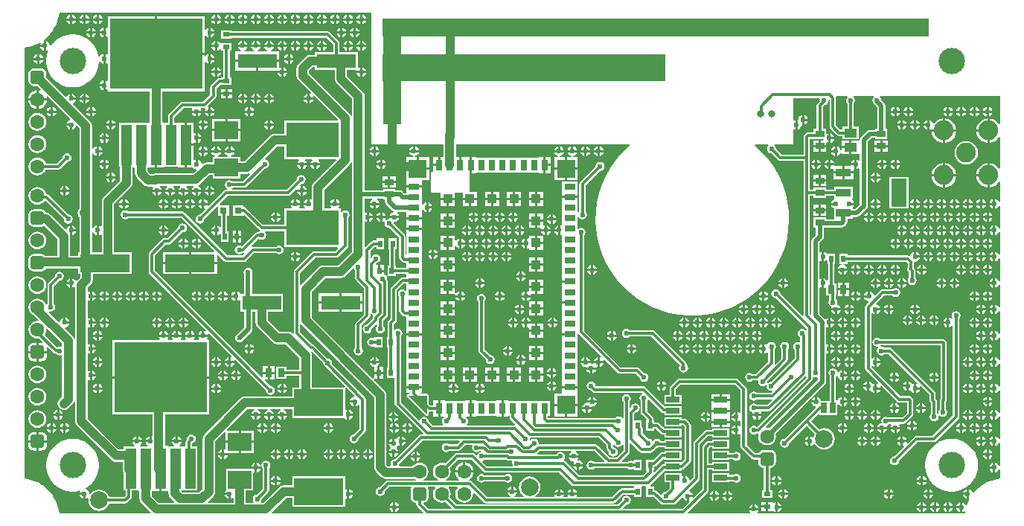
<source format=gbr>
G04*
G04 #@! TF.GenerationSoftware,Altium Limited,Altium Designer,22.8.2 (66)*
G04*
G04 Layer_Physical_Order=1*
G04 Layer_Color=255*
%FSLAX44Y44*%
%MOMM*%
G71*
G04*
G04 #@! TF.SameCoordinates,CF27D90D-B1D3-4D20-95BB-87DB92CEE313*
G04*
G04*
G04 #@! TF.FilePolarity,Positive*
G04*
G01*
G75*
%ADD12C,0.5000*%
%ADD44R,1.7500X0.9500*%
%ADD45R,1.7500X3.2000*%
%ADD46R,1.5500X0.6500*%
%ADD47R,1.4700X0.9900*%
%ADD48R,0.5000X0.8000*%
%ADD49R,5.7000X2.0000*%
%ADD50R,0.6350X1.2700*%
%ADD51C,2.0000*%
%ADD52R,0.8000X1.3000*%
%ADD53R,1.3000X0.8000*%
%ADD54R,1.1000X1.1000*%
%ADD55R,2.1000X2.1000*%
%ADD56R,5.6000X3.1000*%
%ADD57R,6.0000X4.0000*%
%ADD58R,0.7800X0.9800*%
%ADD59R,4.5000X1.6500*%
%ADD60R,0.9800X0.7800*%
%ADD61R,0.8000X0.5000*%
%ADD62R,2.7000X2.0500*%
%ADD63R,10.5000X8.0000*%
%ADD64R,1.2000X4.6000*%
%ADD65R,0.8000X0.8000*%
%ADD66R,2.0320X12.0650*%
%ADD67R,1.0160X13.7160*%
%ADD68C,1.0000*%
%ADD69C,0.3000*%
%ADD70C,0.5000*%
%ADD71R,62.1030X2.0320*%
%ADD72R,32.1310X3.0840*%
%ADD73C,0.8000*%
%ADD74C,1.6000*%
G04:AMPARAMS|DCode=75|XSize=1.6mm|YSize=1.6mm|CornerRadius=0.4mm|HoleSize=0mm|Usage=FLASHONLY|Rotation=180.000|XOffset=0mm|YOffset=0mm|HoleType=Round|Shape=RoundedRectangle|*
%AMROUNDEDRECTD75*
21,1,1.6000,0.8000,0,0,180.0*
21,1,0.8000,1.6000,0,0,180.0*
1,1,0.8000,-0.4000,0.4000*
1,1,0.8000,0.4000,0.4000*
1,1,0.8000,0.4000,-0.4000*
1,1,0.8000,-0.4000,-0.4000*
%
%ADD75ROUNDEDRECTD75*%
%ADD76C,3.0000*%
G04:AMPARAMS|DCode=77|XSize=1.6mm|YSize=1.6mm|CornerRadius=0.4mm|HoleSize=0mm|Usage=FLASHONLY|Rotation=90.000|XOffset=0mm|YOffset=0mm|HoleType=Round|Shape=RoundedRectangle|*
%AMROUNDEDRECTD77*
21,1,1.6000,0.8000,0,0,90.0*
21,1,0.8000,1.6000,0,0,90.0*
1,1,0.8000,0.4000,0.4000*
1,1,0.8000,0.4000,-0.4000*
1,1,0.8000,-0.4000,-0.4000*
1,1,0.8000,-0.4000,0.4000*
%
%ADD77ROUNDEDRECTD77*%
%ADD78C,2.2500*%
%ADD79C,0.6000*%
G36*
X400000Y425000D02*
X481941D01*
Y410540D01*
X478272D01*
Y401500D01*
X477002D01*
Y400230D01*
X470462D01*
Y394042D01*
X469549D01*
X468769Y393886D01*
X468107Y393445D01*
X467665Y392783D01*
X467510Y392003D01*
Y372003D01*
X467665Y371222D01*
X468107Y370561D01*
X468769Y370119D01*
X469549Y369963D01*
X478960D01*
Y364270D01*
X487000D01*
X495040D01*
Y369963D01*
X503960D01*
Y364270D01*
X512000D01*
X520040D01*
Y371040D01*
X512692D01*
X511588Y372003D01*
Y392002D01*
X511732Y392177D01*
Y401500D01*
Y410540D01*
X502272D01*
Y401500D01*
X499732D01*
Y410540D01*
X496062D01*
Y425000D01*
X693355D01*
X693797Y423809D01*
X691247Y421612D01*
X683884Y414298D01*
X677243Y406323D01*
X671383Y397757D01*
X666357Y388677D01*
X662208Y379164D01*
X658975Y369303D01*
X656685Y359180D01*
X655360Y348887D01*
X655010Y338515D01*
X655639Y328156D01*
X657242Y317903D01*
X659805Y307846D01*
X663303Y298075D01*
X667707Y288677D01*
X672976Y279737D01*
X679065Y271332D01*
X685919Y263540D01*
X693477Y256427D01*
X701671Y250059D01*
X710429Y244491D01*
X719673Y239773D01*
X729320Y235947D01*
X739285Y233048D01*
X749479Y231101D01*
X759811Y230123D01*
X770189D01*
X780521Y231101D01*
X790715Y233048D01*
X800680Y235947D01*
X810327Y239773D01*
X819571Y244491D01*
X828329Y250059D01*
X836523Y256427D01*
X844081Y263540D01*
X850935Y271332D01*
X857024Y279737D01*
X862293Y288677D01*
X866697Y298075D01*
X870195Y307846D01*
X872758Y317903D01*
X874361Y328156D01*
X874990Y338515D01*
X874640Y348887D01*
X873315Y359180D01*
X871025Y369303D01*
X867792Y379164D01*
X863643Y388677D01*
X858617Y397757D01*
X852757Y406323D01*
X846116Y414298D01*
X838753Y421612D01*
X836203Y423809D01*
X836645Y425000D01*
X851197D01*
X851582Y423730D01*
X851395Y423605D01*
X850290Y421951D01*
X849902Y420000D01*
X850290Y418049D01*
X851395Y416395D01*
X853049Y415290D01*
X855000Y414902D01*
X855043Y414911D01*
X862477Y407477D01*
X863634Y406703D01*
X865000Y406431D01*
X891431D01*
Y370000D01*
Y230411D01*
X890357Y229862D01*
X890204Y229843D01*
X865089Y254957D01*
X865098Y255000D01*
X864710Y256951D01*
X863605Y258605D01*
X861951Y259710D01*
X860000Y260098D01*
X858049Y259710D01*
X856395Y258605D01*
X855290Y256951D01*
X854902Y255000D01*
X855290Y253049D01*
X856395Y251395D01*
X858049Y250290D01*
X860000Y249902D01*
X860043Y249911D01*
X894862Y215091D01*
X894746Y214083D01*
X894114Y213819D01*
X893555Y213638D01*
X891951Y214710D01*
X890000Y215098D01*
X888049Y214710D01*
X886395Y213605D01*
X885290Y211951D01*
X884902Y210000D01*
X885290Y208049D01*
X886395Y206395D01*
X887931Y205369D01*
Y200466D01*
X886661Y199767D01*
X885000Y200098D01*
X883049Y199710D01*
X881395Y198605D01*
X880290Y196951D01*
X879902Y195000D01*
X880290Y193049D01*
X881395Y191395D01*
X881431Y191371D01*
Y181478D01*
X854739Y154786D01*
X854697Y154795D01*
X852746Y154407D01*
X851092Y153301D01*
X851039Y153223D01*
X849843Y153718D01*
X850098Y155000D01*
X850089Y155043D01*
X872523Y177477D01*
X873297Y178634D01*
X873569Y180000D01*
Y191371D01*
X873605Y191395D01*
X874710Y193049D01*
X875098Y195000D01*
X874710Y196951D01*
X873605Y198605D01*
X871951Y199710D01*
X870000Y200098D01*
X868049Y199710D01*
X866395Y198605D01*
X865290Y196951D01*
X864902Y195000D01*
X865290Y193049D01*
X866395Y191395D01*
X866431Y191371D01*
Y181478D01*
X859294Y174341D01*
X858297Y175134D01*
X858569Y176500D01*
Y191371D01*
X858605Y191395D01*
X859710Y193049D01*
X860098Y195000D01*
X859710Y196951D01*
X858605Y198605D01*
X856951Y199710D01*
X855000Y200098D01*
X853049Y199710D01*
X851395Y198605D01*
X850290Y196951D01*
X848992Y196935D01*
X848081Y197543D01*
X847189Y197721D01*
Y192325D01*
Y186929D01*
X848081Y187106D01*
X849914Y188331D01*
X850161Y188701D01*
X851431Y188316D01*
Y177978D01*
X837022Y163569D01*
X833629D01*
X833605Y163605D01*
X831951Y164710D01*
X830000Y165098D01*
X828049Y164710D01*
X826395Y163605D01*
X825290Y161951D01*
X824902Y160000D01*
X825290Y158049D01*
X826395Y156395D01*
X828049Y155290D01*
X830000Y154902D01*
X831951Y155290D01*
X833605Y156395D01*
X833629Y156431D01*
X838500D01*
X838908Y156513D01*
X839988Y155433D01*
X839902Y155000D01*
X840290Y153049D01*
X841395Y151395D01*
X843049Y150290D01*
X845000Y149902D01*
X846951Y150290D01*
X848605Y151395D01*
X848657Y151474D01*
X849854Y150978D01*
X849599Y149697D01*
X849987Y147746D01*
X851092Y146092D01*
X852746Y144987D01*
X854697Y144599D01*
X855350Y144729D01*
X855976Y143558D01*
X854486Y142069D01*
X838629D01*
X838605Y142105D01*
X836951Y143210D01*
X835000Y143598D01*
X833049Y143210D01*
X831395Y142105D01*
X830290Y140451D01*
X829902Y138500D01*
X830290Y136549D01*
X831395Y134895D01*
X833049Y133790D01*
X835000Y133402D01*
X836951Y133790D01*
X838605Y134895D01*
X838629Y134931D01*
X855160D01*
X855686Y133661D01*
X850593Y128569D01*
X838629D01*
X838605Y128605D01*
X836951Y129710D01*
X835000Y130098D01*
X833049Y129710D01*
X831395Y128605D01*
X830290Y126951D01*
X829902Y125000D01*
X830290Y123049D01*
X831395Y121395D01*
X833049Y120290D01*
X833101Y118985D01*
X833024Y118595D01*
X843815D01*
X843638Y119486D01*
X843187Y120161D01*
X843866Y121431D01*
X852071D01*
X853437Y121703D01*
X854594Y122477D01*
X893522Y161404D01*
X894687Y160954D01*
X894811Y159857D01*
X838577Y103624D01*
X836951Y104710D01*
X835000Y105098D01*
X833049Y104710D01*
X831395Y103605D01*
X830290Y101951D01*
X829902Y100000D01*
X830290Y98049D01*
X831395Y96395D01*
X833049Y95290D01*
X835000Y94902D01*
X836951Y95290D01*
X838605Y96395D01*
X839731Y95958D01*
X840205Y95375D01*
X840241Y95187D01*
X839914Y92700D01*
X840257Y90090D01*
X841265Y87657D01*
X842868Y85568D01*
X844957Y83965D01*
X847390Y82957D01*
X850000Y82614D01*
X852610Y82957D01*
X855043Y83965D01*
X857132Y85568D01*
X858735Y87657D01*
X859743Y90090D01*
X860086Y92700D01*
X859743Y95310D01*
X859554Y95765D01*
X915744Y151956D01*
X916739Y153444D01*
X917088Y155200D01*
Y186875D01*
X918208Y187474D01*
X918758Y187106D01*
X919650Y186929D01*
Y192325D01*
Y197721D01*
X918758Y197543D01*
X918208Y197176D01*
X917088Y197775D01*
Y216875D01*
X918208Y217474D01*
X918758Y217106D01*
X919650Y216929D01*
Y222325D01*
Y227721D01*
X918758Y227543D01*
X916925Y226319D01*
X916833Y226181D01*
X915306Y226182D01*
X909588Y231901D01*
Y261875D01*
X910708Y262474D01*
X911258Y262106D01*
X912150Y261929D01*
Y267325D01*
Y272721D01*
X911258Y272543D01*
X910708Y272176D01*
X909588Y272775D01*
Y291875D01*
X910708Y292474D01*
X911258Y292106D01*
X912150Y291929D01*
Y297325D01*
Y302721D01*
X911258Y302543D01*
X910708Y302176D01*
X909588Y302775D01*
Y313099D01*
X913244Y316756D01*
X914239Y318244D01*
X914588Y320000D01*
Y330100D01*
X916900D01*
Y330412D01*
X935000D01*
X936756Y330761D01*
X938244Y331756D01*
X940244Y333756D01*
X941239Y335244D01*
X941588Y337000D01*
Y340250D01*
X947750D01*
Y342512D01*
X952100D01*
X953856Y342861D01*
X955344Y343856D01*
X963244Y351756D01*
X964239Y353244D01*
X964588Y355000D01*
Y428100D01*
X968901Y432412D01*
X973100D01*
Y431100D01*
X986900D01*
Y442900D01*
X984588D01*
Y469393D01*
X984239Y471149D01*
X983244Y472638D01*
X979903Y475979D01*
X979710Y476951D01*
X978605Y478605D01*
X978417Y478730D01*
X978803Y480000D01*
X1114902D01*
Y448724D01*
X1113632Y448293D01*
X1111835Y450635D01*
X1108954Y452846D01*
X1105600Y454235D01*
X1103270Y454542D01*
Y440800D01*
Y427058D01*
X1105600Y427365D01*
X1108954Y428755D01*
X1111835Y430965D01*
X1113632Y433307D01*
X1114902Y432876D01*
Y397924D01*
X1113632Y397493D01*
X1111835Y399835D01*
X1108954Y402046D01*
X1105600Y403435D01*
X1103270Y403742D01*
Y390000D01*
X1102000D01*
D01*
X1103270D01*
Y376258D01*
X1105600Y376565D01*
X1108954Y377954D01*
X1111835Y380165D01*
X1113632Y382507D01*
X1114902Y382076D01*
Y359641D01*
X1113638Y359486D01*
X1112413Y361319D01*
X1110581Y362543D01*
X1109689Y362721D01*
Y357325D01*
Y351929D01*
X1110581Y352106D01*
X1112413Y353331D01*
X1113638Y355163D01*
X1114902Y355009D01*
Y329641D01*
X1113638Y329486D01*
X1112413Y331319D01*
X1110581Y332543D01*
X1109689Y332721D01*
Y327325D01*
Y321929D01*
X1110581Y322106D01*
X1112413Y323331D01*
X1113638Y325163D01*
X1114902Y325009D01*
Y299641D01*
X1113638Y299486D01*
X1112413Y301319D01*
X1110581Y302543D01*
X1109689Y302721D01*
Y297325D01*
Y291929D01*
X1110581Y292106D01*
X1112413Y293331D01*
X1113638Y295163D01*
X1114902Y295009D01*
Y269641D01*
X1113638Y269486D01*
X1112413Y271319D01*
X1110581Y272543D01*
X1109689Y272721D01*
Y267325D01*
Y261929D01*
X1110581Y262106D01*
X1112413Y263331D01*
X1113638Y265163D01*
X1114902Y265009D01*
Y239641D01*
X1113638Y239486D01*
X1112413Y241319D01*
X1110581Y242543D01*
X1109689Y242721D01*
Y237325D01*
Y231929D01*
X1110581Y232106D01*
X1112413Y233331D01*
X1113638Y235163D01*
X1114902Y235009D01*
Y209641D01*
X1113638Y209486D01*
X1112413Y211319D01*
X1110581Y212543D01*
X1109689Y212721D01*
Y207325D01*
Y201929D01*
X1110581Y202106D01*
X1112413Y203331D01*
X1113638Y205163D01*
X1114902Y205009D01*
Y179641D01*
X1113638Y179486D01*
X1112413Y181319D01*
X1110581Y182543D01*
X1109689Y182721D01*
Y177325D01*
Y171929D01*
X1110581Y172106D01*
X1112413Y173331D01*
X1113638Y175163D01*
X1114902Y175009D01*
Y149641D01*
X1113638Y149486D01*
X1112413Y151319D01*
X1110581Y152543D01*
X1109689Y152721D01*
Y147325D01*
Y141929D01*
X1110581Y142106D01*
X1112413Y143331D01*
X1113638Y145163D01*
X1114902Y145009D01*
Y119641D01*
X1113638Y119487D01*
X1112413Y121319D01*
X1110581Y122543D01*
X1109689Y122721D01*
Y117325D01*
Y111929D01*
X1110581Y112106D01*
X1112413Y113331D01*
X1113638Y115163D01*
X1114902Y115009D01*
Y89641D01*
X1113638Y89487D01*
X1112413Y91319D01*
X1110581Y92543D01*
X1109689Y92721D01*
Y87325D01*
Y81929D01*
X1110581Y82106D01*
X1112413Y83331D01*
X1113638Y85163D01*
X1114902Y85009D01*
Y59641D01*
X1113638Y59486D01*
X1112413Y61319D01*
X1110581Y62543D01*
X1109689Y62721D01*
Y57325D01*
Y51929D01*
X1110581Y52106D01*
X1112413Y53331D01*
X1113638Y55163D01*
X1114902Y55009D01*
Y44729D01*
X1111531Y44286D01*
X1111212Y44177D01*
X1110877Y44156D01*
X1105823Y42801D01*
X1105521Y42653D01*
X1105192Y42587D01*
X1100358Y40585D01*
X1100078Y40398D01*
X1099760Y40290D01*
X1095228Y37674D01*
X1094975Y37452D01*
X1094674Y37303D01*
X1090523Y34118D01*
X1090301Y33865D01*
X1090021Y33678D01*
X1086322Y29978D01*
X1086135Y29699D01*
X1085882Y29477D01*
X1085130Y28497D01*
X1083772Y28813D01*
X1083638Y29486D01*
X1082414Y31319D01*
X1080581Y32543D01*
X1079689Y32721D01*
Y27325D01*
Y21081D01*
X1079970Y20690D01*
X1079710Y20240D01*
X1079602Y19922D01*
X1079415Y19642D01*
X1077413Y14808D01*
X1077347Y14479D01*
X1077191Y14480D01*
X1076052Y14616D01*
X1074914Y16319D01*
X1073081Y17543D01*
X1072189Y17721D01*
Y12325D01*
Y6929D01*
X1073081Y7106D01*
X1074367Y7966D01*
X1075551Y7229D01*
X1075270Y5098D01*
X839747D01*
X839236Y6368D01*
X840219Y7838D01*
X840396Y8730D01*
X829604D01*
X829781Y7838D01*
X830764Y6368D01*
X830253Y5098D01*
X760304D01*
X759818Y6271D01*
X782523Y28977D01*
X783297Y30134D01*
X783569Y31500D01*
Y54681D01*
X787500D01*
Y53000D01*
X807000D01*
Y63500D01*
X787500D01*
Y61818D01*
X783569D01*
Y78522D01*
X785128Y80081D01*
X787500D01*
Y78400D01*
X807000D01*
Y88900D01*
X787500D01*
Y87219D01*
X783650D01*
X782284Y86947D01*
X781127Y86173D01*
X777477Y82523D01*
X776703Y81366D01*
X776431Y80000D01*
Y60000D01*
Y32978D01*
X766569Y23115D01*
X765418Y23730D01*
X761270D01*
Y19582D01*
X761885Y18432D01*
X753522Y10068D01*
X686775D01*
X686289Y11242D01*
X689957Y14911D01*
X690000Y14902D01*
X691951Y15290D01*
X693605Y16395D01*
X694710Y18049D01*
X695098Y20000D01*
X694710Y21951D01*
X693605Y23605D01*
X691951Y24710D01*
X690000Y25098D01*
X688049Y24710D01*
X686395Y23605D01*
X685290Y21951D01*
X684902Y20000D01*
X684911Y19957D01*
X680022Y15068D01*
X497276D01*
X489132Y23213D01*
X489743Y24688D01*
X490086Y27298D01*
X489743Y29909D01*
X488735Y32341D01*
X487493Y33960D01*
X488094Y35230D01*
X497306D01*
X497907Y33960D01*
X496665Y32341D01*
X495657Y29909D01*
X495314Y27298D01*
X495657Y24688D01*
X496665Y22255D01*
X498268Y20166D01*
X500357Y18563D01*
X502789Y17556D01*
X505400Y17212D01*
X508010Y17556D01*
X510443Y18563D01*
X512532Y20166D01*
X514135Y22255D01*
X515143Y24688D01*
X515486Y27298D01*
X515415Y27837D01*
X516554Y28399D01*
X527477Y17477D01*
X528634Y16703D01*
X530000Y16431D01*
X675000D01*
X676366Y16703D01*
X677523Y17477D01*
X686478Y26431D01*
X698500D01*
Y24000D01*
X707500D01*
Y36000D01*
X708591Y36431D01*
X711409D01*
X712500Y36000D01*
X712500Y35161D01*
Y24000D01*
X720953D01*
X728977Y15977D01*
X730134Y15203D01*
X731500Y14931D01*
X743500D01*
X744866Y15203D01*
X746023Y15977D01*
X753514Y23468D01*
X754730Y23099D01*
X754781Y22838D01*
X756006Y21006D01*
X757838Y19781D01*
X758730Y19604D01*
Y25000D01*
X760000D01*
Y26270D01*
X765396D01*
X765219Y27162D01*
X763994Y28994D01*
X762162Y30219D01*
X761901Y30270D01*
X761532Y31486D01*
X772523Y42477D01*
X773297Y43634D01*
X773569Y45000D01*
Y83522D01*
X782828Y92781D01*
X787500D01*
Y91100D01*
X807000D01*
Y101600D01*
X787500D01*
Y99918D01*
X781350D01*
X779984Y99647D01*
X778827Y98873D01*
X767477Y87523D01*
X766703Y86366D01*
X766431Y85000D01*
Y46478D01*
X762766Y42813D01*
X761388Y43231D01*
X761138Y44486D01*
X759914Y46319D01*
X758081Y47543D01*
X757189Y47721D01*
Y42325D01*
X754650D01*
Y47721D01*
X753758Y47543D01*
X753620Y47451D01*
X752500Y48050D01*
Y50800D01*
X733000D01*
Y40300D01*
X739181D01*
Y34228D01*
X735043Y30089D01*
X735000Y30098D01*
X733049Y29710D01*
X731395Y28605D01*
X730290Y26951D01*
X730189Y26442D01*
X728973Y26073D01*
X724455Y30591D01*
X723298Y31365D01*
X721932Y31637D01*
X721500D01*
Y36000D01*
X717599D01*
X717214Y37270D01*
X717523Y37477D01*
X733047Y53000D01*
X752500D01*
Y54681D01*
X753250D01*
X754616Y54953D01*
X755773Y55727D01*
X762523Y62477D01*
X763297Y63634D01*
X763569Y65000D01*
Y105000D01*
X763297Y106366D01*
X762523Y107523D01*
X758473Y111573D01*
X757316Y112347D01*
X755950Y112619D01*
X752500D01*
Y114300D01*
X733000D01*
Y105069D01*
X733000Y103843D01*
X732072Y102975D01*
X727523Y107523D01*
X726366Y108297D01*
X725000Y108569D01*
X721500D01*
Y111000D01*
X720569D01*
Y113000D01*
X720297Y114366D01*
X719523Y115523D01*
X713569Y121478D01*
Y132871D01*
X713605Y132895D01*
X714546Y134304D01*
X715938Y134708D01*
X730141Y120505D01*
X731299Y119731D01*
X732664Y119460D01*
X733000D01*
Y116500D01*
X752500D01*
Y127000D01*
X733739D01*
X732674Y128065D01*
X733335Y129200D01*
X734131Y129200D01*
X752500D01*
Y139700D01*
X746319D01*
Y146272D01*
X751478Y151431D01*
X813522D01*
X819931Y145022D01*
Y119703D01*
X818661Y119216D01*
X817162Y120219D01*
X816270Y120396D01*
Y115000D01*
Y109604D01*
X817162Y109781D01*
X818661Y110784D01*
X819931Y110297D01*
Y104703D01*
X818661Y104216D01*
X817162Y105219D01*
X816270Y105396D01*
Y100000D01*
Y94604D01*
X817162Y94781D01*
X818661Y95784D01*
X819931Y95297D01*
Y81500D01*
X820203Y80134D01*
X820977Y78977D01*
X832477Y67477D01*
X833634Y66703D01*
X835000Y66431D01*
X839883D01*
Y63300D01*
X840348Y60959D01*
X841674Y58974D01*
X843659Y57648D01*
X846000Y57182D01*
X846431D01*
Y31500D01*
X844000D01*
Y22500D01*
X856000D01*
Y31500D01*
X853569D01*
Y57182D01*
X854000D01*
X856341Y57648D01*
X858326Y58974D01*
X859652Y60959D01*
X860117Y63300D01*
Y71300D01*
X859652Y73641D01*
X858326Y75626D01*
X856341Y76952D01*
X854000Y77417D01*
X846000D01*
X843659Y76952D01*
X841674Y75626D01*
X840348Y73641D01*
X840334Y73569D01*
X836478D01*
X827069Y82978D01*
Y146500D01*
X826797Y147866D01*
X826023Y149023D01*
X817523Y157523D01*
X816366Y158297D01*
X815000Y158569D01*
X750000D01*
X748634Y158297D01*
X747477Y157523D01*
X740227Y150273D01*
X739453Y149116D01*
X739181Y147750D01*
Y139700D01*
X733000D01*
Y130420D01*
X733000Y129535D01*
X731865Y128874D01*
X712216Y148523D01*
X711058Y149297D01*
X709692Y149569D01*
X656241D01*
X655098Y150000D01*
X654710Y151951D01*
X653605Y153605D01*
X651951Y154710D01*
X650000Y155098D01*
X648049Y154710D01*
X646395Y153605D01*
X645290Y151951D01*
X644902Y150000D01*
X645290Y148049D01*
X646395Y146395D01*
X648049Y145290D01*
X650000Y144902D01*
X650043Y144911D01*
X651477Y143477D01*
X652634Y142703D01*
X654000Y142431D01*
X707140D01*
X707848Y141196D01*
X707804Y141046D01*
X706395Y140105D01*
X705290Y138451D01*
X704902Y136500D01*
X705290Y134549D01*
X706395Y132895D01*
X706431Y132871D01*
Y120000D01*
X706703Y118634D01*
X707477Y117477D01*
X712683Y112270D01*
X712500Y111000D01*
X712500D01*
Y99000D01*
X721500D01*
Y101431D01*
X723522D01*
X729377Y95577D01*
X730534Y94803D01*
X731900Y94531D01*
X733000D01*
Y91100D01*
X752500D01*
Y101600D01*
X741345D01*
X741000Y101669D01*
X733378D01*
X732175Y102872D01*
X733043Y103800D01*
X734252Y103800D01*
X752500D01*
Y105481D01*
X754472D01*
X756431Y103522D01*
Y66478D01*
X753174Y63221D01*
X752500Y63500D01*
Y63500D01*
X733000D01*
Y60887D01*
X732318D01*
X730952Y60615D01*
X729795Y59841D01*
X721796Y51843D01*
X721644Y51862D01*
X720569Y52411D01*
Y54000D01*
X721500D01*
Y58363D01*
X721932D01*
X723298Y58635D01*
X724455Y59409D01*
X731730Y66683D01*
X733000Y66157D01*
Y65700D01*
X752500D01*
Y76200D01*
X733000D01*
Y74518D01*
X730950D01*
X729584Y74247D01*
X728427Y73473D01*
X720953Y66000D01*
X712500D01*
Y54000D01*
X712500D01*
X712683Y52730D01*
X708522Y48569D01*
X636478D01*
X620523Y64523D01*
X619366Y65297D01*
X619274Y65315D01*
X619064Y65654D01*
X618810Y66702D01*
X619710Y68049D01*
X620098Y70000D01*
X619710Y71951D01*
X618605Y73605D01*
X616951Y74710D01*
X615000Y75098D01*
X613049Y74710D01*
X611395Y73605D01*
X610369Y72069D01*
X588911D01*
X588385Y73339D01*
X591478Y76431D01*
X627015D01*
X627765Y75254D01*
X627753Y75161D01*
X626006Y73994D01*
X624781Y72162D01*
X624604Y71270D01*
X635396D01*
X635219Y72162D01*
X633994Y73994D01*
X632247Y75161D01*
X632235Y75254D01*
X632985Y76431D01*
X653522D01*
X665211Y64742D01*
X664725Y63569D01*
X653629D01*
X653605Y63605D01*
X651951Y64710D01*
X650000Y65098D01*
X648049Y64710D01*
X646395Y63605D01*
X645290Y61951D01*
X644902Y60000D01*
X645290Y58049D01*
X646395Y56395D01*
X648049Y55290D01*
X650000Y54902D01*
X651951Y55290D01*
X653605Y56395D01*
X653629Y56431D01*
X691371D01*
X691395Y56395D01*
X693049Y55290D01*
X695000Y54902D01*
X696951Y55290D01*
X697380Y55577D01*
X698500Y54978D01*
Y54000D01*
X707500D01*
Y66000D01*
X698500D01*
Y65022D01*
X697380Y64423D01*
X696951Y64710D01*
X695000Y65098D01*
X693049Y64710D01*
X691395Y63605D01*
X691371Y63569D01*
X685275D01*
X684789Y64742D01*
X692523Y72477D01*
X693297Y73634D01*
X693569Y75000D01*
Y84725D01*
X694742Y85211D01*
X704902Y75052D01*
X706059Y74278D01*
X707425Y74006D01*
X717575D01*
X718941Y74278D01*
X720098Y75052D01*
X724957Y79911D01*
X725000Y79902D01*
X725902Y80081D01*
X733000D01*
Y78400D01*
X752500D01*
Y88900D01*
X733000D01*
Y87219D01*
X729531D01*
X728605Y88605D01*
X726951Y89710D01*
X725000Y90098D01*
X723049Y89710D01*
X721395Y88605D01*
X720764Y87660D01*
X719236D01*
X718605Y88605D01*
X716951Y89710D01*
X715000Y90098D01*
X714957Y90090D01*
X708569Y96478D01*
Y101500D01*
X708297Y102866D01*
X707523Y104023D01*
X707500Y104047D01*
Y111000D01*
X698569D01*
Y117915D01*
X700693Y120040D01*
X701951Y120290D01*
X703605Y121395D01*
X704710Y123049D01*
X705098Y125000D01*
X704710Y126951D01*
X703605Y128605D01*
X701951Y129710D01*
X700000Y130098D01*
X698049Y129710D01*
X696395Y128605D01*
X695290Y126951D01*
X694992Y125453D01*
X694839Y125341D01*
X693569Y125987D01*
Y132054D01*
X693605Y132078D01*
X694710Y133732D01*
X695098Y135683D01*
X694710Y137634D01*
X693605Y139288D01*
X691951Y140393D01*
X690000Y140781D01*
X688049Y140393D01*
X686395Y139288D01*
X685290Y137634D01*
X684902Y135683D01*
X685290Y133732D01*
X686395Y132078D01*
X686431Y132054D01*
Y113733D01*
X685161Y113348D01*
X684759Y113951D01*
X683105Y115056D01*
X681154Y115444D01*
X679203Y115056D01*
X677549Y113951D01*
X677293Y113569D01*
X601478D01*
X600569Y114478D01*
Y116000D01*
X603000D01*
Y133000D01*
X580270D01*
X579000Y133000D01*
Y133000D01*
X579000D01*
Y133000D01*
X568270D01*
X567000Y133000D01*
Y133000D01*
X567000D01*
Y133000D01*
X555540D01*
Y133540D01*
X550270D01*
Y124500D01*
Y115460D01*
X555540D01*
Y116000D01*
X557431D01*
Y114000D01*
X557703Y112634D01*
X558477Y111477D01*
X563657Y106296D01*
X563638Y106143D01*
X563089Y105069D01*
X508905D01*
X508520Y106339D01*
X508605Y106395D01*
X509710Y108049D01*
X510098Y110000D01*
X509710Y111951D01*
X508605Y113605D01*
X507729Y114190D01*
X508114Y115460D01*
X511730D01*
Y124500D01*
Y133540D01*
X506460D01*
Y133000D01*
X496270D01*
X495000Y133000D01*
Y133000D01*
X495000D01*
Y133000D01*
X483540D01*
Y133540D01*
X478270D01*
Y124500D01*
Y115460D01*
X481886D01*
X482271Y114190D01*
X481395Y113605D01*
X480290Y111951D01*
X479902Y110000D01*
X480290Y108049D01*
X481395Y106395D01*
X481480Y106339D01*
X481095Y105069D01*
X469978D01*
X465089Y109957D01*
X465098Y110000D01*
X464710Y111951D01*
X463605Y113605D01*
X461951Y114710D01*
X460000Y115098D01*
X458049Y114710D01*
X456395Y113605D01*
X455290Y111951D01*
X455189Y111442D01*
X453974Y111073D01*
X433569Y131478D01*
Y206371D01*
X433605Y206395D01*
X434710Y208049D01*
X435098Y210000D01*
X434710Y211951D01*
X433605Y213605D01*
X431951Y214710D01*
X430000Y215098D01*
X428049Y214710D01*
X426839Y213901D01*
X425569Y214480D01*
Y220522D01*
X427523Y222477D01*
X428297Y223634D01*
X428569Y225000D01*
Y258522D01*
X436478Y266431D01*
X439102D01*
X440000Y265533D01*
X440000Y263000D01*
X440000Y261730D01*
Y258803D01*
X438730Y258417D01*
X438605Y258605D01*
X436951Y259710D01*
X435000Y260098D01*
X433049Y259710D01*
X431395Y258605D01*
X430290Y256951D01*
X429902Y255000D01*
X430290Y253049D01*
X431395Y251395D01*
X431431Y251371D01*
Y235812D01*
X431703Y234446D01*
X432477Y233288D01*
X435288Y230477D01*
X436446Y229703D01*
X437812Y229431D01*
X439102D01*
X440000Y228533D01*
X440000Y227000D01*
X440000Y225730D01*
Y215540D01*
X439460D01*
Y210270D01*
X448500D01*
X457540D01*
Y215540D01*
X457000D01*
Y225730D01*
X457000Y227000D01*
X457000Y228270D01*
Y239000D01*
Y249730D01*
X457000Y251000D01*
X457000D01*
Y251000D01*
X457000D01*
Y261730D01*
X457000Y263000D01*
X457000Y264270D01*
Y273730D01*
X457000Y275000D01*
X457000Y276270D01*
Y285730D01*
X457000Y287000D01*
X457000Y288270D01*
Y297730D01*
X457000Y299000D01*
X457000Y300270D01*
Y309730D01*
X457000Y311000D01*
X457000Y312270D01*
Y322460D01*
X457540D01*
Y327730D01*
X448500D01*
X439460D01*
Y322460D01*
X440000D01*
Y312270D01*
X440000Y311000D01*
X440000Y309730D01*
Y300270D01*
X440000Y299000D01*
X439997Y298985D01*
X439839Y298951D01*
X438569Y299982D01*
Y320000D01*
X438297Y321366D01*
X437523Y322523D01*
X425352Y334695D01*
X425312Y335633D01*
X425920Y336676D01*
X428081Y337106D01*
X429914Y338331D01*
X431138Y340163D01*
X431315Y341055D01*
X420373D01*
X419441Y339987D01*
X418049Y339710D01*
X416809Y338881D01*
X415894Y339797D01*
X416138Y340163D01*
X416316Y341055D01*
X412190D01*
Y336929D01*
X413081Y337106D01*
X414500Y338054D01*
X415415Y337138D01*
X415290Y336951D01*
X414902Y335000D01*
X415290Y333049D01*
X416395Y331395D01*
X418049Y330290D01*
X420000Y329902D01*
X420043Y329911D01*
X431431Y318522D01*
Y296000D01*
X431703Y294634D01*
X432477Y293477D01*
X434234Y291719D01*
X435392Y290946D01*
X436757Y290674D01*
X439203D01*
X440000Y289718D01*
X440000Y287000D01*
X440000Y285467D01*
X439102Y284569D01*
X427500D01*
Y287000D01*
X427069D01*
Y306000D01*
X428500D01*
Y318000D01*
X419500D01*
Y306000D01*
X419931D01*
Y287000D01*
X418500D01*
Y275000D01*
X427500D01*
Y277431D01*
X439102D01*
X440000Y276533D01*
X440000Y274467D01*
X439102Y273569D01*
X435000D01*
X433634Y273297D01*
X432477Y272523D01*
X422477Y262523D01*
X421703Y261366D01*
X421431Y260000D01*
Y226478D01*
X419477Y224523D01*
X418703Y223366D01*
X418431Y222000D01*
Y206000D01*
X417500D01*
Y194000D01*
X418431D01*
Y171000D01*
X417500D01*
Y159000D01*
X426431D01*
Y130000D01*
X426703Y128634D01*
X427477Y127477D01*
X458711Y96242D01*
X458225Y95069D01*
X456500D01*
X455134Y94797D01*
X453977Y94023D01*
X426593Y66640D01*
X426550Y66648D01*
X424599Y66260D01*
X422945Y65155D01*
X421840Y63501D01*
X421452Y61550D01*
X421784Y59881D01*
X421090Y58611D01*
X418782D01*
X417060Y60333D01*
Y140000D01*
X416820Y141827D01*
X416115Y143530D01*
X414992Y144993D01*
X402678Y157307D01*
X403321Y158460D01*
X404081Y158460D01*
X406730D01*
Y163730D01*
X402960D01*
Y159671D01*
X402960Y158821D01*
X401807Y158178D01*
X332060Y227924D01*
Y249750D01*
Y257076D01*
X347924Y272940D01*
X365000D01*
X366827Y273180D01*
X368530Y273885D01*
X369992Y275008D01*
X378963Y283978D01*
X380179Y283610D01*
X380290Y283049D01*
X381395Y281395D01*
X381431Y281371D01*
Y272929D01*
X381703Y271563D01*
X382477Y270406D01*
X391431Y261451D01*
Y231478D01*
X382477Y222523D01*
X381703Y221366D01*
X381431Y220000D01*
Y193629D01*
X381395Y193605D01*
X380290Y191951D01*
X379902Y190000D01*
X380290Y188049D01*
X381395Y186395D01*
X383049Y185290D01*
X385000Y184902D01*
X386951Y185290D01*
X388605Y186395D01*
X389710Y188049D01*
X390098Y190000D01*
X389710Y191951D01*
X388605Y193605D01*
X388569Y193629D01*
Y218522D01*
X397523Y227477D01*
X398297Y228634D01*
X398569Y230000D01*
Y231860D01*
X399839Y232246D01*
X399895Y232161D01*
X401549Y231056D01*
X401875Y229696D01*
X401703Y229439D01*
X401431Y228073D01*
Y226478D01*
X395043Y220089D01*
X395000Y220098D01*
X393049Y219710D01*
X391395Y218605D01*
X390290Y216951D01*
X389902Y215000D01*
X390290Y213049D01*
X391395Y211395D01*
X393049Y210290D01*
X395000Y209902D01*
X396951Y210290D01*
X398605Y211395D01*
X399710Y213049D01*
X400098Y215000D01*
X400089Y215043D01*
X404950Y219903D01*
X406209Y219441D01*
X406360Y218552D01*
X405290Y216951D01*
X404902Y215000D01*
X405290Y213049D01*
X406395Y211395D01*
X408049Y210290D01*
X410000Y209902D01*
X411951Y210290D01*
X413605Y211395D01*
X414710Y213049D01*
X415098Y215000D01*
X414710Y216951D01*
X413605Y218605D01*
X413569Y218629D01*
Y224524D01*
X417523Y228479D01*
X418297Y229636D01*
X418569Y231002D01*
Y269188D01*
X418297Y270554D01*
X417833Y271248D01*
X418002Y272096D01*
X417614Y274047D01*
X416509Y275701D01*
X414855Y276806D01*
X414040Y276968D01*
Y279730D01*
X409000D01*
Y281000D01*
X407730D01*
Y287540D01*
X405195D01*
X404669Y288810D01*
X405949Y290091D01*
X406951Y290290D01*
X408605Y291395D01*
X409710Y293049D01*
X410098Y295000D01*
X409710Y296951D01*
X408605Y298605D01*
X406951Y299710D01*
X405000Y300098D01*
X403049Y299710D01*
X401395Y298605D01*
X400290Y296951D01*
X399954Y295264D01*
X399839Y295169D01*
X398569Y295773D01*
Y303522D01*
X403478Y308431D01*
X405500D01*
Y306000D01*
X414500D01*
Y318000D01*
X405500D01*
Y315569D01*
X402000D01*
X400634Y315297D01*
X399477Y314523D01*
X393330Y308377D01*
X392060Y308903D01*
Y336894D01*
X393180Y337492D01*
X393758Y337106D01*
X394650Y336929D01*
Y342325D01*
Y347721D01*
X393758Y347543D01*
X393180Y347157D01*
X392060Y347756D01*
Y363412D01*
X400272D01*
X400657Y362142D01*
X399426Y361319D01*
X398201Y359486D01*
X398024Y358595D01*
X408815D01*
X408638Y359486D01*
X407414Y361319D01*
X406182Y362142D01*
X406567Y363412D01*
X413100D01*
Y362100D01*
X415412D01*
Y360000D01*
X415761Y358244D01*
X416756Y356756D01*
X423756Y349756D01*
X424814Y349048D01*
X424555Y347702D01*
X423758Y347543D01*
X421926Y346319D01*
X420701Y344486D01*
X420524Y343595D01*
X431315D01*
X431138Y344486D01*
X429914Y346319D01*
X428682Y347142D01*
X429067Y348412D01*
X438551D01*
X439460Y347540D01*
Y342270D01*
X448500D01*
X457540D01*
Y347540D01*
X457000D01*
Y350439D01*
X457204Y350579D01*
X458929Y350248D01*
X459426Y349506D01*
X461258Y348281D01*
X462150Y348104D01*
Y353500D01*
Y358896D01*
X461258Y358719D01*
X459426Y357494D01*
X458929Y356752D01*
X457204Y356421D01*
X457000Y356561D01*
X457000Y359000D01*
X457000D01*
Y359000D01*
X457000D01*
Y370460D01*
X457540D01*
Y375730D01*
X448500D01*
X439460D01*
Y370460D01*
X438551Y369588D01*
X437424D01*
X435768Y371244D01*
X434279Y372239D01*
X432523Y372588D01*
X426900D01*
Y373900D01*
X413100D01*
Y372588D01*
X392060D01*
Y480000D01*
X391820Y481827D01*
X391115Y483530D01*
X389992Y484992D01*
X372060Y502924D01*
Y509750D01*
X381966D01*
X382907Y508595D01*
X387150D01*
Y512721D01*
X386258Y512543D01*
X385620Y512117D01*
X384500Y512716D01*
Y530250D01*
X363569D01*
Y540000D01*
X363297Y541366D01*
X362523Y542523D01*
X352523Y552523D01*
X351366Y553297D01*
X350000Y553569D01*
X241000D01*
Y554500D01*
X229000D01*
Y545500D01*
X241000D01*
Y546431D01*
X348522D01*
X356431Y538522D01*
Y530250D01*
X335500D01*
Y527060D01*
X330000D01*
X328173Y526820D01*
X326470Y526115D01*
X325008Y524992D01*
X316650Y516635D01*
X315528Y515172D01*
X314822Y513470D01*
X314582Y511642D01*
Y503358D01*
X314822Y501530D01*
X315528Y499828D01*
X316650Y498365D01*
X331676Y483339D01*
X330866Y482353D01*
X330581Y482543D01*
X329690Y482721D01*
Y478595D01*
X333816D01*
X333638Y479486D01*
X333448Y479771D01*
X334434Y480581D01*
X361745Y453270D01*
X361219Y452000D01*
X301000D01*
Y437060D01*
X290000D01*
X288173Y436820D01*
X286470Y436115D01*
X285008Y434992D01*
X255576Y405560D01*
X250500D01*
Y410750D01*
X240273D01*
X240148Y412020D01*
X240581Y412106D01*
X242414Y413331D01*
X243638Y415163D01*
X243816Y416055D01*
X233024D01*
X233201Y415163D01*
X234426Y413331D01*
X236258Y412106D01*
X236691Y412020D01*
X236566Y410750D01*
X225273D01*
X225148Y412020D01*
X225581Y412106D01*
X227414Y413331D01*
X228638Y415163D01*
X228816Y416055D01*
X218024D01*
X218201Y415163D01*
X219426Y413331D01*
X221258Y412106D01*
X221691Y412020D01*
X221566Y410750D01*
X219500D01*
Y404418D01*
X212358D01*
X210530Y404178D01*
X208828Y403472D01*
X207793Y402678D01*
X206590Y403015D01*
X206398Y403179D01*
X206138Y404486D01*
X204914Y406319D01*
X203081Y407543D01*
X202190Y407721D01*
Y402325D01*
X199650D01*
Y407721D01*
X198810Y407554D01*
X198585Y407532D01*
X197540Y408199D01*
Y423060D01*
X190270D01*
Y398790D01*
X196619D01*
X196926Y398331D01*
X198758Y397106D01*
X200065Y396846D01*
X200483Y395468D01*
X197076Y392060D01*
X155000D01*
X153173Y391820D01*
X151682Y391203D01*
X148782D01*
X145060Y394925D01*
Y398083D01*
X146330Y398857D01*
X146460Y398790D01*
X147046Y398790D01*
X153730D01*
Y424330D01*
X156270D01*
Y398790D01*
X163540Y398790D01*
X164586Y399330D01*
X164810Y399330D01*
X179414Y399330D01*
X180460Y398790D01*
X181046Y398790D01*
X187730D01*
Y424330D01*
Y449870D01*
X180460Y449870D01*
X179414Y449330D01*
X175569Y449330D01*
Y455522D01*
X186478Y466431D01*
X195473D01*
X196152Y465161D01*
X195701Y464486D01*
X195524Y463595D01*
X206316D01*
X206138Y464486D01*
X205687Y465161D01*
X206366Y466431D01*
X210000D01*
X210546Y466540D01*
X211310Y465397D01*
X210701Y464486D01*
X210524Y463595D01*
X214650D01*
Y467721D01*
X214542Y467699D01*
X213916Y468870D01*
X222523Y477477D01*
X223297Y478634D01*
X223569Y480000D01*
Y488522D01*
X227730Y492683D01*
X229000Y492500D01*
Y492500D01*
X241000D01*
Y501500D01*
X238569D01*
Y531500D01*
X241000D01*
Y540500D01*
X229000D01*
X229000Y540500D01*
Y540500D01*
X227782Y540768D01*
X227414Y541319D01*
X225581Y542543D01*
X224690Y542721D01*
Y537325D01*
Y531929D01*
X225581Y532106D01*
X227414Y533331D01*
X227730Y533804D01*
X229000Y533419D01*
Y531500D01*
X231431D01*
Y501500D01*
X229000D01*
Y500569D01*
X227000D01*
X225634Y500297D01*
X224477Y499523D01*
X217477Y492523D01*
X216703Y491366D01*
X216431Y490000D01*
Y481478D01*
X208522Y473569D01*
X185000D01*
X183634Y473297D01*
X182477Y472523D01*
X169477Y459523D01*
X168703Y458366D01*
X168431Y457000D01*
Y449330D01*
X164586Y449330D01*
X163540Y449870D01*
X163330D01*
X162060Y450770D01*
Y485460D01*
X210040D01*
Y518867D01*
X211310Y519252D01*
X211926Y518331D01*
X213758Y517106D01*
X214650Y516929D01*
Y522325D01*
Y527721D01*
X213758Y527543D01*
X211926Y526319D01*
X211310Y525397D01*
X210040Y525783D01*
Y526730D01*
X155000D01*
Y528000D01*
X153730D01*
Y570540D01*
X99960D01*
Y557815D01*
X98690Y557137D01*
X98081Y557543D01*
X97190Y557721D01*
Y552325D01*
Y546929D01*
X98081Y547106D01*
X98690Y547513D01*
X99960Y546834D01*
Y527815D01*
X98690Y527137D01*
X98081Y527543D01*
X97190Y527721D01*
Y522325D01*
Y516929D01*
X98081Y517106D01*
X98690Y517513D01*
X99960Y516834D01*
Y497815D01*
X98690Y497137D01*
X98081Y497543D01*
X97190Y497721D01*
Y492325D01*
Y486929D01*
X98081Y487106D01*
X98690Y487513D01*
X99960Y486834D01*
Y485460D01*
X147940D01*
Y450768D01*
X147042Y449870D01*
X146460D01*
X145414Y449330D01*
X145190Y449330D01*
X130270D01*
X130000Y449330D01*
X129000D01*
X128730Y449330D01*
X113000D01*
Y399330D01*
X113940D01*
Y383924D01*
X95008Y364992D01*
X93885Y363530D01*
X93180Y361827D01*
X92940Y360000D01*
Y332495D01*
X91670Y331816D01*
X90581Y332543D01*
X89690Y332721D01*
Y327325D01*
Y321929D01*
X90581Y322106D01*
X91670Y322833D01*
X92940Y322155D01*
Y302000D01*
X82060D01*
Y324758D01*
X82497Y324913D01*
X83330Y324970D01*
X84426Y323331D01*
X86258Y322106D01*
X87150Y321929D01*
Y327325D01*
Y332721D01*
X86258Y332543D01*
X84426Y331319D01*
X83330Y329680D01*
X82497Y329736D01*
X82060Y329891D01*
Y345000D01*
Y400000D01*
Y414758D01*
X82497Y414913D01*
X83330Y414970D01*
X84426Y413331D01*
X86258Y412106D01*
X87150Y411929D01*
Y417325D01*
Y422721D01*
X86258Y422543D01*
X84426Y421319D01*
X83330Y419680D01*
X82497Y419736D01*
X82060Y419891D01*
Y430000D01*
Y446200D01*
X81820Y448027D01*
X81115Y449730D01*
X79992Y451192D01*
X60306Y470879D01*
X60757Y472224D01*
X62414Y473331D01*
X63638Y475163D01*
X63816Y476055D01*
X58420D01*
Y477325D01*
X57150D01*
Y482721D01*
X56258Y482543D01*
X54426Y481319D01*
X53319Y479662D01*
X51974Y479211D01*
X30117Y501067D01*
Y505600D01*
X29652Y507941D01*
X28326Y509926D01*
X26341Y511252D01*
X24000Y511717D01*
X16000D01*
X13659Y511252D01*
X11674Y509926D01*
X10348Y507941D01*
X9883Y505600D01*
Y497600D01*
X10348Y495259D01*
X11674Y493274D01*
X13659Y491948D01*
X16000Y491483D01*
X19733D01*
X23810Y487405D01*
X23091Y486328D01*
X22752Y486469D01*
X21270Y486664D01*
Y477470D01*
X30464D01*
X30269Y478951D01*
X30128Y479291D01*
X31205Y480010D01*
X57319Y453896D01*
X56950Y452681D01*
X56258Y452543D01*
X54426Y451319D01*
X53201Y449486D01*
X53024Y448595D01*
X58420D01*
Y447325D01*
X59690D01*
Y441929D01*
X60581Y442106D01*
X62414Y443331D01*
X63638Y445163D01*
X63776Y445855D01*
X64991Y446224D01*
X67940Y443275D01*
Y430000D01*
Y400000D01*
Y352471D01*
X67708Y352292D01*
X66585Y350830D01*
X65880Y349127D01*
X65640Y347300D01*
X65880Y345473D01*
X66585Y343770D01*
X67708Y342308D01*
X67940Y342076D01*
Y302000D01*
X66000D01*
Y298210D01*
X57060D01*
Y320000D01*
X56972Y320669D01*
X57150Y320835D01*
Y327325D01*
Y332721D01*
X56258Y332543D01*
X54426Y331319D01*
X53201Y329486D01*
X53051Y328730D01*
X51673Y328312D01*
X34992Y344992D01*
X33530Y346115D01*
X31827Y346820D01*
X30000Y347060D01*
X29748D01*
X29652Y347541D01*
X28326Y349526D01*
X26341Y350852D01*
X24000Y351317D01*
X16000D01*
X13659Y350852D01*
X11674Y349526D01*
X10348Y347541D01*
X9883Y345200D01*
Y337200D01*
X10348Y334859D01*
X11674Y332874D01*
X13659Y331548D01*
X16000Y331082D01*
X24000D01*
X26341Y331548D01*
X27615Y332400D01*
X42940Y317076D01*
Y298210D01*
X28670D01*
X28326Y298726D01*
X26341Y300052D01*
X24000Y300518D01*
X16000D01*
X13659Y300052D01*
X11674Y298726D01*
X10348Y296741D01*
X9883Y294400D01*
Y286400D01*
X10348Y284059D01*
X11674Y282074D01*
X13659Y280748D01*
X16000Y280282D01*
X24000D01*
X26341Y280748D01*
X28326Y282074D01*
X29652Y284059D01*
X29658Y284090D01*
X66000D01*
Y278000D01*
X68833D01*
Y273818D01*
X65008Y269993D01*
X64849Y269786D01*
X64632Y269732D01*
X63350Y269918D01*
X62414Y271319D01*
X60581Y272543D01*
X59690Y272721D01*
Y267325D01*
Y261929D01*
X60581Y262106D01*
X61670Y262833D01*
X62940Y262155D01*
Y204142D01*
X61670Y203890D01*
X61115Y205230D01*
X59992Y206693D01*
X51240Y215445D01*
X51658Y216823D01*
X53081Y217106D01*
X54914Y218331D01*
X56138Y220163D01*
X56316Y221055D01*
X50920D01*
Y222325D01*
X49650D01*
Y227721D01*
X48758Y227543D01*
X46926Y226319D01*
X45701Y224486D01*
X45418Y223063D01*
X44040Y222645D01*
X33011Y233674D01*
X33043Y233996D01*
X34422Y235017D01*
X35000Y234902D01*
X36951Y235290D01*
X38605Y236395D01*
X39710Y238049D01*
X40098Y240000D01*
X39710Y241951D01*
X38605Y243605D01*
X38569Y243629D01*
Y263522D01*
X44957Y269911D01*
X45000Y269902D01*
X46951Y270290D01*
X48605Y271395D01*
X49710Y273049D01*
X50098Y275000D01*
X49710Y276951D01*
X48605Y278605D01*
X46951Y279710D01*
X45000Y280098D01*
X43049Y279710D01*
X41395Y278605D01*
X40290Y276951D01*
X39902Y275000D01*
X39911Y274957D01*
X32477Y267523D01*
X31703Y266366D01*
X31431Y265000D01*
Y243843D01*
X30607Y242982D01*
X29347Y243167D01*
X28735Y244643D01*
X27132Y246732D01*
X25043Y248335D01*
X22610Y249343D01*
X20000Y249686D01*
X17390Y249343D01*
X14957Y248335D01*
X12868Y246732D01*
X11265Y244643D01*
X10257Y242211D01*
X9914Y239600D01*
X10257Y236989D01*
X11265Y234557D01*
X12868Y232468D01*
X14957Y230865D01*
X16482Y230233D01*
X21322Y225393D01*
X20729Y224190D01*
X20000Y224286D01*
X17390Y223943D01*
X14957Y222935D01*
X12868Y221332D01*
X11265Y219243D01*
X10257Y216810D01*
X9914Y214200D01*
X10257Y211590D01*
X11265Y209157D01*
X12868Y207068D01*
X14957Y205465D01*
X17390Y204457D01*
X20000Y204114D01*
X21891Y204363D01*
X25815Y200438D01*
X25222Y199236D01*
X24000Y199396D01*
X21270D01*
Y190070D01*
X30596D01*
Y192800D01*
X30436Y194022D01*
X31639Y194615D01*
X38203Y188051D01*
X39360Y187277D01*
X40726Y187005D01*
X40988D01*
X41395Y186395D01*
X43049Y185290D01*
X45000Y184902D01*
X46670Y185234D01*
X47940Y184540D01*
Y137924D01*
X45008Y134992D01*
X43885Y133530D01*
X43180Y131827D01*
X42940Y130000D01*
X43180Y128173D01*
X43885Y126470D01*
X45008Y125007D01*
X46470Y123885D01*
X48173Y123180D01*
X50000Y122940D01*
X51827Y123180D01*
X53530Y123885D01*
X54992Y125007D01*
X59992Y130007D01*
X61115Y131470D01*
X61670Y132810D01*
X62940Y132557D01*
Y110000D01*
X63180Y108173D01*
X63885Y106470D01*
X65008Y105007D01*
X104236Y65779D01*
X105698Y64657D01*
X107401Y63952D01*
X109228Y63711D01*
X116940D01*
Y55330D01*
X117180Y53503D01*
X117886Y51800D01*
X118000Y51651D01*
Y31330D01*
X120431D01*
Y25478D01*
X118522Y23569D01*
X101511D01*
X100482Y26052D01*
X98559Y28558D01*
X96052Y30482D01*
X93133Y31691D01*
X90000Y32104D01*
X86867Y31691D01*
X83948Y30482D01*
X81441Y28558D01*
X80312Y27087D01*
X79580Y27227D01*
X79032Y27505D01*
X78638Y29486D01*
X77414Y31319D01*
X75581Y32543D01*
X75137Y32632D01*
X74916Y33971D01*
X76703Y35002D01*
X79823Y37396D01*
X82604Y40177D01*
X84998Y43297D01*
X86964Y46703D01*
X88469Y50336D01*
X89487Y54135D01*
X90000Y58034D01*
Y61966D01*
X89487Y65865D01*
X88469Y69664D01*
X86964Y73297D01*
X84998Y76703D01*
X82604Y79823D01*
X79823Y82604D01*
X76703Y84998D01*
X73297Y86964D01*
X69664Y88469D01*
X65865Y89487D01*
X61966Y90000D01*
X58034D01*
X54135Y89487D01*
X50336Y88469D01*
X46703Y86964D01*
X43297Y84998D01*
X40177Y82604D01*
X37396Y79823D01*
X35002Y76703D01*
X33036Y73297D01*
X31531Y69664D01*
X30513Y65865D01*
X30000Y61966D01*
Y58034D01*
X30513Y54135D01*
X31531Y50336D01*
X33036Y46703D01*
X35002Y43297D01*
X37396Y40177D01*
X40177Y37396D01*
X43297Y35002D01*
X46703Y33036D01*
X50336Y31531D01*
X54135Y30513D01*
X58034Y30000D01*
X61966D01*
X65865Y30513D01*
X67686Y31001D01*
X68476Y29898D01*
X68201Y29486D01*
X68024Y28595D01*
X73420D01*
Y27325D01*
X74690D01*
Y21929D01*
X75581Y22106D01*
X77019Y23067D01*
X78215Y22417D01*
X77896Y20000D01*
X78309Y16867D01*
X79518Y13948D01*
X81441Y11442D01*
X83948Y9518D01*
X86867Y8309D01*
X90000Y7897D01*
X93133Y8309D01*
X96052Y9518D01*
X98559Y11442D01*
X100482Y13948D01*
X101511Y16431D01*
X120000D01*
X121366Y16703D01*
X122523Y17477D01*
X126523Y21477D01*
X127297Y22634D01*
X127569Y24000D01*
Y31330D01*
X133730D01*
X134000Y31330D01*
X135000D01*
X135940Y30337D01*
Y22000D01*
X136180Y20173D01*
X136885Y18470D01*
X138007Y17008D01*
X148744Y6271D01*
X148258Y5098D01*
X44729D01*
X44286Y8469D01*
X44177Y8788D01*
X44156Y9123D01*
X42801Y14177D01*
X42653Y14479D01*
X42587Y14808D01*
X40585Y19642D01*
X40398Y19922D01*
X40290Y20240D01*
X37674Y24772D01*
X37452Y25024D01*
X37303Y25326D01*
X34118Y29477D01*
X33865Y29699D01*
X33678Y29978D01*
X29978Y33678D01*
X29699Y33865D01*
X29477Y34118D01*
X25326Y37303D01*
X25024Y37452D01*
X24772Y37674D01*
X20240Y40290D01*
X19922Y40398D01*
X19642Y40585D01*
X14808Y42587D01*
X14479Y42653D01*
X14177Y42801D01*
X9123Y44156D01*
X8788Y44177D01*
X8469Y44286D01*
X5098Y44729D01*
Y535271D01*
X8469Y535714D01*
X8788Y535822D01*
X9123Y535844D01*
X14177Y537199D01*
X14479Y537347D01*
X14808Y537413D01*
X19642Y539415D01*
X19922Y539602D01*
X20240Y539710D01*
X22818Y541198D01*
X23709Y540246D01*
X23201Y539486D01*
X23024Y538595D01*
X27150D01*
Y543674D01*
X27008Y543987D01*
X29477Y545882D01*
X29699Y546135D01*
X29978Y546322D01*
X33678Y550022D01*
X33865Y550301D01*
X34118Y550523D01*
X37303Y554674D01*
X37452Y554976D01*
X37674Y555228D01*
X40290Y559759D01*
X40398Y560078D01*
X40585Y560358D01*
X42587Y565192D01*
X42653Y565521D01*
X42801Y565823D01*
X44156Y570877D01*
X44177Y571213D01*
X44286Y571531D01*
X44729Y574902D01*
X400000D01*
Y425000D01*
D02*
G37*
G36*
X335500Y509750D02*
X357940D01*
Y500000D01*
X358180Y498173D01*
X358885Y496470D01*
X360008Y495008D01*
X377940Y477076D01*
Y457443D01*
X376670Y457190D01*
X376115Y458530D01*
X374992Y459992D01*
X328703Y506282D01*
Y508718D01*
X332924Y512940D01*
X335500D01*
Y509750D01*
D02*
G37*
G36*
X910232Y476661D02*
X909902Y475000D01*
X910011Y474451D01*
X907477Y471917D01*
X906703Y470759D01*
X906431Y469393D01*
Y442900D01*
X903100D01*
Y438569D01*
X896757D01*
X895392Y438297D01*
X894234Y437523D01*
X892477Y435766D01*
X891703Y434608D01*
X891431Y433243D01*
Y413569D01*
X866478D01*
X860089Y419957D01*
X860098Y420000D01*
X859710Y421951D01*
X858605Y423605D01*
X858417Y423730D01*
X858803Y425000D01*
X880000D01*
Y441600D01*
X881120Y442198D01*
X881258Y442106D01*
X882150Y441929D01*
Y447325D01*
Y452721D01*
X881258Y452543D01*
X881120Y452451D01*
X880000Y453050D01*
Y477931D01*
X909534D01*
X910232Y476661D01*
D02*
G37*
G36*
X941583Y478730D02*
X941395Y478605D01*
X940290Y476951D01*
X939902Y475000D01*
X940290Y473049D01*
X941395Y471395D01*
X941431Y471371D01*
Y445150D01*
X935650D01*
Y441769D01*
X933278D01*
X928569Y446478D01*
Y477985D01*
X928420Y478730D01*
X929274Y480000D01*
X941197D01*
X941583Y478730D01*
D02*
G37*
G36*
X971583D02*
X971395Y478605D01*
X970290Y476951D01*
X969902Y475000D01*
X970290Y473049D01*
X971395Y471395D01*
X971749Y471158D01*
X971756Y471149D01*
X975412Y467493D01*
Y442900D01*
X973100D01*
Y441588D01*
X967000D01*
X965244Y441239D01*
X963756Y440244D01*
X956756Y433244D01*
X955761Y431756D01*
X955475Y430318D01*
X955220Y429870D01*
X954362Y429290D01*
X954142Y429290D01*
X946270D01*
Y421800D01*
Y414310D01*
X954142D01*
X954890Y414310D01*
X955412Y413256D01*
Y407513D01*
X954142Y406834D01*
X953081Y407543D01*
X952189Y407721D01*
Y402325D01*
Y396929D01*
X953081Y397106D01*
X954142Y397815D01*
X955412Y397136D01*
Y356900D01*
X950200Y351688D01*
X947750D01*
Y353750D01*
X947750Y353750D01*
X947750D01*
X948363Y354751D01*
X948638Y355163D01*
X948815Y356055D01*
X943419D01*
Y358595D01*
X948815D01*
X948638Y359486D01*
X947414Y361319D01*
X946424Y361980D01*
X946809Y363250D01*
X947750D01*
Y376750D01*
X926250D01*
Y373569D01*
X916900D01*
Y375900D01*
X903100D01*
Y373569D01*
X898569D01*
Y410000D01*
Y431431D01*
X903100D01*
Y431100D01*
X914333D01*
X914545Y430710D01*
X913791Y429440D01*
X911270D01*
Y424270D01*
X917440D01*
Y426640D01*
X918560Y427238D01*
X918758Y427106D01*
X919650Y426929D01*
Y432325D01*
Y437721D01*
X918758Y437543D01*
X918170Y437150D01*
X916900Y437829D01*
Y442900D01*
X913569D01*
Y467915D01*
X915693Y470040D01*
X916951Y470290D01*
X918605Y471395D01*
X919710Y473049D01*
X920098Y475000D01*
X920090Y475038D01*
X921226Y475838D01*
X921431Y475715D01*
Y445000D01*
X921703Y443634D01*
X922477Y442477D01*
X929277Y435677D01*
X930434Y434903D01*
X931800Y434631D01*
X935650D01*
Y431250D01*
X954350D01*
Y445150D01*
X948569D01*
Y471371D01*
X948605Y471395D01*
X949710Y473049D01*
X950098Y475000D01*
X949710Y476951D01*
X948605Y478605D01*
X948417Y478730D01*
X948803Y480000D01*
X971197D01*
X971583Y478730D01*
D02*
G37*
G36*
X301000Y408000D02*
X317156D01*
X317541Y406730D01*
X316926Y406319D01*
X315701Y404486D01*
X315524Y403595D01*
X326316D01*
X326138Y404486D01*
X324914Y406319D01*
X324299Y406730D01*
X324684Y408000D01*
X332156D01*
X332541Y406730D01*
X331926Y406319D01*
X330701Y404486D01*
X330524Y403595D01*
X341316D01*
X341138Y404486D01*
X339914Y406319D01*
X339299Y406730D01*
X339684Y408000D01*
X359255D01*
X359741Y406827D01*
X334150Y381235D01*
X333028Y379773D01*
X332322Y378070D01*
X332082Y376243D01*
Y362888D01*
X330962Y362289D01*
X330581Y362543D01*
X329690Y362721D01*
Y357325D01*
X328420D01*
Y356055D01*
X323024D01*
X323201Y355163D01*
X324426Y353331D01*
X324516Y353270D01*
X324131Y352000D01*
X317708D01*
X317323Y353270D01*
X317414Y353331D01*
X318638Y355163D01*
X318816Y356055D01*
X308024D01*
X308201Y355163D01*
X309426Y353331D01*
X309516Y353270D01*
X309131Y352000D01*
X301000D01*
Y333569D01*
X276478D01*
X257523Y352523D01*
X256366Y353297D01*
X255000Y353569D01*
X254250D01*
Y356000D01*
X242250D01*
Y344000D01*
X254250D01*
Y344044D01*
X255423Y344530D01*
X272477Y327477D01*
X272763Y327286D01*
X272785Y327224D01*
X272676Y325816D01*
X271519Y325043D01*
X271495Y325007D01*
X270235D01*
X268870Y324735D01*
X267712Y323962D01*
X252656Y308906D01*
X251516Y309668D01*
X249565Y310056D01*
X247614Y309668D01*
X245960Y308563D01*
X244855Y306909D01*
X244467Y304958D01*
X244855Y303007D01*
X245960Y301353D01*
X247614Y300248D01*
X249565Y299860D01*
X251516Y300248D01*
X253170Y301353D01*
X253194Y301390D01*
X253755D01*
X254743Y301586D01*
X255370Y300417D01*
X253522Y298569D01*
X236478D01*
X187523Y347523D01*
X186366Y348297D01*
X185000Y348569D01*
X123629D01*
X123605Y348605D01*
X121951Y349710D01*
X120000Y350098D01*
X118049Y349710D01*
X116395Y348605D01*
X115290Y346951D01*
X114902Y345000D01*
X115290Y343049D01*
X116395Y341395D01*
X118049Y340290D01*
X120000Y339902D01*
X121951Y340290D01*
X123605Y341395D01*
X123629Y341431D01*
X183522D01*
X221240Y303713D01*
X220754Y302540D01*
X194770D01*
Y291270D01*
X224540D01*
Y298754D01*
X225713Y299240D01*
X232477Y292477D01*
X233634Y291703D01*
X235000Y291431D01*
X255000D01*
X256366Y291703D01*
X257523Y292477D01*
X266478Y301431D01*
X291371D01*
X291395Y301395D01*
X293049Y300290D01*
X295000Y299902D01*
X296951Y300290D01*
X298605Y301395D01*
X299710Y303049D01*
X300098Y305000D01*
X299710Y306951D01*
X298605Y308605D01*
X296951Y309710D01*
X295000Y310098D01*
X293049Y309710D01*
X291395Y308605D01*
X291371Y308569D01*
X265000D01*
X264011Y308372D01*
X263385Y309541D01*
X271614Y317770D01*
X273173Y316729D01*
X275124Y316341D01*
X277075Y316729D01*
X278728Y317834D01*
X279834Y319488D01*
X280222Y321439D01*
X279834Y323390D01*
X278728Y325043D01*
X278552Y325161D01*
X278937Y326431D01*
X301000D01*
Y308000D01*
X361294D01*
X361780Y306827D01*
X358522Y303569D01*
X335000D01*
X333634Y303297D01*
X332477Y302523D01*
X312477Y282523D01*
X311703Y281366D01*
X311431Y280000D01*
Y210350D01*
X310816Y209882D01*
X310784Y209868D01*
X310187Y209746D01*
X308949Y210696D01*
X307246Y211401D01*
X305418Y211642D01*
X295567D01*
X282060Y225149D01*
Y234750D01*
X299500D01*
Y255250D01*
X264188D01*
Y277467D01*
X264310Y277649D01*
X264698Y279600D01*
X264310Y281551D01*
X263205Y283205D01*
X261551Y284310D01*
X259600Y284698D01*
X257649Y284310D01*
X255995Y283205D01*
X254890Y281551D01*
X254502Y279600D01*
X254890Y277649D01*
X255012Y277467D01*
Y255250D01*
X250628D01*
X249914Y256319D01*
X248081Y257543D01*
X247190Y257721D01*
Y252325D01*
Y246929D01*
X248081Y247106D01*
X249230Y247874D01*
X250500Y247195D01*
Y234750D01*
X255412D01*
Y216901D01*
X248264Y209753D01*
X248049Y209710D01*
X246395Y208605D01*
X245290Y206951D01*
X244902Y205000D01*
X245290Y203049D01*
X246395Y201395D01*
X248049Y200290D01*
X250000Y199902D01*
X251951Y200290D01*
X253605Y201395D01*
X254710Y203049D01*
X254753Y203264D01*
X263244Y211756D01*
X264239Y213244D01*
X264588Y215000D01*
Y234750D01*
X267940D01*
Y222224D01*
X268180Y220397D01*
X268885Y218694D01*
X270008Y217232D01*
X287650Y199589D01*
X289113Y198467D01*
X290816Y197762D01*
X292643Y197521D01*
X302494D01*
X317940Y182076D01*
Y168569D01*
X302900D01*
Y171900D01*
X291100D01*
Y158100D01*
X302900D01*
Y161431D01*
X317940D01*
Y148500D01*
X310000D01*
Y138060D01*
X256000D01*
X254173Y137820D01*
X252470Y137114D01*
X251007Y135992D01*
X210008Y94992D01*
X208885Y93530D01*
X208180Y91827D01*
X207940Y90000D01*
Y32924D01*
X204076Y29060D01*
X184782D01*
X183783Y30060D01*
X184309Y31330D01*
X185000Y31330D01*
X186000D01*
X186270Y31330D01*
X202000D01*
Y81330D01*
X195569D01*
Y84710D01*
X195949Y85091D01*
X196951Y85290D01*
X198605Y86395D01*
X199710Y88049D01*
X200098Y90000D01*
X199710Y91951D01*
X198605Y93605D01*
X196951Y94710D01*
X195000Y95098D01*
X193049Y94710D01*
X191395Y93605D01*
X190290Y91951D01*
X189902Y90000D01*
X190045Y89280D01*
X189477Y88712D01*
X188703Y87554D01*
X188431Y86188D01*
Y81330D01*
X186270D01*
X186000Y81330D01*
X185000D01*
X184730Y81330D01*
X181705D01*
X181320Y82600D01*
X182414Y83331D01*
X183638Y85163D01*
X183816Y86055D01*
X173024D01*
X173201Y85163D01*
X174426Y83331D01*
X175519Y82600D01*
X175134Y81330D01*
X169586D01*
X168540Y81870D01*
X168540Y81870D01*
X168540Y81870D01*
X165060D01*
Y117460D01*
X215040D01*
Y158730D01*
X104960D01*
Y117460D01*
X150940D01*
Y93715D01*
X149690Y92740D01*
Y87325D01*
X148420D01*
Y86055D01*
X143024D01*
X143201Y85163D01*
X144426Y83331D01*
X145519Y82600D01*
X145134Y81330D01*
X136706D01*
X136320Y82600D01*
X137414Y83331D01*
X138638Y85163D01*
X138816Y86055D01*
X128024D01*
X128201Y85163D01*
X129426Y83331D01*
X130519Y82600D01*
X130134Y81330D01*
X118000D01*
Y77832D01*
X112153D01*
X77060Y112924D01*
Y156894D01*
X78180Y157492D01*
X78758Y157106D01*
X79650Y156929D01*
Y162325D01*
Y167721D01*
X78758Y167543D01*
X78180Y167157D01*
X77060Y167756D01*
Y186894D01*
X78180Y187492D01*
X78758Y187106D01*
X79650Y186929D01*
Y192325D01*
Y197721D01*
X78758Y197543D01*
X78180Y197157D01*
X77060Y197756D01*
Y216894D01*
X78180Y217492D01*
X78758Y217106D01*
X79650Y216929D01*
Y222325D01*
Y227721D01*
X78758Y227543D01*
X78180Y227157D01*
X77060Y227756D01*
Y246894D01*
X78180Y247492D01*
X78758Y247106D01*
X79650Y246929D01*
Y252325D01*
Y257721D01*
X78758Y257543D01*
X78180Y257157D01*
X77060Y257756D01*
Y262076D01*
X80886Y265901D01*
X82008Y267363D01*
X82713Y269066D01*
X82954Y270893D01*
Y278000D01*
X127000D01*
Y302000D01*
X107060D01*
Y357076D01*
X125992Y376008D01*
X127114Y377470D01*
X127820Y379173D01*
X128060Y381000D01*
Y398432D01*
X128803Y399175D01*
X130159Y399162D01*
X130940Y398337D01*
Y392000D01*
X131180Y390173D01*
X131885Y388470D01*
X133007Y387008D01*
X140865Y379150D01*
X142328Y378028D01*
X144031Y377322D01*
X145858Y377082D01*
X150955D01*
X151587Y375812D01*
X150701Y374486D01*
X150524Y373595D01*
X161316D01*
X161138Y374486D01*
X159914Y376319D01*
X159389Y376670D01*
X159774Y377940D01*
X167065D01*
X167451Y376670D01*
X166926Y376319D01*
X165701Y374486D01*
X165524Y373595D01*
X176316D01*
X176138Y374486D01*
X174914Y376319D01*
X174389Y376670D01*
X174774Y377940D01*
X182065D01*
X182451Y376670D01*
X181926Y376319D01*
X180701Y374486D01*
X180524Y373595D01*
X191316D01*
X191138Y374486D01*
X189914Y376319D01*
X189389Y376670D01*
X189774Y377940D01*
X197065D01*
X197451Y376670D01*
X196926Y376319D01*
X195701Y374486D01*
X195524Y373595D01*
X206316D01*
X206138Y374486D01*
X204914Y376319D01*
X203283Y377408D01*
X203201Y378204D01*
X203307Y378793D01*
X203530Y378885D01*
X204992Y380008D01*
X215282Y390298D01*
X219500D01*
Y386250D01*
X250500D01*
Y391440D01*
X258500D01*
X260327Y391680D01*
X261174Y392031D01*
X261893Y390954D01*
X253663Y382724D01*
X242108D01*
X242083Y382760D01*
X240430Y383865D01*
X238479Y384253D01*
X236528Y383865D01*
X234874Y382760D01*
X233769Y381106D01*
X233381Y379155D01*
X233769Y377205D01*
X234874Y375551D01*
X235939Y374839D01*
X235554Y373569D01*
X235000D01*
X233634Y373297D01*
X232477Y372523D01*
X214888Y354934D01*
X213717Y355560D01*
X213816Y356055D01*
X209690D01*
Y351929D01*
X210184Y352027D01*
X210810Y350857D01*
X205043Y345089D01*
X205000Y345098D01*
X203049Y344710D01*
X201395Y343605D01*
X200290Y341951D01*
X199902Y340000D01*
X200290Y338049D01*
X201395Y336395D01*
X203049Y335290D01*
X205000Y334902D01*
X206951Y335290D01*
X208605Y336395D01*
X209710Y338049D01*
X210098Y340000D01*
X210089Y340043D01*
X224577Y354530D01*
X225750Y354044D01*
Y344000D01*
X228806D01*
Y331521D01*
X227536Y331135D01*
X227414Y331319D01*
X225581Y332543D01*
X224690Y332721D01*
Y327325D01*
Y321929D01*
X225581Y322106D01*
X227230Y323208D01*
X228500Y322844D01*
Y314000D01*
X237500D01*
Y326000D01*
X235944D01*
Y344000D01*
X237750D01*
Y356000D01*
X227706D01*
X227220Y357173D01*
X236478Y366431D01*
X305000D01*
X306366Y366703D01*
X307523Y367477D01*
X314375Y374328D01*
X315545Y373702D01*
X315524Y373595D01*
X319650D01*
Y377721D01*
X319542Y377699D01*
X318916Y378870D01*
X319957Y379911D01*
X320000Y379902D01*
X321951Y380290D01*
X323605Y381395D01*
X324710Y383049D01*
X325098Y385000D01*
X324710Y386951D01*
X323605Y388605D01*
X321951Y389710D01*
X320000Y390098D01*
X318049Y389710D01*
X316395Y388605D01*
X315290Y386951D01*
X314902Y385000D01*
X314911Y384957D01*
X303522Y373569D01*
X241403D01*
X241018Y374839D01*
X242083Y375551D01*
X242108Y375587D01*
X255141D01*
X256507Y375858D01*
X257665Y376632D01*
X278549Y397517D01*
X278592Y397508D01*
X280543Y397896D01*
X282197Y399002D01*
X283302Y400656D01*
X283690Y402606D01*
X283302Y404557D01*
X282197Y406211D01*
X280543Y407316D01*
X279337Y407556D01*
X278919Y408934D01*
X292924Y422940D01*
X301000D01*
Y408000D01*
D02*
G37*
G36*
X926250Y363250D02*
X925734Y362194D01*
X924425Y361319D01*
X923201Y359486D01*
X923024Y358595D01*
X928419D01*
Y356055D01*
X923024D01*
X923201Y355163D01*
X924425Y353331D01*
X926250Y352111D01*
Y340250D01*
X925254Y339588D01*
X916900D01*
Y341900D01*
X903100D01*
Y330100D01*
X905412D01*
Y321900D01*
X901756Y318244D01*
X900761Y316756D01*
X900412Y315000D01*
Y232186D01*
X899142Y231556D01*
X898569Y231991D01*
Y366431D01*
X903100D01*
Y364100D01*
X916900D01*
Y366431D01*
X926250D01*
Y363250D01*
D02*
G37*
G36*
X377940Y404658D02*
Y370000D01*
Y302924D01*
X362076Y287060D01*
X345000D01*
X343173Y286820D01*
X341470Y286115D01*
X340008Y284992D01*
X320008Y264992D01*
X319839Y264772D01*
X318569Y265203D01*
Y278522D01*
X336478Y296431D01*
X360000D01*
X361366Y296703D01*
X362523Y297477D01*
X372523Y307477D01*
X373297Y308634D01*
X373569Y310000D01*
Y341371D01*
X373605Y341395D01*
X374710Y343049D01*
X375098Y345000D01*
X374710Y346951D01*
X373605Y348605D01*
X371951Y349710D01*
X370000Y350098D01*
X368049Y349710D01*
X366395Y348605D01*
X366270Y348417D01*
X365000Y348803D01*
Y352000D01*
X362708D01*
X362323Y353270D01*
X362414Y353331D01*
X363638Y355163D01*
X363816Y356055D01*
X353024D01*
X353201Y355163D01*
X354426Y353331D01*
X354516Y353270D01*
X354131Y352000D01*
X346203D01*
Y373318D01*
X374992Y402108D01*
X376115Y403570D01*
X376670Y404911D01*
X377940Y404658D01*
D02*
G37*
G36*
X47940Y198776D02*
Y195460D01*
X46670Y194766D01*
X45000Y195098D01*
X43049Y194710D01*
X42203Y194144D01*
X28064Y208283D01*
X28735Y209157D01*
X29743Y211590D01*
X30086Y214200D01*
X29990Y214929D01*
X31193Y215522D01*
X47940Y198776D01*
D02*
G37*
G36*
X344911Y176543D02*
X344902Y176500D01*
X345290Y174549D01*
X346395Y172895D01*
X348049Y171790D01*
X348191Y171762D01*
X370313Y149640D01*
X369657Y148500D01*
X332060D01*
Y163250D01*
Y185000D01*
X331820Y186827D01*
X331115Y188530D01*
X331073Y188584D01*
X332030Y189423D01*
X344911Y176543D01*
D02*
G37*
G36*
X905000Y159902D02*
X906642Y160229D01*
X907912Y159521D01*
Y157100D01*
X853065Y102254D01*
X852610Y102443D01*
X850000Y102786D01*
X849463Y102716D01*
X848901Y103855D01*
X901023Y155977D01*
X901797Y157134D01*
X902069Y158500D01*
Y159534D01*
X903339Y160233D01*
X905000Y159902D01*
D02*
G37*
G36*
X320008Y220008D02*
X402940Y137076D01*
Y57408D01*
X403180Y55581D01*
X403885Y53878D01*
X405008Y52416D01*
X410865Y46558D01*
X412328Y45436D01*
X414030Y44730D01*
X415858Y44490D01*
X448871D01*
X449557Y43963D01*
X450345Y43637D01*
X450092Y42367D01*
X418798D01*
X417433Y42095D01*
X416275Y41322D01*
X410043Y35089D01*
X410000Y35098D01*
X408049Y34710D01*
X406395Y33605D01*
X405290Y31951D01*
X404902Y30000D01*
X405290Y28049D01*
X406395Y26395D01*
X408049Y25290D01*
X410000Y24902D01*
X411951Y25290D01*
X413605Y26395D01*
X414710Y28049D01*
X415098Y30000D01*
X415089Y30043D01*
X420276Y35230D01*
X444664D01*
X445262Y34110D01*
X444948Y33639D01*
X444482Y31298D01*
Y23298D01*
X444948Y20957D01*
X446274Y18973D01*
X448259Y17646D01*
X450600Y17181D01*
X451031D01*
Y15400D01*
X451303Y14035D01*
X452076Y12877D01*
X458682Y6271D01*
X458196Y5098D01*
X286742D01*
X286256Y6271D01*
X302924Y22940D01*
X310000D01*
Y12500D01*
X370000D01*
Y21600D01*
X371120Y22199D01*
X371258Y22106D01*
X372150Y21929D01*
Y27325D01*
Y32721D01*
X371258Y32543D01*
X371120Y32451D01*
X370000Y33050D01*
Y47500D01*
X310000D01*
Y37060D01*
X300000D01*
X298173Y36820D01*
X296470Y36114D01*
X295007Y34992D01*
X277076Y17060D01*
X274467D01*
X273896Y18330D01*
X274710Y19549D01*
X275098Y21500D01*
X275089Y21543D01*
X282523Y28977D01*
X283297Y30134D01*
X283569Y31500D01*
Y56371D01*
X283605Y56395D01*
X284710Y58049D01*
X285098Y60000D01*
X284710Y61951D01*
X283605Y63605D01*
X281951Y64710D01*
X280000Y65098D01*
X278049Y64710D01*
X276395Y63605D01*
X275290Y61951D01*
X274902Y60000D01*
X275290Y58049D01*
X276395Y56395D01*
X276431Y56371D01*
Y32978D01*
X270043Y26589D01*
X270000Y26598D01*
X268049Y26210D01*
X266395Y25105D01*
X265290Y23451D01*
X264902Y21500D01*
X265290Y19549D01*
X266104Y18330D01*
X265533Y17060D01*
X257060D01*
Y31250D01*
X265500D01*
Y51202D01*
X266770Y52004D01*
X267150Y51929D01*
Y56055D01*
X262334D01*
X262083Y55750D01*
X234500D01*
Y31369D01*
X234426Y31319D01*
X233201Y29486D01*
X233024Y28595D01*
X238420D01*
Y27325D01*
X239690D01*
Y21929D01*
X240581Y22106D01*
X241670Y22833D01*
X242940Y22155D01*
Y17060D01*
X213705D01*
X213219Y18234D01*
X219992Y25008D01*
X221115Y26470D01*
X221820Y28173D01*
X222060Y30000D01*
Y87076D01*
X232787Y97802D01*
X233960Y97316D01*
Y87770D01*
X248730D01*
Y99290D01*
X235934D01*
X235448Y100463D01*
X258925Y123940D01*
X266768D01*
X266893Y122670D01*
X266258Y122543D01*
X264426Y121319D01*
X263201Y119486D01*
X263024Y118595D01*
X273816D01*
X273638Y119486D01*
X272414Y121319D01*
X270581Y122543D01*
X269947Y122670D01*
X270072Y123940D01*
X281768D01*
X281893Y122670D01*
X281258Y122543D01*
X279426Y121319D01*
X278201Y119486D01*
X278024Y118595D01*
X288816D01*
X288638Y119486D01*
X287414Y121319D01*
X285581Y122543D01*
X284947Y122670D01*
X285072Y123940D01*
X296768D01*
X296893Y122670D01*
X296258Y122543D01*
X294426Y121319D01*
X293201Y119486D01*
X293024Y118595D01*
X303816D01*
X303638Y119486D01*
X302414Y121319D01*
X300581Y122543D01*
X299947Y122670D01*
X300072Y123940D01*
X310000D01*
Y113500D01*
X369312D01*
X369426Y113331D01*
X371258Y112106D01*
X372150Y111929D01*
Y117325D01*
Y122721D01*
X371258Y122543D01*
X371120Y122451D01*
X370000Y123050D01*
Y148157D01*
X371140Y148813D01*
X380750Y139204D01*
X380306Y137851D01*
X378758Y137543D01*
X376926Y136319D01*
X375701Y134486D01*
X375524Y133595D01*
X380920D01*
Y132325D01*
X382190D01*
Y126929D01*
X383081Y127106D01*
X384914Y128331D01*
X385161Y128701D01*
X386431Y128316D01*
Y101478D01*
X380043Y95089D01*
X380000Y95098D01*
X378049Y94710D01*
X376395Y93605D01*
X375290Y91951D01*
X374902Y90000D01*
X375290Y88049D01*
X376395Y86395D01*
X378049Y85290D01*
X380000Y84902D01*
X381951Y85290D01*
X383605Y86395D01*
X384710Y88049D01*
X385098Y90000D01*
X385089Y90043D01*
X392523Y97477D01*
X393297Y98634D01*
X393569Y100000D01*
Y135000D01*
X393297Y136366D01*
X392523Y137523D01*
X354841Y175206D01*
X355098Y176500D01*
X354710Y178451D01*
X353605Y180105D01*
X351951Y181210D01*
X350000Y181598D01*
X349957Y181589D01*
X335486Y196060D01*
X334329Y196834D01*
X332963Y197106D01*
X332941D01*
X318569Y211478D01*
Y219797D01*
X319839Y220228D01*
X320008Y220008D01*
D02*
G37*
G36*
X500214Y86758D02*
X497024Y83569D01*
X488629D01*
X488605Y83605D01*
X486951Y84710D01*
X485000Y85098D01*
X483049Y84710D01*
X481395Y83605D01*
X480290Y81951D01*
X479902Y80000D01*
X480290Y78049D01*
X481395Y76395D01*
X483049Y75290D01*
X485000Y74902D01*
X486951Y75290D01*
X488605Y76395D01*
X488629Y76431D01*
X498502D01*
X499868Y76703D01*
X501026Y77477D01*
X506480Y82931D01*
X514130D01*
X514829Y81661D01*
X514498Y80000D01*
X514886Y78049D01*
X515991Y76395D01*
X517645Y75290D01*
X519596Y74902D01*
X521547Y75290D01*
X523201Y76395D01*
X523225Y76431D01*
X525031D01*
X525101Y76314D01*
X525092Y76203D01*
X524419Y74982D01*
X523049Y74710D01*
X521395Y73605D01*
X520290Y71951D01*
X520189Y71442D01*
X518974Y71073D01*
X517523Y72523D01*
X516366Y73297D01*
X515000Y73569D01*
X497302D01*
X495936Y73297D01*
X494778Y72523D01*
X484085Y61830D01*
X482610Y62441D01*
X480000Y62785D01*
X477389Y62441D01*
X474957Y61433D01*
X472868Y59830D01*
X471265Y57741D01*
X470257Y55309D01*
X469914Y52698D01*
X470257Y50088D01*
X471265Y47655D01*
X472868Y45566D01*
X474957Y43963D01*
X475745Y43637D01*
X475492Y42367D01*
X459108D01*
X458855Y43637D01*
X459643Y43963D01*
X461732Y45566D01*
X463335Y47655D01*
X464342Y50088D01*
X464686Y52698D01*
X464342Y55309D01*
X463335Y57741D01*
X461732Y59830D01*
X459643Y61433D01*
X457210Y62441D01*
X454600Y62785D01*
X451989Y62441D01*
X449557Y61433D01*
X447468Y59830D01*
X446532Y58611D01*
X432011D01*
X431316Y59881D01*
X431648Y61550D01*
X431640Y61593D01*
X457978Y87931D01*
X499727D01*
X500214Y86758D01*
D02*
G37*
G36*
X667567Y82386D02*
Y79676D01*
X667839Y78310D01*
X668613Y77152D01*
X670045Y75720D01*
X669902Y75000D01*
X670290Y73049D01*
X671395Y71395D01*
X673049Y70290D01*
X675000Y69902D01*
X676951Y70290D01*
X678605Y71395D01*
X679710Y73049D01*
X680098Y75000D01*
X679710Y76951D01*
X678605Y78605D01*
X676951Y79710D01*
X675949Y79909D01*
X674705Y81154D01*
Y83453D01*
X675947Y83706D01*
X677052Y82052D01*
X678706Y80947D01*
X680657Y80559D01*
X682608Y80947D01*
X684262Y82052D01*
X685161Y83399D01*
X686431Y83044D01*
Y76478D01*
X678522Y68569D01*
X671478D01*
X657523Y82523D01*
X656366Y83297D01*
X655000Y83569D01*
X591108D01*
X590066Y84839D01*
X590098Y85000D01*
X589710Y86951D01*
X588605Y88605D01*
X586951Y89710D01*
X585000Y90098D01*
X583049Y89710D01*
X581395Y88605D01*
X580997Y88008D01*
X579800Y88504D01*
X580098Y90000D01*
X580066Y90161D01*
X581108Y91431D01*
X658522D01*
X667567Y82386D01*
D02*
G37*
G36*
X553493Y65977D02*
X554651Y65203D01*
X556016Y64931D01*
X559534D01*
X560233Y63661D01*
X559902Y62000D01*
X560290Y60049D01*
X560531Y59689D01*
X559932Y58569D01*
X531478D01*
X526073Y63973D01*
X526442Y65189D01*
X526951Y65290D01*
X528605Y66395D01*
X528629Y66431D01*
X553038D01*
X553493Y65977D01*
D02*
G37*
G36*
X161270Y30790D02*
X168540D01*
X168940Y29685D01*
Y27858D01*
X169180Y26030D01*
X169886Y24328D01*
X171007Y22865D01*
X175639Y18234D01*
X175153Y17060D01*
X157924D01*
X150060Y24924D01*
Y30432D01*
X150128Y30499D01*
X151234Y30907D01*
X151460Y30790D01*
Y30790D01*
X158730D01*
Y56330D01*
X161270D01*
Y30790D01*
D02*
G37*
G36*
X527477Y52477D02*
X528634Y51703D01*
X530000Y51431D01*
X613522D01*
X627477Y37477D01*
X628634Y36703D01*
X630000Y36431D01*
X697409D01*
X698500Y36000D01*
Y33569D01*
X685000D01*
X683634Y33297D01*
X682477Y32523D01*
X673522Y23569D01*
X633920D01*
X633321Y24689D01*
X633638Y25163D01*
X633815Y26055D01*
X623024D01*
X623201Y25163D01*
X623518Y24689D01*
X622920Y23569D01*
X618920D01*
X618321Y24689D01*
X618638Y25163D01*
X618815Y26055D01*
X608024D01*
X608201Y25163D01*
X608518Y24689D01*
X607920Y23569D01*
X586901D01*
X586470Y24839D01*
X588559Y26442D01*
X590482Y28948D01*
X591691Y31867D01*
X592104Y35000D01*
X591691Y38133D01*
X590482Y41052D01*
X588559Y43559D01*
X586052Y45482D01*
X583133Y46691D01*
X580000Y47104D01*
X576867Y46691D01*
X573948Y45482D01*
X571441Y43559D01*
X569518Y41052D01*
X568309Y38133D01*
X567896Y35000D01*
X568309Y31867D01*
X569518Y28948D01*
X571441Y26442D01*
X573531Y24839D01*
X573099Y23569D01*
X562985D01*
X562235Y24746D01*
X562247Y24839D01*
X563994Y26006D01*
X565219Y27838D01*
X565396Y28730D01*
X554604D01*
X554781Y27838D01*
X556006Y26006D01*
X557753Y24839D01*
X557765Y24746D01*
X557015Y23569D01*
X531478D01*
X513725Y41322D01*
X512567Y42095D01*
X511242Y42359D01*
X511106Y42587D01*
X510996Y42842D01*
X510905Y43637D01*
X512917Y45181D01*
X514607Y47383D01*
X515669Y49947D01*
X515864Y51428D01*
X505400D01*
X494936D01*
X495131Y49947D01*
X496193Y47383D01*
X497883Y45181D01*
X499895Y43637D01*
X499812Y42919D01*
X499550Y42367D01*
X484507D01*
X484255Y43637D01*
X485043Y43963D01*
X487132Y45566D01*
X488735Y47655D01*
X489743Y50088D01*
X490086Y52698D01*
X489743Y55309D01*
X489132Y56783D01*
X498780Y66431D01*
X513522D01*
X527477Y52477D01*
D02*
G37*
G36*
X472507Y33960D02*
X471265Y32341D01*
X470257Y29909D01*
X469914Y27298D01*
X470257Y24688D01*
X471265Y22255D01*
X472868Y20166D01*
X474957Y18563D01*
X477389Y17556D01*
X480000Y17212D01*
X482610Y17556D01*
X484085Y18167D01*
X491010Y11242D01*
X490524Y10068D01*
X464978D01*
X459068Y15979D01*
X459486Y17357D01*
X460941Y17646D01*
X462926Y18973D01*
X464252Y20957D01*
X464717Y23298D01*
Y31298D01*
X464252Y33639D01*
X463937Y34110D01*
X464536Y35230D01*
X471906D01*
X472507Y33960D01*
D02*
G37*
%LPC*%
G36*
X389690Y572721D02*
Y568595D01*
X393815D01*
X393638Y569486D01*
X392414Y571319D01*
X390581Y572543D01*
X389690Y572721D01*
D02*
G37*
G36*
X387150D02*
X386258Y572543D01*
X384426Y571319D01*
X383201Y569486D01*
X383024Y568595D01*
X387150D01*
Y572721D01*
D02*
G37*
G36*
X374690D02*
Y568595D01*
X378815D01*
X378638Y569486D01*
X377414Y571319D01*
X375581Y572543D01*
X374690Y572721D01*
D02*
G37*
G36*
X372150D02*
X371258Y572543D01*
X369426Y571319D01*
X368201Y569486D01*
X368024Y568595D01*
X372150D01*
Y572721D01*
D02*
G37*
G36*
X359690D02*
Y568595D01*
X363816D01*
X363638Y569486D01*
X362414Y571319D01*
X360581Y572543D01*
X359690Y572721D01*
D02*
G37*
G36*
X357150D02*
X356258Y572543D01*
X354426Y571319D01*
X353201Y569486D01*
X353024Y568595D01*
X357150D01*
Y572721D01*
D02*
G37*
G36*
X344690D02*
Y568595D01*
X348816D01*
X348638Y569486D01*
X347414Y571319D01*
X345581Y572543D01*
X344690Y572721D01*
D02*
G37*
G36*
X342150D02*
X341258Y572543D01*
X339426Y571319D01*
X338201Y569486D01*
X338024Y568595D01*
X342150D01*
Y572721D01*
D02*
G37*
G36*
X329690D02*
Y568595D01*
X333816D01*
X333638Y569486D01*
X332414Y571319D01*
X330581Y572543D01*
X329690Y572721D01*
D02*
G37*
G36*
X327150D02*
X326258Y572543D01*
X324426Y571319D01*
X323201Y569486D01*
X323024Y568595D01*
X327150D01*
Y572721D01*
D02*
G37*
G36*
X314690D02*
Y568595D01*
X318816D01*
X318638Y569486D01*
X317414Y571319D01*
X315581Y572543D01*
X314690Y572721D01*
D02*
G37*
G36*
X312150D02*
X311258Y572543D01*
X309426Y571319D01*
X308201Y569486D01*
X308024Y568595D01*
X312150D01*
Y572721D01*
D02*
G37*
G36*
X299690D02*
Y568595D01*
X303816D01*
X303638Y569486D01*
X302414Y571319D01*
X300581Y572543D01*
X299690Y572721D01*
D02*
G37*
G36*
X297150D02*
X296258Y572543D01*
X294426Y571319D01*
X293201Y569486D01*
X293024Y568595D01*
X297150D01*
Y572721D01*
D02*
G37*
G36*
X284690D02*
Y568595D01*
X288816D01*
X288638Y569486D01*
X287414Y571319D01*
X285581Y572543D01*
X284690Y572721D01*
D02*
G37*
G36*
X282150D02*
X281258Y572543D01*
X279426Y571319D01*
X278201Y569486D01*
X278024Y568595D01*
X282150D01*
Y572721D01*
D02*
G37*
G36*
X269690D02*
Y568595D01*
X273816D01*
X273638Y569486D01*
X272414Y571319D01*
X270581Y572543D01*
X269690Y572721D01*
D02*
G37*
G36*
X267150D02*
X266258Y572543D01*
X264426Y571319D01*
X263201Y569486D01*
X263024Y568595D01*
X267150D01*
Y572721D01*
D02*
G37*
G36*
X254690D02*
Y568595D01*
X258816D01*
X258638Y569486D01*
X257414Y571319D01*
X255581Y572543D01*
X254690Y572721D01*
D02*
G37*
G36*
X252150D02*
X251258Y572543D01*
X249426Y571319D01*
X248201Y569486D01*
X248024Y568595D01*
X252150D01*
Y572721D01*
D02*
G37*
G36*
X239690D02*
Y568595D01*
X243816D01*
X243638Y569486D01*
X242414Y571319D01*
X240581Y572543D01*
X239690Y572721D01*
D02*
G37*
G36*
X237150D02*
X236258Y572543D01*
X234426Y571319D01*
X233201Y569486D01*
X233024Y568595D01*
X237150D01*
Y572721D01*
D02*
G37*
G36*
X224690D02*
Y568595D01*
X228816D01*
X228638Y569486D01*
X227414Y571319D01*
X225581Y572543D01*
X224690Y572721D01*
D02*
G37*
G36*
X222150D02*
X221258Y572543D01*
X219426Y571319D01*
X218201Y569486D01*
X218024Y568595D01*
X222150D01*
Y572721D01*
D02*
G37*
G36*
X89690D02*
Y568595D01*
X93816D01*
X93638Y569486D01*
X92414Y571319D01*
X90581Y572543D01*
X89690Y572721D01*
D02*
G37*
G36*
X87150D02*
X86258Y572543D01*
X84426Y571319D01*
X83201Y569486D01*
X83024Y568595D01*
X87150D01*
Y572721D01*
D02*
G37*
G36*
X74690D02*
Y568595D01*
X78816D01*
X78638Y569486D01*
X77414Y571319D01*
X75581Y572543D01*
X74690Y572721D01*
D02*
G37*
G36*
X72150D02*
X71258Y572543D01*
X69426Y571319D01*
X68201Y569486D01*
X68024Y568595D01*
X72150D01*
Y572721D01*
D02*
G37*
G36*
X59690D02*
Y568595D01*
X63816D01*
X63638Y569486D01*
X62414Y571319D01*
X60581Y572543D01*
X59690Y572721D01*
D02*
G37*
G36*
X57150D02*
X56258Y572543D01*
X54426Y571319D01*
X53201Y569486D01*
X53024Y568595D01*
X57150D01*
Y572721D01*
D02*
G37*
G36*
X393815Y566055D02*
X389690D01*
Y561929D01*
X390581Y562106D01*
X392414Y563331D01*
X393638Y565163D01*
X393815Y566055D01*
D02*
G37*
G36*
X387150D02*
X383024D01*
X383201Y565163D01*
X384426Y563331D01*
X386258Y562106D01*
X387150Y561929D01*
Y566055D01*
D02*
G37*
G36*
X378815D02*
X374690D01*
Y561929D01*
X375581Y562106D01*
X377414Y563331D01*
X378638Y565163D01*
X378815Y566055D01*
D02*
G37*
G36*
X372150D02*
X368024D01*
X368201Y565163D01*
X369426Y563331D01*
X371258Y562106D01*
X372150Y561929D01*
Y566055D01*
D02*
G37*
G36*
X363816D02*
X359690D01*
Y561929D01*
X360581Y562106D01*
X362414Y563331D01*
X363638Y565163D01*
X363816Y566055D01*
D02*
G37*
G36*
X357150D02*
X353024D01*
X353201Y565163D01*
X354426Y563331D01*
X356258Y562106D01*
X357150Y561929D01*
Y566055D01*
D02*
G37*
G36*
X348816D02*
X344690D01*
Y561929D01*
X345581Y562106D01*
X347414Y563331D01*
X348638Y565163D01*
X348816Y566055D01*
D02*
G37*
G36*
X342150D02*
X338024D01*
X338201Y565163D01*
X339426Y563331D01*
X341258Y562106D01*
X342150Y561929D01*
Y566055D01*
D02*
G37*
G36*
X333816D02*
X329690D01*
Y561929D01*
X330581Y562106D01*
X332414Y563331D01*
X333638Y565163D01*
X333816Y566055D01*
D02*
G37*
G36*
X327150D02*
X323024D01*
X323201Y565163D01*
X324426Y563331D01*
X326258Y562106D01*
X327150Y561929D01*
Y566055D01*
D02*
G37*
G36*
X318816D02*
X314690D01*
Y561929D01*
X315581Y562106D01*
X317414Y563331D01*
X318638Y565163D01*
X318816Y566055D01*
D02*
G37*
G36*
X312150D02*
X308024D01*
X308201Y565163D01*
X309426Y563331D01*
X311258Y562106D01*
X312150Y561929D01*
Y566055D01*
D02*
G37*
G36*
X303816D02*
X299690D01*
Y561929D01*
X300581Y562106D01*
X302414Y563331D01*
X303638Y565163D01*
X303816Y566055D01*
D02*
G37*
G36*
X297150D02*
X293024D01*
X293201Y565163D01*
X294426Y563331D01*
X296258Y562106D01*
X297150Y561929D01*
Y566055D01*
D02*
G37*
G36*
X288816D02*
X284690D01*
Y561929D01*
X285581Y562106D01*
X287414Y563331D01*
X288638Y565163D01*
X288816Y566055D01*
D02*
G37*
G36*
X282150D02*
X278024D01*
X278201Y565163D01*
X279426Y563331D01*
X281258Y562106D01*
X282150Y561929D01*
Y566055D01*
D02*
G37*
G36*
X273816D02*
X269690D01*
Y561929D01*
X270581Y562106D01*
X272414Y563331D01*
X273638Y565163D01*
X273816Y566055D01*
D02*
G37*
G36*
X267150D02*
X263024D01*
X263201Y565163D01*
X264426Y563331D01*
X266258Y562106D01*
X267150Y561929D01*
Y566055D01*
D02*
G37*
G36*
X258816D02*
X254690D01*
Y561929D01*
X255581Y562106D01*
X257414Y563331D01*
X258638Y565163D01*
X258816Y566055D01*
D02*
G37*
G36*
X252150D02*
X248024D01*
X248201Y565163D01*
X249426Y563331D01*
X251258Y562106D01*
X252150Y561929D01*
Y566055D01*
D02*
G37*
G36*
X243816D02*
X239690D01*
Y561929D01*
X240581Y562106D01*
X242414Y563331D01*
X243638Y565163D01*
X243816Y566055D01*
D02*
G37*
G36*
X237150D02*
X233024D01*
X233201Y565163D01*
X234426Y563331D01*
X236258Y562106D01*
X237150Y561929D01*
Y566055D01*
D02*
G37*
G36*
X228816D02*
X224690D01*
Y561929D01*
X225581Y562106D01*
X227414Y563331D01*
X228638Y565163D01*
X228816Y566055D01*
D02*
G37*
G36*
X222150D02*
X218024D01*
X218201Y565163D01*
X219426Y563331D01*
X221258Y562106D01*
X222150Y561929D01*
Y566055D01*
D02*
G37*
G36*
X93816D02*
X89690D01*
Y561929D01*
X90581Y562106D01*
X92414Y563331D01*
X93638Y565163D01*
X93816Y566055D01*
D02*
G37*
G36*
X87150D02*
X83024D01*
X83201Y565163D01*
X84426Y563331D01*
X86258Y562106D01*
X87150Y561929D01*
Y566055D01*
D02*
G37*
G36*
X78816D02*
X74690D01*
Y561929D01*
X75581Y562106D01*
X77414Y563331D01*
X78638Y565163D01*
X78816Y566055D01*
D02*
G37*
G36*
X72150D02*
X68024D01*
X68201Y565163D01*
X69426Y563331D01*
X71258Y562106D01*
X72150Y561929D01*
Y566055D01*
D02*
G37*
G36*
X63816D02*
X59690D01*
Y561929D01*
X60581Y562106D01*
X62414Y563331D01*
X63638Y565163D01*
X63816Y566055D01*
D02*
G37*
G36*
X57150D02*
X53024D01*
X53201Y565163D01*
X54426Y563331D01*
X56258Y562106D01*
X57150Y561929D01*
Y566055D01*
D02*
G37*
G36*
X382190Y557721D02*
Y553595D01*
X386316D01*
X386138Y554486D01*
X384914Y556319D01*
X383081Y557543D01*
X382190Y557721D01*
D02*
G37*
G36*
X379650D02*
X378758Y557543D01*
X376926Y556319D01*
X375701Y554486D01*
X375524Y553595D01*
X379650D01*
Y557721D01*
D02*
G37*
G36*
X367190D02*
Y553595D01*
X371316D01*
X371138Y554486D01*
X369914Y556319D01*
X368081Y557543D01*
X367190Y557721D01*
D02*
G37*
G36*
X364650D02*
X363758Y557543D01*
X361926Y556319D01*
X360701Y554486D01*
X360524Y553595D01*
X364650D01*
Y557721D01*
D02*
G37*
G36*
X217190D02*
Y553595D01*
X221316D01*
X221138Y554486D01*
X219914Y556319D01*
X218081Y557543D01*
X217190Y557721D01*
D02*
G37*
G36*
X94650D02*
X93758Y557543D01*
X91926Y556319D01*
X90701Y554486D01*
X90524Y553595D01*
X94650D01*
Y557721D01*
D02*
G37*
G36*
X82190D02*
Y553595D01*
X86316D01*
X86138Y554486D01*
X84914Y556319D01*
X83081Y557543D01*
X82190Y557721D01*
D02*
G37*
G36*
X79650D02*
X78758Y557543D01*
X76926Y556319D01*
X75701Y554486D01*
X75524Y553595D01*
X79650D01*
Y557721D01*
D02*
G37*
G36*
X386316Y551055D02*
X382190D01*
Y546929D01*
X383081Y547106D01*
X384914Y548331D01*
X386138Y550163D01*
X386316Y551055D01*
D02*
G37*
G36*
X379650D02*
X375524D01*
X375701Y550163D01*
X376926Y548331D01*
X378758Y547106D01*
X379650Y546929D01*
Y551055D01*
D02*
G37*
G36*
X371316D02*
X367190D01*
Y546929D01*
X368081Y547106D01*
X369914Y548331D01*
X371138Y550163D01*
X371316Y551055D01*
D02*
G37*
G36*
X364650D02*
X360524D01*
X360701Y550163D01*
X361926Y548331D01*
X363758Y547106D01*
X364650Y546929D01*
Y551055D01*
D02*
G37*
G36*
X221316D02*
X217190D01*
Y546929D01*
X218081Y547106D01*
X219914Y548331D01*
X221138Y550163D01*
X221316Y551055D01*
D02*
G37*
G36*
X210040Y570540D02*
X156270D01*
Y529270D01*
X210040D01*
Y548867D01*
X211310Y549252D01*
X211926Y548331D01*
X213758Y547106D01*
X214650Y546929D01*
Y552325D01*
Y557721D01*
X213758Y557543D01*
X211926Y556319D01*
X211310Y555397D01*
X210040Y555783D01*
Y570540D01*
D02*
G37*
G36*
X94650Y551055D02*
X90524D01*
X90701Y550163D01*
X91926Y548331D01*
X93758Y547106D01*
X94650Y546929D01*
Y551055D01*
D02*
G37*
G36*
X86316D02*
X82190D01*
Y546929D01*
X83081Y547106D01*
X84914Y548331D01*
X86138Y550163D01*
X86316Y551055D01*
D02*
G37*
G36*
X79650D02*
X75524D01*
X75701Y550163D01*
X76926Y548331D01*
X78758Y547106D01*
X79650Y546929D01*
Y551055D01*
D02*
G37*
G36*
X389690Y542721D02*
Y538595D01*
X393815D01*
X393638Y539486D01*
X392414Y541319D01*
X390581Y542543D01*
X389690Y542721D01*
D02*
G37*
G36*
X387150D02*
X386258Y542543D01*
X384426Y541319D01*
X383201Y539486D01*
X383024Y538595D01*
X387150D01*
Y542721D01*
D02*
G37*
G36*
X374690D02*
Y538595D01*
X378815D01*
X378638Y539486D01*
X377414Y541319D01*
X375581Y542543D01*
X374690Y542721D01*
D02*
G37*
G36*
X372150D02*
X371258Y542543D01*
X369426Y541319D01*
X368201Y539486D01*
X368024Y538595D01*
X372150D01*
Y542721D01*
D02*
G37*
G36*
X344690D02*
Y538595D01*
X348816D01*
X348638Y539486D01*
X347414Y541319D01*
X345581Y542543D01*
X344690Y542721D01*
D02*
G37*
G36*
X342150D02*
X341258Y542543D01*
X339426Y541319D01*
X338201Y539486D01*
X338024Y538595D01*
X342150D01*
Y542721D01*
D02*
G37*
G36*
X329690D02*
Y538595D01*
X333816D01*
X333638Y539486D01*
X332414Y541319D01*
X330581Y542543D01*
X329690Y542721D01*
D02*
G37*
G36*
X327150D02*
X326258Y542543D01*
X324426Y541319D01*
X323201Y539486D01*
X323024Y538595D01*
X327150D01*
Y542721D01*
D02*
G37*
G36*
X314690D02*
Y538595D01*
X318816D01*
X318638Y539486D01*
X317414Y541319D01*
X315581Y542543D01*
X314690Y542721D01*
D02*
G37*
G36*
X312150D02*
X311258Y542543D01*
X309426Y541319D01*
X308201Y539486D01*
X308024Y538595D01*
X312150D01*
Y542721D01*
D02*
G37*
G36*
X299690D02*
Y538595D01*
X303816D01*
X303638Y539486D01*
X302414Y541319D01*
X300581Y542543D01*
X299690Y542721D01*
D02*
G37*
G36*
X297150D02*
X296258Y542543D01*
X294426Y541319D01*
X293201Y539486D01*
X293024Y538595D01*
X297150D01*
Y542721D01*
D02*
G37*
G36*
X284690D02*
Y538595D01*
X288816D01*
X288638Y539486D01*
X287414Y541319D01*
X285581Y542543D01*
X284690Y542721D01*
D02*
G37*
G36*
X282150D02*
X281258Y542543D01*
X279426Y541319D01*
X278201Y539486D01*
X278024Y538595D01*
X282150D01*
Y542721D01*
D02*
G37*
G36*
X269690D02*
Y538595D01*
X273816D01*
X273638Y539486D01*
X272414Y541319D01*
X270581Y542543D01*
X269690Y542721D01*
D02*
G37*
G36*
X267150D02*
X266258Y542543D01*
X264426Y541319D01*
X263201Y539486D01*
X263024Y538595D01*
X267150D01*
Y542721D01*
D02*
G37*
G36*
X254690D02*
Y538595D01*
X258816D01*
X258638Y539486D01*
X257414Y541319D01*
X255581Y542543D01*
X254690Y542721D01*
D02*
G37*
G36*
X252150D02*
X251258Y542543D01*
X249426Y541319D01*
X248201Y539486D01*
X248024Y538595D01*
X252150D01*
Y542721D01*
D02*
G37*
G36*
X222150D02*
X221258Y542543D01*
X219426Y541319D01*
X218201Y539486D01*
X218024Y538595D01*
X222150D01*
Y542721D01*
D02*
G37*
G36*
X61966Y550000D02*
X58034D01*
X54135Y549487D01*
X50336Y548469D01*
X46703Y546964D01*
X43297Y544998D01*
X40177Y542604D01*
X37396Y539823D01*
X35309Y537102D01*
X34628Y537224D01*
X34029Y537521D01*
X33638Y539486D01*
X32414Y541319D01*
X30581Y542543D01*
X29690Y542721D01*
Y537325D01*
Y531929D01*
X30581Y532106D01*
X31393Y532648D01*
X32419Y531806D01*
X31531Y529664D01*
X30513Y525865D01*
X30000Y521966D01*
Y518034D01*
X30513Y514135D01*
X31531Y510336D01*
X33036Y506703D01*
X35002Y503297D01*
X37396Y500177D01*
X40177Y497396D01*
X43297Y495002D01*
X46703Y493036D01*
X50336Y491531D01*
X54135Y490513D01*
X58034Y490000D01*
X61966D01*
X65865Y490513D01*
X69664Y491531D01*
X73297Y493036D01*
X76703Y495002D01*
X79823Y497396D01*
X82604Y500177D01*
X84998Y503297D01*
X86964Y506703D01*
X88469Y510336D01*
X89487Y514135D01*
X90000Y518034D01*
Y518927D01*
X91270Y519312D01*
X91926Y518331D01*
X93758Y517106D01*
X94650Y516929D01*
Y522325D01*
Y527721D01*
X93758Y527543D01*
X91926Y526319D01*
X90908Y524796D01*
X89603Y524981D01*
X89487Y525865D01*
X88469Y529664D01*
X86964Y533297D01*
X84998Y536703D01*
X82604Y539823D01*
X79823Y542604D01*
X76703Y544998D01*
X73297Y546964D01*
X69664Y548469D01*
X65865Y549487D01*
X61966Y550000D01*
D02*
G37*
G36*
X393815Y536055D02*
X389690D01*
Y531929D01*
X390581Y532106D01*
X392414Y533331D01*
X393638Y535163D01*
X393815Y536055D01*
D02*
G37*
G36*
X387150D02*
X383024D01*
X383201Y535163D01*
X384426Y533331D01*
X386258Y532106D01*
X387150Y531929D01*
Y536055D01*
D02*
G37*
G36*
X378815D02*
X374690D01*
Y531929D01*
X375581Y532106D01*
X377414Y533331D01*
X378638Y535163D01*
X378815Y536055D01*
D02*
G37*
G36*
X372150D02*
X368024D01*
X368201Y535163D01*
X369426Y533331D01*
X371258Y532106D01*
X372150Y531929D01*
Y536055D01*
D02*
G37*
G36*
X348816D02*
X344690D01*
Y531929D01*
X345581Y532106D01*
X347414Y533331D01*
X348638Y535163D01*
X348816Y536055D01*
D02*
G37*
G36*
X342150D02*
X338024D01*
X338201Y535163D01*
X339426Y533331D01*
X341258Y532106D01*
X342150Y531929D01*
Y536055D01*
D02*
G37*
G36*
X333816D02*
X329690D01*
Y531929D01*
X330581Y532106D01*
X332414Y533331D01*
X333638Y535163D01*
X333816Y536055D01*
D02*
G37*
G36*
X327150D02*
X323024D01*
X323201Y535163D01*
X324426Y533331D01*
X326258Y532106D01*
X327150Y531929D01*
Y536055D01*
D02*
G37*
G36*
X318816D02*
X314690D01*
Y531929D01*
X315581Y532106D01*
X317414Y533331D01*
X318638Y535163D01*
X318816Y536055D01*
D02*
G37*
G36*
X312150D02*
X308024D01*
X308201Y535163D01*
X309426Y533331D01*
X311258Y532106D01*
X312150Y531929D01*
Y536055D01*
D02*
G37*
G36*
X303816D02*
X299690D01*
Y531929D01*
X300581Y532106D01*
X302414Y533331D01*
X303638Y535163D01*
X303816Y536055D01*
D02*
G37*
G36*
X297150D02*
X293024D01*
X293201Y535163D01*
X294426Y533331D01*
X296258Y532106D01*
X297150Y531929D01*
Y536055D01*
D02*
G37*
G36*
X222150D02*
X218024D01*
X218201Y535163D01*
X219426Y533331D01*
X221258Y532106D01*
X222150Y531929D01*
Y536055D01*
D02*
G37*
G36*
X27150D02*
X23024D01*
X23201Y535163D01*
X24426Y533331D01*
X26258Y532106D01*
X27150Y531929D01*
Y536055D01*
D02*
G37*
G36*
X288816D02*
X278024D01*
X278201Y535163D01*
X279426Y533331D01*
X281258Y532106D01*
X281490Y532060D01*
X281365Y530790D01*
X270474D01*
X270349Y532060D01*
X270581Y532106D01*
X272414Y533331D01*
X273638Y535163D01*
X273816Y536055D01*
X263024D01*
X263201Y535163D01*
X264426Y533331D01*
X266258Y532106D01*
X266490Y532060D01*
X266365Y530790D01*
X255474D01*
X255349Y532060D01*
X255581Y532106D01*
X257414Y533331D01*
X258638Y535163D01*
X258816Y536055D01*
X248024D01*
X248201Y535163D01*
X249426Y533331D01*
X251258Y532106D01*
X251490Y532060D01*
X251365Y530790D01*
X244960D01*
Y521270D01*
X270000D01*
X295040D01*
Y530790D01*
X285474D01*
X285349Y532060D01*
X285581Y532106D01*
X287414Y533331D01*
X288638Y535163D01*
X288816Y536055D01*
D02*
G37*
G36*
X307190Y527721D02*
Y523595D01*
X311316D01*
X311138Y524486D01*
X309914Y526319D01*
X308081Y527543D01*
X307190Y527721D01*
D02*
G37*
G36*
X304650D02*
X303758Y527543D01*
X301926Y526319D01*
X300701Y524486D01*
X300524Y523595D01*
X304650D01*
Y527721D01*
D02*
G37*
G36*
X217190D02*
Y523595D01*
X221316D01*
X221138Y524486D01*
X219914Y526319D01*
X218081Y527543D01*
X217190Y527721D01*
D02*
G37*
G36*
X22190D02*
Y523595D01*
X26316D01*
X26138Y524486D01*
X24914Y526319D01*
X23081Y527543D01*
X22190Y527721D01*
D02*
G37*
G36*
X19650D02*
X18758Y527543D01*
X16926Y526319D01*
X15701Y524486D01*
X15524Y523595D01*
X19650D01*
Y527721D01*
D02*
G37*
G36*
X311316Y521055D02*
X307190D01*
Y516929D01*
X308081Y517106D01*
X309914Y518331D01*
X311138Y520163D01*
X311316Y521055D01*
D02*
G37*
G36*
X304650D02*
X300524D01*
X300701Y520163D01*
X301926Y518331D01*
X303758Y517106D01*
X304650Y516929D01*
Y521055D01*
D02*
G37*
G36*
X221316D02*
X217190D01*
Y516929D01*
X218081Y517106D01*
X219914Y518331D01*
X221138Y520163D01*
X221316Y521055D01*
D02*
G37*
G36*
X26316D02*
X22190D01*
Y516929D01*
X23081Y517106D01*
X24914Y518331D01*
X26138Y520163D01*
X26316Y521055D01*
D02*
G37*
G36*
X19650D02*
X15524D01*
X15701Y520163D01*
X16926Y518331D01*
X18758Y517106D01*
X19650Y516929D01*
Y521055D01*
D02*
G37*
G36*
X268730Y518730D02*
X244960D01*
Y509210D01*
X268730D01*
Y518730D01*
D02*
G37*
G36*
X389690Y512721D02*
Y508595D01*
X393815D01*
X393638Y509486D01*
X392414Y511319D01*
X390581Y512543D01*
X389690Y512721D01*
D02*
G37*
G36*
X299690D02*
Y508595D01*
X303816D01*
X303638Y509486D01*
X302414Y511319D01*
X300581Y512543D01*
X299690Y512721D01*
D02*
G37*
G36*
X295040Y518730D02*
X271270D01*
Y509210D01*
X292145D01*
X292650Y508595D01*
X297150D01*
Y512721D01*
X296310Y512554D01*
X296085Y512532D01*
X295040Y513198D01*
Y518730D01*
D02*
G37*
G36*
X224690Y512721D02*
Y508595D01*
X228816D01*
X228638Y509486D01*
X227414Y511319D01*
X225581Y512543D01*
X224690Y512721D01*
D02*
G37*
G36*
X222150D02*
X221258Y512543D01*
X219426Y511319D01*
X218201Y509486D01*
X218024Y508595D01*
X222150D01*
Y512721D01*
D02*
G37*
G36*
X393815Y506055D02*
X389690D01*
Y501929D01*
X390581Y502106D01*
X392414Y503331D01*
X393638Y505163D01*
X393815Y506055D01*
D02*
G37*
G36*
X387150D02*
X383024D01*
X383201Y505163D01*
X384426Y503331D01*
X386258Y502106D01*
X387150Y501929D01*
Y506055D01*
D02*
G37*
G36*
X303816D02*
X299690D01*
Y501929D01*
X300581Y502106D01*
X302414Y503331D01*
X303638Y505163D01*
X303816Y506055D01*
D02*
G37*
G36*
X297150D02*
X293024D01*
X293201Y505163D01*
X294426Y503331D01*
X296258Y502106D01*
X297150Y501929D01*
Y506055D01*
D02*
G37*
G36*
X228816D02*
X224690D01*
Y501929D01*
X225581Y502106D01*
X227414Y503331D01*
X228638Y505163D01*
X228816Y506055D01*
D02*
G37*
G36*
X222150D02*
X218024D01*
X218201Y505163D01*
X219426Y503331D01*
X221258Y502106D01*
X222150Y501929D01*
Y506055D01*
D02*
G37*
G36*
X94650Y497721D02*
X93758Y497543D01*
X91926Y496319D01*
X90701Y494486D01*
X90524Y493595D01*
X94650D01*
Y497721D01*
D02*
G37*
G36*
Y491055D02*
X90524D01*
X90701Y490163D01*
X91926Y488331D01*
X93758Y487106D01*
X94650Y486929D01*
Y491055D01*
D02*
G37*
G36*
X241540Y488040D02*
X236270D01*
Y484270D01*
X241540D01*
Y488040D01*
D02*
G37*
G36*
X233730D02*
X228460D01*
Y484270D01*
X233730D01*
Y488040D01*
D02*
G37*
G36*
X327150Y482721D02*
X326258Y482543D01*
X324426Y481319D01*
X323201Y479486D01*
X323024Y478595D01*
X327150D01*
Y482721D01*
D02*
G37*
G36*
X284690D02*
Y478595D01*
X288816D01*
X288638Y479486D01*
X287414Y481319D01*
X285581Y482543D01*
X284690Y482721D01*
D02*
G37*
G36*
X282150D02*
X281258Y482543D01*
X279426Y481319D01*
X278201Y479486D01*
X278024Y478595D01*
X282150D01*
Y482721D01*
D02*
G37*
G36*
X269690D02*
Y478595D01*
X273816D01*
X273638Y479486D01*
X272414Y481319D01*
X270581Y482543D01*
X269690Y482721D01*
D02*
G37*
G36*
X267150D02*
X266258Y482543D01*
X264426Y481319D01*
X263201Y479486D01*
X263024Y478595D01*
X267150D01*
Y482721D01*
D02*
G37*
G36*
X254690D02*
Y478595D01*
X258816D01*
X258638Y479486D01*
X257414Y481319D01*
X255581Y482543D01*
X254690Y482721D01*
D02*
G37*
G36*
X252150D02*
X251258Y482543D01*
X249426Y481319D01*
X248201Y479486D01*
X248024Y478595D01*
X252150D01*
Y482721D01*
D02*
G37*
G36*
X74690D02*
Y478595D01*
X78816D01*
X78638Y479486D01*
X77414Y481319D01*
X75581Y482543D01*
X74690Y482721D01*
D02*
G37*
G36*
X72150D02*
X71258Y482543D01*
X69426Y481319D01*
X68201Y479486D01*
X68024Y478595D01*
X72150D01*
Y482721D01*
D02*
G37*
G36*
X59690D02*
Y478595D01*
X63816D01*
X63638Y479486D01*
X62414Y481319D01*
X60581Y482543D01*
X59690Y482721D01*
D02*
G37*
G36*
X241540Y481730D02*
X236270D01*
Y477960D01*
X241540D01*
Y481730D01*
D02*
G37*
G36*
X233730D02*
X228460D01*
Y477960D01*
X233730D01*
Y481730D01*
D02*
G37*
G36*
X18730Y486664D02*
X17249Y486469D01*
X14685Y485407D01*
X12483Y483717D01*
X10793Y481516D01*
X9731Y478951D01*
X9536Y477470D01*
X18730D01*
Y486664D01*
D02*
G37*
G36*
X333816Y476055D02*
X329690D01*
Y471929D01*
X330581Y472106D01*
X332414Y473331D01*
X333638Y475163D01*
X333816Y476055D01*
D02*
G37*
G36*
X327150D02*
X323024D01*
X323201Y475163D01*
X324426Y473331D01*
X326258Y472106D01*
X327150Y471929D01*
Y476055D01*
D02*
G37*
G36*
X288816D02*
X284690D01*
Y471929D01*
X285581Y472106D01*
X287414Y473331D01*
X288638Y475163D01*
X288816Y476055D01*
D02*
G37*
G36*
X282150D02*
X278024D01*
X278201Y475163D01*
X279426Y473331D01*
X281258Y472106D01*
X282150Y471929D01*
Y476055D01*
D02*
G37*
G36*
X273816D02*
X269690D01*
Y471929D01*
X270581Y472106D01*
X272414Y473331D01*
X273638Y475163D01*
X273816Y476055D01*
D02*
G37*
G36*
X267150D02*
X263024D01*
X263201Y475163D01*
X264426Y473331D01*
X266258Y472106D01*
X267150Y471929D01*
Y476055D01*
D02*
G37*
G36*
X258816D02*
X254690D01*
Y471929D01*
X255581Y472106D01*
X257414Y473331D01*
X258638Y475163D01*
X258816Y476055D01*
D02*
G37*
G36*
X252150D02*
X248024D01*
X248201Y475163D01*
X249426Y473331D01*
X251258Y472106D01*
X252150Y471929D01*
Y476055D01*
D02*
G37*
G36*
X78816D02*
X74690D01*
Y471929D01*
X75581Y472106D01*
X77414Y473331D01*
X78638Y475163D01*
X78816Y476055D01*
D02*
G37*
G36*
X72150D02*
X68024D01*
X68201Y475163D01*
X69426Y473331D01*
X71258Y472106D01*
X72150Y471929D01*
Y476055D01*
D02*
G37*
G36*
X30464Y474930D02*
X21270D01*
Y465736D01*
X22752Y465931D01*
X25315Y466993D01*
X27517Y468683D01*
X29207Y470885D01*
X30269Y473448D01*
X30464Y474930D01*
D02*
G37*
G36*
X18730D02*
X9536D01*
X9731Y473448D01*
X10793Y470885D01*
X12483Y468683D01*
X14685Y466993D01*
X17249Y465931D01*
X18730Y465736D01*
Y474930D01*
D02*
G37*
G36*
X1102189Y467721D02*
Y463595D01*
X1106315D01*
X1106138Y464486D01*
X1104914Y466319D01*
X1103081Y467543D01*
X1102189Y467721D01*
D02*
G37*
G36*
X1099649D02*
X1098758Y467543D01*
X1096925Y466319D01*
X1095701Y464486D01*
X1095524Y463595D01*
X1099649D01*
Y467721D01*
D02*
G37*
G36*
X1087189D02*
Y463595D01*
X1091315D01*
X1091138Y464486D01*
X1089914Y466319D01*
X1088081Y467543D01*
X1087189Y467721D01*
D02*
G37*
G36*
X1084649D02*
X1083758Y467543D01*
X1081925Y466319D01*
X1080701Y464486D01*
X1080524Y463595D01*
X1084649D01*
Y467721D01*
D02*
G37*
G36*
X1072189D02*
Y463595D01*
X1076315D01*
X1076138Y464486D01*
X1074914Y466319D01*
X1073081Y467543D01*
X1072189Y467721D01*
D02*
G37*
G36*
X1069649D02*
X1068758Y467543D01*
X1066925Y466319D01*
X1065701Y464486D01*
X1065524Y463595D01*
X1069649D01*
Y467721D01*
D02*
G37*
G36*
X1057189D02*
Y463595D01*
X1061315D01*
X1061138Y464486D01*
X1059914Y466319D01*
X1058081Y467543D01*
X1057189Y467721D01*
D02*
G37*
G36*
X1054650D02*
X1053758Y467543D01*
X1051925Y466319D01*
X1050701Y464486D01*
X1050524Y463595D01*
X1054650D01*
Y467721D01*
D02*
G37*
G36*
X1012189D02*
Y463595D01*
X1016315D01*
X1016138Y464486D01*
X1014914Y466319D01*
X1013081Y467543D01*
X1012189Y467721D01*
D02*
G37*
G36*
X1009650D02*
X1008758Y467543D01*
X1006925Y466319D01*
X1005701Y464486D01*
X1005524Y463595D01*
X1009650D01*
Y467721D01*
D02*
G37*
G36*
X997189D02*
Y463595D01*
X1001315D01*
X1001138Y464486D01*
X999914Y466319D01*
X998081Y467543D01*
X997189Y467721D01*
D02*
G37*
G36*
X994650D02*
X993758Y467543D01*
X991925Y466319D01*
X990701Y464486D01*
X990524Y463595D01*
X994650D01*
Y467721D01*
D02*
G37*
G36*
X262190D02*
Y463595D01*
X266316D01*
X266138Y464486D01*
X264914Y466319D01*
X263081Y467543D01*
X262190Y467721D01*
D02*
G37*
G36*
X259650D02*
X258758Y467543D01*
X256926Y466319D01*
X255701Y464486D01*
X255524Y463595D01*
X259650D01*
Y467721D01*
D02*
G37*
G36*
X217190D02*
Y463595D01*
X221316D01*
X221138Y464486D01*
X219914Y466319D01*
X218081Y467543D01*
X217190Y467721D01*
D02*
G37*
G36*
X82190D02*
Y463595D01*
X86316D01*
X86138Y464486D01*
X84914Y466319D01*
X83081Y467543D01*
X82190Y467721D01*
D02*
G37*
G36*
X79650D02*
X78758Y467543D01*
X76926Y466319D01*
X75701Y464486D01*
X75524Y463595D01*
X79650D01*
Y467721D01*
D02*
G37*
G36*
X37190D02*
Y463595D01*
X41316D01*
X41138Y464486D01*
X39914Y466319D01*
X38081Y467543D01*
X37190Y467721D01*
D02*
G37*
G36*
X34650D02*
X33758Y467543D01*
X31926Y466319D01*
X30701Y464486D01*
X30524Y463595D01*
X34650D01*
Y467721D01*
D02*
G37*
G36*
X1106315Y461055D02*
X1102189D01*
Y456929D01*
X1103081Y457106D01*
X1104914Y458331D01*
X1106138Y460163D01*
X1106315Y461055D01*
D02*
G37*
G36*
X1099649D02*
X1095524D01*
X1095701Y460163D01*
X1096925Y458331D01*
X1098758Y457106D01*
X1099649Y456929D01*
Y461055D01*
D02*
G37*
G36*
X1091315D02*
X1087189D01*
Y456929D01*
X1088081Y457106D01*
X1089914Y458331D01*
X1091138Y460163D01*
X1091315Y461055D01*
D02*
G37*
G36*
X1084649D02*
X1080524D01*
X1080701Y460163D01*
X1081925Y458331D01*
X1083758Y457106D01*
X1084649Y456929D01*
Y461055D01*
D02*
G37*
G36*
X1076315D02*
X1072189D01*
Y456929D01*
X1073081Y457106D01*
X1074914Y458331D01*
X1076138Y460163D01*
X1076315Y461055D01*
D02*
G37*
G36*
X1069649D02*
X1065524D01*
X1065701Y460163D01*
X1066925Y458331D01*
X1068758Y457106D01*
X1069649Y456929D01*
Y461055D01*
D02*
G37*
G36*
X1061315D02*
X1057189D01*
Y456929D01*
X1058081Y457106D01*
X1059914Y458331D01*
X1061138Y460163D01*
X1061315Y461055D01*
D02*
G37*
G36*
X1054650D02*
X1050524D01*
X1050701Y460163D01*
X1051925Y458331D01*
X1053758Y457106D01*
X1054650Y456929D01*
Y461055D01*
D02*
G37*
G36*
X1016315D02*
X1012189D01*
Y456929D01*
X1013081Y457106D01*
X1014914Y458331D01*
X1016138Y460163D01*
X1016315Y461055D01*
D02*
G37*
G36*
X1009650D02*
X1005524D01*
X1005701Y460163D01*
X1006925Y458331D01*
X1008758Y457106D01*
X1009650Y456929D01*
Y461055D01*
D02*
G37*
G36*
X1001315D02*
X997189D01*
Y456929D01*
X998081Y457106D01*
X999914Y458331D01*
X1001138Y460163D01*
X1001315Y461055D01*
D02*
G37*
G36*
X994650D02*
X990524D01*
X990701Y460163D01*
X991925Y458331D01*
X993758Y457106D01*
X994650Y456929D01*
Y461055D01*
D02*
G37*
G36*
X266316D02*
X262190D01*
Y456929D01*
X263081Y457106D01*
X264914Y458331D01*
X266138Y460163D01*
X266316Y461055D01*
D02*
G37*
G36*
X259650D02*
X255524D01*
X255701Y460163D01*
X256926Y458331D01*
X258758Y457106D01*
X259650Y456929D01*
Y461055D01*
D02*
G37*
G36*
X221316D02*
X217190D01*
Y456929D01*
X218081Y457106D01*
X219914Y458331D01*
X221138Y460163D01*
X221316Y461055D01*
D02*
G37*
G36*
X214650D02*
X210524D01*
X210701Y460163D01*
X211926Y458331D01*
X213758Y457106D01*
X214650Y456929D01*
Y461055D01*
D02*
G37*
G36*
X206316D02*
X202190D01*
Y456929D01*
X203081Y457106D01*
X204914Y458331D01*
X206138Y460163D01*
X206316Y461055D01*
D02*
G37*
G36*
X199650D02*
X195524D01*
X195701Y460163D01*
X196926Y458331D01*
X198758Y457106D01*
X199650Y456929D01*
Y461055D01*
D02*
G37*
G36*
X86316D02*
X82190D01*
Y456929D01*
X83081Y457106D01*
X84914Y458331D01*
X86138Y460163D01*
X86316Y461055D01*
D02*
G37*
G36*
X79650D02*
X75524D01*
X75701Y460163D01*
X76926Y458331D01*
X78758Y457106D01*
X79650Y456929D01*
Y461055D01*
D02*
G37*
G36*
X41316D02*
X37190D01*
Y456929D01*
X38081Y457106D01*
X39914Y458331D01*
X41138Y460163D01*
X41316Y461055D01*
D02*
G37*
G36*
X34650D02*
X30524D01*
X30701Y460163D01*
X31926Y458331D01*
X33758Y457106D01*
X34650Y456929D01*
Y461055D01*
D02*
G37*
G36*
X1049930Y454542D02*
X1047600Y454235D01*
X1044246Y452846D01*
X1041365Y450635D01*
X1040046Y448917D01*
X1038688Y449233D01*
X1038638Y449486D01*
X1037414Y451319D01*
X1035581Y452543D01*
X1034689Y452721D01*
Y447325D01*
Y441929D01*
X1035581Y442106D01*
X1036240Y442547D01*
X1037006Y442070D01*
X1049930D01*
Y454542D01*
D02*
G37*
G36*
X1032149Y452721D02*
X1031258Y452543D01*
X1029425Y451319D01*
X1028201Y449486D01*
X1028024Y448595D01*
X1032149D01*
Y452721D01*
D02*
G37*
G36*
X1019689D02*
Y448595D01*
X1023815D01*
X1023638Y449486D01*
X1022414Y451319D01*
X1020581Y452543D01*
X1019689Y452721D01*
D02*
G37*
G36*
X1017150D02*
X1016258Y452543D01*
X1014425Y451319D01*
X1013201Y449486D01*
X1013024Y448595D01*
X1017150D01*
Y452721D01*
D02*
G37*
G36*
X1004689D02*
Y448595D01*
X1008815D01*
X1008638Y449486D01*
X1007414Y451319D01*
X1005581Y452543D01*
X1004689Y452721D01*
D02*
G37*
G36*
X1002150D02*
X1001258Y452543D01*
X999425Y451319D01*
X998201Y449486D01*
X998024Y448595D01*
X1002150D01*
Y452721D01*
D02*
G37*
G36*
X284690D02*
Y448595D01*
X288816D01*
X288638Y449486D01*
X287414Y451319D01*
X285581Y452543D01*
X284690Y452721D01*
D02*
G37*
G36*
X282150D02*
X281258Y452543D01*
X279426Y451319D01*
X278201Y449486D01*
X278024Y448595D01*
X282150D01*
Y452721D01*
D02*
G37*
G36*
X209690D02*
Y448595D01*
X213816D01*
X213638Y449486D01*
X212414Y451319D01*
X210581Y452543D01*
X209690Y452721D01*
D02*
G37*
G36*
X207150D02*
X206258Y452543D01*
X204426Y451319D01*
X203201Y449486D01*
X203024Y448595D01*
X207150D01*
Y452721D01*
D02*
G37*
G36*
X104690D02*
Y448595D01*
X108816D01*
X108638Y449486D01*
X107414Y451319D01*
X105581Y452543D01*
X104690Y452721D01*
D02*
G37*
G36*
X102150D02*
X101258Y452543D01*
X99426Y451319D01*
X98201Y449486D01*
X98024Y448595D01*
X102150D01*
Y452721D01*
D02*
G37*
G36*
X251040Y454290D02*
X236270D01*
Y442770D01*
X251040D01*
Y454290D01*
D02*
G37*
G36*
X233730D02*
X218960D01*
Y442770D01*
X233730D01*
Y454290D01*
D02*
G37*
G36*
X1052470Y454542D02*
Y442070D01*
X1064942D01*
X1064635Y444400D01*
X1063245Y447755D01*
X1061035Y450635D01*
X1058155Y452846D01*
X1054800Y454235D01*
X1052470Y454542D01*
D02*
G37*
G36*
X1100730Y454542D02*
X1098400Y454235D01*
X1095045Y452846D01*
X1092165Y450635D01*
X1089955Y447755D01*
X1088565Y444400D01*
X1088258Y442070D01*
X1100730D01*
Y454542D01*
D02*
G37*
G36*
X288816Y446055D02*
X284690D01*
Y441929D01*
X285581Y442106D01*
X287414Y443331D01*
X288638Y445163D01*
X288816Y446055D01*
D02*
G37*
G36*
X282150D02*
X278024D01*
X278201Y445163D01*
X279426Y443331D01*
X281258Y442106D01*
X282150Y441929D01*
Y446055D01*
D02*
G37*
G36*
X213816D02*
X209690D01*
Y441929D01*
X210581Y442106D01*
X212414Y443331D01*
X213638Y445163D01*
X213816Y446055D01*
D02*
G37*
G36*
X207150D02*
X203024D01*
X203201Y445163D01*
X204426Y443331D01*
X206258Y442106D01*
X207150Y441929D01*
Y446055D01*
D02*
G37*
G36*
X1032149D02*
X1028024D01*
X1028201Y445163D01*
X1029425Y443331D01*
X1031258Y442106D01*
X1032149Y441929D01*
Y446055D01*
D02*
G37*
G36*
X1023815D02*
X1019689D01*
Y441929D01*
X1020581Y442106D01*
X1022414Y443331D01*
X1023638Y445163D01*
X1023815Y446055D01*
D02*
G37*
G36*
X1017150D02*
X1013024D01*
X1013201Y445163D01*
X1014425Y443331D01*
X1016258Y442106D01*
X1017150Y441929D01*
Y446055D01*
D02*
G37*
G36*
X1008815D02*
X1004689D01*
Y441929D01*
X1005581Y442106D01*
X1007414Y443331D01*
X1008638Y445163D01*
X1008815Y446055D01*
D02*
G37*
G36*
X1002150D02*
X998024D01*
X998201Y445163D01*
X999425Y443331D01*
X1001258Y442106D01*
X1002150Y441929D01*
Y446055D01*
D02*
G37*
G36*
X108816D02*
X104690D01*
Y441929D01*
X105581Y442106D01*
X107414Y443331D01*
X108638Y445163D01*
X108816Y446055D01*
D02*
G37*
G36*
X102150D02*
X98024D01*
X98201Y445163D01*
X99426Y443331D01*
X101258Y442106D01*
X102150Y441929D01*
Y446055D01*
D02*
G37*
G36*
X57150D02*
X53024D01*
X53201Y445163D01*
X54426Y443331D01*
X56258Y442106D01*
X57150Y441929D01*
Y446055D01*
D02*
G37*
G36*
X20000Y460886D02*
X17390Y460543D01*
X14957Y459535D01*
X12868Y457932D01*
X11265Y455843D01*
X10257Y453410D01*
X9914Y450800D01*
X10257Y448190D01*
X11265Y445757D01*
X12868Y443668D01*
X14957Y442065D01*
X17390Y441057D01*
X20000Y440714D01*
X22610Y441057D01*
X25043Y442065D01*
X27132Y443668D01*
X28735Y445757D01*
X29743Y448190D01*
X30086Y450800D01*
X29743Y453410D01*
X28735Y455843D01*
X27132Y457932D01*
X25043Y459535D01*
X22610Y460543D01*
X20000Y460886D01*
D02*
G37*
G36*
X202190Y437721D02*
Y433595D01*
X206316D01*
X206138Y434486D01*
X204914Y436319D01*
X203081Y437543D01*
X202190Y437721D01*
D02*
G37*
G36*
X97190D02*
Y433595D01*
X101316D01*
X101138Y434486D01*
X99914Y436319D01*
X98081Y437543D01*
X97190Y437721D01*
D02*
G37*
G36*
X94650D02*
X93758Y437543D01*
X91926Y436319D01*
X90701Y434486D01*
X90524Y433595D01*
X94650D01*
Y437721D01*
D02*
G37*
G36*
X251040Y440230D02*
X236270D01*
Y428710D01*
X251040D01*
Y440230D01*
D02*
G37*
G36*
X233730D02*
X218960D01*
Y428710D01*
X233730D01*
Y440230D01*
D02*
G37*
G36*
X1100730Y439530D02*
X1088258D01*
X1088565Y437200D01*
X1089955Y433845D01*
X1092165Y430965D01*
X1095045Y428755D01*
X1098400Y427365D01*
X1100730Y427058D01*
Y439530D01*
D02*
G37*
G36*
X1049930D02*
X1037458D01*
X1037765Y437200D01*
X1039155Y433845D01*
X1041365Y430965D01*
X1044246Y428755D01*
X1047600Y427365D01*
X1049930Y427058D01*
Y439530D01*
D02*
G37*
G36*
X1064942D02*
X1052470D01*
Y427058D01*
X1054800Y427365D01*
X1058155Y428755D01*
X1061035Y430965D01*
X1063245Y433845D01*
X1064635Y437200D01*
X1064942Y439530D01*
D02*
G37*
G36*
X206316Y431055D02*
X202190D01*
Y426929D01*
X203081Y427106D01*
X204914Y428331D01*
X206138Y430163D01*
X206316Y431055D01*
D02*
G37*
G36*
X190270Y449870D02*
Y425600D01*
X197540D01*
Y426451D01*
X198585Y427117D01*
X198810Y427096D01*
X199650Y426929D01*
Y432325D01*
Y437721D01*
X198810Y437554D01*
X198585Y437532D01*
X197540Y438199D01*
Y449870D01*
X190270D01*
D02*
G37*
G36*
X101316Y431055D02*
X97190D01*
Y426929D01*
X98081Y427106D01*
X99914Y428331D01*
X101138Y430163D01*
X101316Y431055D01*
D02*
G37*
G36*
X94650D02*
X90524D01*
X90701Y430163D01*
X91926Y428331D01*
X93758Y427106D01*
X94650Y426929D01*
Y431055D01*
D02*
G37*
G36*
X987440Y429440D02*
X981270D01*
Y424270D01*
X987440D01*
Y429440D01*
D02*
G37*
G36*
X978730D02*
X972560D01*
Y424270D01*
X978730D01*
Y429440D01*
D02*
G37*
G36*
X659690Y422721D02*
Y418595D01*
X663816D01*
X663638Y419486D01*
X662414Y421319D01*
X660581Y422543D01*
X659690Y422721D01*
D02*
G37*
G36*
X657150D02*
X656258Y422543D01*
X654425Y421319D01*
X653201Y419486D01*
X653024Y418595D01*
X657150D01*
Y422721D01*
D02*
G37*
G36*
X644690D02*
Y418595D01*
X648816D01*
X648638Y419486D01*
X647414Y421319D01*
X645581Y422543D01*
X644690Y422721D01*
D02*
G37*
G36*
X642150D02*
X641258Y422543D01*
X639425Y421319D01*
X638201Y419486D01*
X638024Y418595D01*
X642150D01*
Y422721D01*
D02*
G37*
G36*
X629690D02*
Y418595D01*
X633815D01*
X633638Y419486D01*
X632414Y421319D01*
X630581Y422543D01*
X629690Y422721D01*
D02*
G37*
G36*
X627150D02*
X626258Y422543D01*
X624425Y421319D01*
X623201Y419486D01*
X623024Y418595D01*
X627150D01*
Y422721D01*
D02*
G37*
G36*
X614690D02*
Y418595D01*
X618815D01*
X618638Y419486D01*
X617414Y421319D01*
X615581Y422543D01*
X614690Y422721D01*
D02*
G37*
G36*
X612150D02*
X611258Y422543D01*
X609426Y421319D01*
X608201Y419486D01*
X608024Y418595D01*
X612150D01*
Y422721D01*
D02*
G37*
G36*
X449690D02*
Y418595D01*
X453815D01*
X453638Y419486D01*
X452414Y421319D01*
X450581Y422543D01*
X449690Y422721D01*
D02*
G37*
G36*
X447150D02*
X446258Y422543D01*
X444426Y421319D01*
X443201Y419486D01*
X443024Y418595D01*
X447150D01*
Y422721D01*
D02*
G37*
G36*
X404690D02*
Y418595D01*
X408815D01*
X408638Y419486D01*
X407414Y421319D01*
X405581Y422543D01*
X404690Y422721D01*
D02*
G37*
G36*
X402150D02*
X401258Y422543D01*
X399426Y421319D01*
X398201Y419486D01*
X398024Y418595D01*
X402150D01*
Y422721D01*
D02*
G37*
G36*
X239690D02*
Y418595D01*
X243816D01*
X243638Y419486D01*
X242414Y421319D01*
X240581Y422543D01*
X239690Y422721D01*
D02*
G37*
G36*
X237150D02*
X236258Y422543D01*
X234426Y421319D01*
X233201Y419486D01*
X233024Y418595D01*
X237150D01*
Y422721D01*
D02*
G37*
G36*
X224690D02*
Y418595D01*
X228816D01*
X228638Y419486D01*
X227414Y421319D01*
X225581Y422543D01*
X224690Y422721D01*
D02*
G37*
G36*
X222150D02*
X221258Y422543D01*
X219426Y421319D01*
X218201Y419486D01*
X218024Y418595D01*
X222150D01*
Y422721D01*
D02*
G37*
G36*
X209690D02*
Y418595D01*
X213816D01*
X213638Y419486D01*
X212414Y421319D01*
X210581Y422543D01*
X209690Y422721D01*
D02*
G37*
G36*
X207150D02*
X206258Y422543D01*
X204426Y421319D01*
X203201Y419486D01*
X203024Y418595D01*
X207150D01*
Y422721D01*
D02*
G37*
G36*
X89690D02*
Y418595D01*
X93816D01*
X93638Y419486D01*
X92414Y421319D01*
X90581Y422543D01*
X89690Y422721D01*
D02*
G37*
G36*
X987440Y421730D02*
X981270D01*
Y416560D01*
X987440D01*
Y421730D01*
D02*
G37*
G36*
X978730D02*
X972560D01*
Y416560D01*
X978730D01*
Y421730D01*
D02*
G37*
G36*
X20000Y435486D02*
X17390Y435143D01*
X14957Y434135D01*
X12868Y432532D01*
X11265Y430443D01*
X10257Y428010D01*
X9914Y425400D01*
X10257Y422789D01*
X11265Y420357D01*
X12868Y418268D01*
X14957Y416665D01*
X17390Y415657D01*
X20000Y415314D01*
X22610Y415657D01*
X25043Y416665D01*
X27132Y418268D01*
X28735Y420357D01*
X29743Y422789D01*
X30086Y425400D01*
X29743Y428010D01*
X28735Y430443D01*
X27132Y432532D01*
X25043Y434135D01*
X22610Y435143D01*
X20000Y435486D01*
D02*
G37*
G36*
X663816Y416055D02*
X659690D01*
Y411929D01*
X660581Y412106D01*
X662414Y413331D01*
X663638Y415163D01*
X663816Y416055D01*
D02*
G37*
G36*
X657150D02*
X653024D01*
X653201Y415163D01*
X654425Y413331D01*
X656258Y412106D01*
X657150Y411929D01*
Y416055D01*
D02*
G37*
G36*
X648816D02*
X644690D01*
Y411929D01*
X645581Y412106D01*
X647414Y413331D01*
X648638Y415163D01*
X648816Y416055D01*
D02*
G37*
G36*
X642150D02*
X638024D01*
X638201Y415163D01*
X639425Y413331D01*
X641258Y412106D01*
X642150Y411929D01*
Y416055D01*
D02*
G37*
G36*
X408815D02*
X404690D01*
Y411929D01*
X405581Y412106D01*
X407414Y413331D01*
X408638Y415163D01*
X408815Y416055D01*
D02*
G37*
G36*
X402150D02*
X398024D01*
X398201Y415163D01*
X399426Y413331D01*
X401258Y412106D01*
X402150Y411929D01*
Y416055D01*
D02*
G37*
G36*
X213816D02*
X209690D01*
Y411929D01*
X210581Y412106D01*
X212414Y413331D01*
X213638Y415163D01*
X213816Y416055D01*
D02*
G37*
G36*
X207150D02*
X203024D01*
X203201Y415163D01*
X204426Y413331D01*
X206258Y412106D01*
X207150Y411929D01*
Y416055D01*
D02*
G37*
G36*
X93816D02*
X89690D01*
Y411929D01*
X90581Y412106D01*
X92414Y413331D01*
X93638Y415163D01*
X93816Y416055D01*
D02*
G37*
G36*
X595732Y410540D02*
X590462D01*
Y410000D01*
X580272D01*
X579002Y410000D01*
X577732Y410000D01*
X568272D01*
X567002Y410000D01*
X565732Y410000D01*
X556272D01*
X555002Y410000D01*
X553732Y410000D01*
X544272D01*
X543002Y410000D01*
X541732Y410000D01*
X532272D01*
X531002Y410000D01*
X529732Y410000D01*
X519542D01*
Y410540D01*
X514272D01*
Y401500D01*
Y392460D01*
X519542D01*
Y393000D01*
X529732D01*
X531002Y393000D01*
X532272Y393000D01*
X541732D01*
X543002Y393000D01*
X544272Y393000D01*
X553732D01*
X555002Y393000D01*
X556272Y393000D01*
X565732D01*
X567002Y393000D01*
X568272Y393000D01*
X577732D01*
X579002Y393000D01*
X580272Y393000D01*
X590462D01*
Y392460D01*
X595732D01*
Y401500D01*
Y410540D01*
D02*
G37*
G36*
X997189Y407721D02*
Y403595D01*
X1001315D01*
X1001138Y404486D01*
X999914Y406319D01*
X998081Y407543D01*
X997189Y407721D01*
D02*
G37*
G36*
X994650D02*
X993758Y407543D01*
X991925Y406319D01*
X990701Y404486D01*
X990524Y403595D01*
X994650D01*
Y407721D01*
D02*
G37*
G36*
X982189D02*
Y403595D01*
X986315D01*
X986138Y404486D01*
X984914Y406319D01*
X983081Y407543D01*
X982189Y407721D01*
D02*
G37*
G36*
X979650D02*
X978758Y407543D01*
X976925Y406319D01*
X975701Y404486D01*
X975524Y403595D01*
X979650D01*
Y407721D01*
D02*
G37*
G36*
X412190D02*
Y403595D01*
X416316D01*
X416138Y404486D01*
X414914Y406319D01*
X413081Y407543D01*
X412190Y407721D01*
D02*
G37*
G36*
X409650D02*
X408758Y407543D01*
X406926Y406319D01*
X405701Y404486D01*
X405524Y403595D01*
X409650D01*
Y407721D01*
D02*
G37*
G36*
X97190D02*
Y403595D01*
X101316D01*
X101138Y404486D01*
X99914Y406319D01*
X98081Y407543D01*
X97190Y407721D01*
D02*
G37*
G36*
X94650D02*
X93758Y407543D01*
X91926Y406319D01*
X90701Y404486D01*
X90524Y403595D01*
X94650D01*
Y407721D01*
D02*
G37*
G36*
X53500Y415098D02*
X51549Y414710D01*
X49895Y413605D01*
X48790Y411951D01*
X48402Y410000D01*
X48411Y409957D01*
X41622Y403169D01*
X29511D01*
X28735Y405043D01*
X27132Y407132D01*
X25043Y408735D01*
X22610Y409743D01*
X20000Y410086D01*
X17390Y409743D01*
X14957Y408735D01*
X12868Y407132D01*
X11265Y405043D01*
X10257Y402611D01*
X9914Y400000D01*
X10257Y397389D01*
X11265Y394957D01*
X12868Y392868D01*
X14957Y391265D01*
X17390Y390257D01*
X20000Y389914D01*
X22610Y390257D01*
X25043Y391265D01*
X27132Y392868D01*
X28735Y394957D01*
X29180Y396031D01*
X43100D01*
X44466Y396303D01*
X45623Y397077D01*
X53457Y404911D01*
X53500Y404902D01*
X55451Y405290D01*
X57105Y406395D01*
X58210Y408049D01*
X58598Y410000D01*
X58210Y411951D01*
X57105Y413605D01*
X55451Y414710D01*
X53500Y415098D01*
D02*
G37*
G36*
X603541Y410540D02*
X598272D01*
Y402770D01*
X603541D01*
Y410540D01*
D02*
G37*
G36*
X475732D02*
X470462D01*
Y402770D01*
X475732D01*
Y410540D01*
D02*
G37*
G36*
X1076600Y428764D02*
X1073141Y428309D01*
X1069918Y426974D01*
X1067150Y424850D01*
X1065026Y422082D01*
X1063691Y418859D01*
X1063236Y415400D01*
X1063691Y411941D01*
X1065026Y408718D01*
X1067150Y405950D01*
X1069918Y403826D01*
X1073141Y402491D01*
X1076600Y402036D01*
X1080059Y402491D01*
X1083282Y403826D01*
X1086050Y405950D01*
X1088174Y408718D01*
X1089509Y411941D01*
X1089964Y415400D01*
X1089509Y418859D01*
X1088174Y422082D01*
X1086050Y424850D01*
X1083282Y426974D01*
X1080059Y428309D01*
X1076600Y428764D01*
D02*
G37*
G36*
X633815Y416055D02*
X623024D01*
X623201Y415163D01*
X624425Y413331D01*
X626258Y412106D01*
X627747Y411810D01*
X627622Y410540D01*
X622770D01*
Y398770D01*
X634540D01*
Y410540D01*
X629217D01*
X629092Y411810D01*
X630581Y412106D01*
X632414Y413331D01*
X633638Y415163D01*
X633815Y416055D01*
D02*
G37*
G36*
X618815D02*
X608024D01*
X608201Y415163D01*
X609426Y413331D01*
X611258Y412106D01*
X612747Y411810D01*
X612622Y410540D01*
X608460D01*
Y398770D01*
X620230D01*
Y410540D01*
X614217D01*
X614092Y411810D01*
X615581Y412106D01*
X617414Y413331D01*
X618638Y415163D01*
X618815Y416055D01*
D02*
G37*
G36*
X465540Y410540D02*
X453770D01*
Y398770D01*
X465540D01*
Y410540D01*
D02*
G37*
G36*
X453815Y416055D02*
X443024D01*
X443201Y415163D01*
X444426Y413331D01*
X446258Y412106D01*
X447747Y411810D01*
X447622Y410540D01*
X439460D01*
Y398770D01*
X451230D01*
Y410540D01*
X449217D01*
X449092Y411810D01*
X450581Y412106D01*
X452414Y413331D01*
X453638Y415163D01*
X453815Y416055D01*
D02*
G37*
G36*
X1001315Y401055D02*
X997189D01*
Y396929D01*
X998081Y397106D01*
X999914Y398331D01*
X1001138Y400163D01*
X1001315Y401055D01*
D02*
G37*
G36*
X994650D02*
X990524D01*
X990701Y400163D01*
X991925Y398331D01*
X993758Y397106D01*
X994650Y396929D01*
Y401055D01*
D02*
G37*
G36*
X986315D02*
X982189D01*
Y396929D01*
X983081Y397106D01*
X984914Y398331D01*
X986138Y400163D01*
X986315Y401055D01*
D02*
G37*
G36*
X979650D02*
X975524D01*
X975701Y400163D01*
X976925Y398331D01*
X978758Y397106D01*
X979650Y396929D01*
Y401055D01*
D02*
G37*
G36*
X416316D02*
X412190D01*
Y396929D01*
X413081Y397106D01*
X414914Y398331D01*
X416138Y400163D01*
X416316Y401055D01*
D02*
G37*
G36*
X409650D02*
X405524D01*
X405701Y400163D01*
X406926Y398331D01*
X408758Y397106D01*
X409650Y396929D01*
Y401055D01*
D02*
G37*
G36*
X101316D02*
X97190D01*
Y396929D01*
X98081Y397106D01*
X99914Y398331D01*
X101138Y400163D01*
X101316Y401055D01*
D02*
G37*
G36*
X94650D02*
X90524D01*
X90701Y400163D01*
X91926Y398331D01*
X93758Y397106D01*
X94650Y396929D01*
Y401055D01*
D02*
G37*
G36*
X660000Y405098D02*
X658049Y404710D01*
X656395Y403605D01*
X655290Y401951D01*
X654902Y400000D01*
X654911Y399957D01*
X637477Y382523D01*
X636703Y381366D01*
X636431Y380000D01*
Y348629D01*
X636395Y348605D01*
X635290Y346951D01*
X635270Y346850D01*
X634000Y346975D01*
X634000Y348270D01*
Y358460D01*
X634540D01*
Y363730D01*
X625500D01*
X616460D01*
Y358460D01*
X617000D01*
Y348270D01*
X617000Y347000D01*
X617000Y345730D01*
Y336270D01*
X617000Y335000D01*
X617000Y332942D01*
X615880Y332344D01*
X615581Y332543D01*
X614690Y332721D01*
Y327325D01*
Y321929D01*
X615581Y322106D01*
X615730Y322206D01*
X617000Y321527D01*
Y312270D01*
X617000Y311000D01*
X617000Y309730D01*
Y300270D01*
X617000Y299000D01*
X617000Y297730D01*
Y288270D01*
X617000Y287000D01*
X617000Y285730D01*
Y275540D01*
X616460D01*
Y270270D01*
X625500D01*
Y267730D01*
X616460D01*
Y262460D01*
X617000D01*
Y251540D01*
X616460D01*
Y246270D01*
X625500D01*
Y243730D01*
X616460D01*
Y238460D01*
X617000D01*
Y228270D01*
X617000Y227000D01*
X617000Y225730D01*
Y215540D01*
X616460D01*
Y210270D01*
X625500D01*
Y207730D01*
X616460D01*
Y202460D01*
X617000D01*
Y192270D01*
X617000Y191000D01*
X617000Y189730D01*
Y180270D01*
X617000Y179000D01*
X617000Y177730D01*
Y168270D01*
X617000Y167000D01*
X617000Y165730D01*
Y155540D01*
X616460D01*
Y150270D01*
X625500D01*
X634540D01*
Y155540D01*
X634000D01*
Y165730D01*
X634000Y167000D01*
X634000Y168270D01*
Y177730D01*
X634000Y179000D01*
X634000Y180270D01*
Y189730D01*
X634000Y191000D01*
X634000Y192270D01*
Y202460D01*
X634540D01*
Y208841D01*
X635810Y209226D01*
X635977Y208977D01*
X661489Y183464D01*
X660680Y182477D01*
X660581Y182543D01*
X659690Y182721D01*
Y178595D01*
X663816D01*
X663638Y179486D01*
X663572Y179585D01*
X664559Y180395D01*
X679690Y165264D01*
X680847Y164490D01*
X682213Y164218D01*
X700735D01*
X704911Y160043D01*
X704902Y160000D01*
X705290Y158049D01*
X706395Y156395D01*
X708049Y155290D01*
X710000Y154902D01*
X711951Y155290D01*
X713605Y156395D01*
X714710Y158049D01*
X715098Y160000D01*
X714710Y161951D01*
X713605Y163605D01*
X711951Y164710D01*
X710000Y165098D01*
X709957Y165089D01*
X704736Y170310D01*
X703579Y171084D01*
X702213Y171356D01*
X683691D01*
X642069Y212978D01*
Y321371D01*
X642105Y321395D01*
X643210Y323049D01*
X643598Y325000D01*
X643210Y326951D01*
X642105Y328605D01*
X640451Y329710D01*
X638500Y330098D01*
X636549Y329710D01*
X635270Y328855D01*
X634000Y329377D01*
X634000Y335000D01*
X634000Y336270D01*
Y343025D01*
X635270Y343150D01*
X635290Y343049D01*
X636395Y341395D01*
X638049Y340290D01*
X640000Y339902D01*
X641951Y340290D01*
X643605Y341395D01*
X644710Y343049D01*
X645098Y345000D01*
X644710Y346951D01*
X643605Y348605D01*
X643569Y348629D01*
Y378522D01*
X659957Y394911D01*
X660000Y394902D01*
X661951Y395290D01*
X663605Y396395D01*
X664710Y398049D01*
X665098Y400000D01*
X664710Y401951D01*
X663605Y403605D01*
X661951Y404710D01*
X660000Y405098D01*
D02*
G37*
G36*
X603541Y400230D02*
X598272D01*
Y392460D01*
X603541D01*
Y400230D01*
D02*
G37*
G36*
X1052470Y403742D02*
Y391270D01*
X1064942D01*
X1064635Y393600D01*
X1063245Y396954D01*
X1061035Y399835D01*
X1058155Y402046D01*
X1054800Y403435D01*
X1052470Y403742D01*
D02*
G37*
G36*
X1100730Y403742D02*
X1098400Y403435D01*
X1095045Y402046D01*
X1092165Y399835D01*
X1089955Y396954D01*
X1088565Y393600D01*
X1088258Y391270D01*
X1100730D01*
Y403742D01*
D02*
G37*
G36*
X1049930D02*
X1047600Y403435D01*
X1044246Y402046D01*
X1041365Y399835D01*
X1039155Y396954D01*
X1037765Y393600D01*
X1037458Y391270D01*
X1049930D01*
Y403742D01*
D02*
G37*
G36*
X974689Y392721D02*
Y388595D01*
X978815D01*
X978638Y389486D01*
X977414Y391319D01*
X975581Y392543D01*
X974689Y392721D01*
D02*
G37*
G36*
X972150D02*
X971258Y392543D01*
X969425Y391319D01*
X968201Y389486D01*
X968024Y388595D01*
X972150D01*
Y392721D01*
D02*
G37*
G36*
X104690D02*
Y388595D01*
X108816D01*
X108638Y389486D01*
X107414Y391319D01*
X105581Y392543D01*
X104690Y392721D01*
D02*
G37*
G36*
X102150D02*
X101258Y392543D01*
X99426Y391319D01*
X98201Y389486D01*
X98024Y388595D01*
X102150D01*
Y392721D01*
D02*
G37*
G36*
X634540Y396230D02*
X622770D01*
Y384460D01*
X634540D01*
Y396230D01*
D02*
G37*
G36*
X620230D02*
X608460D01*
Y384460D01*
X620230D01*
Y396230D01*
D02*
G37*
G36*
X427440Y388440D02*
X421270D01*
Y383270D01*
X427440D01*
Y388440D01*
D02*
G37*
G36*
X418730D02*
X412560D01*
Y383270D01*
X418730D01*
Y388440D01*
D02*
G37*
G36*
X978815Y386055D02*
X974689D01*
Y381929D01*
X975581Y382106D01*
X977414Y383331D01*
X978638Y385163D01*
X978815Y386055D01*
D02*
G37*
G36*
X972150D02*
X968024D01*
X968201Y385163D01*
X969425Y383331D01*
X971258Y382106D01*
X972150Y381929D01*
Y386055D01*
D02*
G37*
G36*
X108816D02*
X104690D01*
Y381929D01*
X105581Y382106D01*
X107414Y383331D01*
X108638Y385163D01*
X108816Y386055D01*
D02*
G37*
G36*
X102150D02*
X98024D01*
X98201Y385163D01*
X99426Y383331D01*
X101258Y382106D01*
X102150Y381929D01*
Y386055D01*
D02*
G37*
G36*
X465540Y396230D02*
X452500D01*
X439460D01*
Y384810D01*
X439460Y384460D01*
X439460Y383190D01*
Y378270D01*
X448500D01*
X457540D01*
Y383190D01*
X457540Y383540D01*
X458385Y384460D01*
X465540D01*
Y396230D01*
D02*
G37*
G36*
X1100730Y388730D02*
X1088258D01*
X1088565Y386400D01*
X1089955Y383046D01*
X1092165Y380165D01*
X1095045Y377954D01*
X1098400Y376565D01*
X1100730Y376258D01*
Y388730D01*
D02*
G37*
G36*
X1049930D02*
X1037458D01*
X1037765Y386400D01*
X1039155Y383046D01*
X1041365Y380165D01*
X1044246Y377954D01*
X1047600Y376565D01*
X1049930Y376258D01*
Y388730D01*
D02*
G37*
G36*
X1064942D02*
X1052470D01*
Y376258D01*
X1054800Y376565D01*
X1058155Y377954D01*
X1061035Y380165D01*
X1063245Y383046D01*
X1064635Y386400D01*
X1064942Y388730D01*
D02*
G37*
G36*
X427440Y380730D02*
X421270D01*
Y375560D01*
X427440D01*
Y380730D01*
D02*
G37*
G36*
X418730D02*
X412560D01*
Y375560D01*
X418730D01*
Y380730D01*
D02*
G37*
G36*
X52190Y377721D02*
Y373595D01*
X56316D01*
X56138Y374486D01*
X54914Y376319D01*
X53081Y377543D01*
X52190Y377721D01*
D02*
G37*
G36*
X49650D02*
X48758Y377543D01*
X46926Y376319D01*
X45701Y374486D01*
X45524Y373595D01*
X49650D01*
Y377721D01*
D02*
G37*
G36*
X56316Y371055D02*
X52190D01*
Y366929D01*
X53081Y367106D01*
X54914Y368331D01*
X56138Y370163D01*
X56316Y371055D01*
D02*
G37*
G36*
X49650D02*
X45524D01*
X45701Y370163D01*
X46926Y368331D01*
X48758Y367106D01*
X49650Y366929D01*
Y371055D01*
D02*
G37*
G36*
X634000Y383000D02*
X617000D01*
Y371540D01*
X616460D01*
Y366270D01*
X625500D01*
X634540D01*
Y371540D01*
X634000D01*
Y383000D01*
D02*
G37*
G36*
X595040Y371040D02*
X588270D01*
Y364270D01*
X595040D01*
Y371040D01*
D02*
G37*
G36*
X570040D02*
X563270D01*
Y364270D01*
X570040D01*
Y371040D01*
D02*
G37*
G36*
X585730D02*
X578960D01*
Y364270D01*
X585730D01*
Y371040D01*
D02*
G37*
G36*
X560730D02*
X553960D01*
Y364270D01*
X560730D01*
Y371040D01*
D02*
G37*
G36*
X545042D02*
X538271D01*
Y364270D01*
X545042D01*
Y371040D01*
D02*
G37*
G36*
X535732D02*
X528962D01*
Y364270D01*
X535732D01*
Y371040D01*
D02*
G37*
G36*
X1107149Y362721D02*
X1106258Y362543D01*
X1104425Y361319D01*
X1103201Y359486D01*
X1103024Y358595D01*
X1107149D01*
Y362721D01*
D02*
G37*
G36*
X1094689D02*
Y358595D01*
X1098815D01*
X1098638Y359486D01*
X1097414Y361319D01*
X1095581Y362543D01*
X1094689Y362721D01*
D02*
G37*
G36*
X1092149D02*
X1091258Y362543D01*
X1089425Y361319D01*
X1088201Y359486D01*
X1088024Y358595D01*
X1092149D01*
Y362721D01*
D02*
G37*
G36*
X1079689D02*
Y358595D01*
X1083815D01*
X1083638Y359486D01*
X1082414Y361319D01*
X1080581Y362543D01*
X1079689Y362721D01*
D02*
G37*
G36*
X1077149D02*
X1076258Y362543D01*
X1074425Y361319D01*
X1073201Y359486D01*
X1073024Y358595D01*
X1077149D01*
Y362721D01*
D02*
G37*
G36*
X1064689D02*
Y358595D01*
X1068815D01*
X1068638Y359486D01*
X1067414Y361319D01*
X1065581Y362543D01*
X1064689Y362721D01*
D02*
G37*
G36*
X1062149D02*
X1061258Y362543D01*
X1059425Y361319D01*
X1058201Y359486D01*
X1058024Y358595D01*
X1062149D01*
Y362721D01*
D02*
G37*
G36*
X1049689D02*
Y358595D01*
X1053815D01*
X1053638Y359486D01*
X1052414Y361319D01*
X1050581Y362543D01*
X1049689Y362721D01*
D02*
G37*
G36*
X1047149D02*
X1046258Y362543D01*
X1044425Y361319D01*
X1043201Y359486D01*
X1043024Y358595D01*
X1047149D01*
Y362721D01*
D02*
G37*
G36*
X1034689D02*
Y358595D01*
X1038815D01*
X1038638Y359486D01*
X1037414Y361319D01*
X1035581Y362543D01*
X1034689Y362721D01*
D02*
G37*
G36*
X1032149D02*
X1031258Y362543D01*
X1029425Y361319D01*
X1028201Y359486D01*
X1028024Y358595D01*
X1032149D01*
Y362721D01*
D02*
G37*
G36*
X1019689D02*
Y358595D01*
X1023815D01*
X1023638Y359486D01*
X1022414Y361319D01*
X1020581Y362543D01*
X1019689Y362721D01*
D02*
G37*
G36*
X1017150D02*
X1016258Y362543D01*
X1014425Y361319D01*
X1013201Y359486D01*
X1013024Y358595D01*
X1017150D01*
Y362721D01*
D02*
G37*
G36*
X974689D02*
Y358595D01*
X978815D01*
X978638Y359486D01*
X977414Y361319D01*
X975581Y362543D01*
X974689Y362721D01*
D02*
G37*
G36*
X972150D02*
X971258Y362543D01*
X969425Y361319D01*
X968201Y359486D01*
X968024Y358595D01*
X972150D01*
Y362721D01*
D02*
G37*
G36*
X595040Y361730D02*
X588270D01*
Y354960D01*
X595040D01*
Y361730D01*
D02*
G37*
G36*
X585730D02*
X578960D01*
Y354960D01*
X585730D01*
Y361730D01*
D02*
G37*
G36*
X570040D02*
X563270D01*
Y354960D01*
X570040D01*
Y361730D01*
D02*
G37*
G36*
X560730D02*
X553960D01*
Y354960D01*
X560730D01*
Y361730D01*
D02*
G37*
G36*
X545042Y361730D02*
X538271D01*
Y354960D01*
X545042D01*
Y361730D01*
D02*
G37*
G36*
X535732D02*
X528962D01*
Y354960D01*
X535732D01*
Y361730D01*
D02*
G37*
G36*
X520040Y361730D02*
X513270D01*
Y354960D01*
X520040D01*
Y361730D01*
D02*
G37*
G36*
X510730D02*
X503960D01*
Y354960D01*
X510730D01*
Y361730D01*
D02*
G37*
G36*
X495040D02*
X488270D01*
Y354960D01*
X495040D01*
Y361730D01*
D02*
G37*
G36*
X485730D02*
X478960D01*
Y354960D01*
X485730D01*
Y361730D01*
D02*
G37*
G36*
X464690Y358896D02*
Y354770D01*
X468815D01*
X468638Y355662D01*
X467414Y357494D01*
X465581Y358719D01*
X464690Y358896D01*
D02*
G37*
G36*
X1010750Y388000D02*
X989250D01*
Y352000D01*
X1010750D01*
Y388000D01*
D02*
G37*
G36*
X1107149Y356055D02*
X1103024D01*
X1103201Y355163D01*
X1104425Y353331D01*
X1106258Y352106D01*
X1107149Y351929D01*
Y356055D01*
D02*
G37*
G36*
X1098815D02*
X1094689D01*
Y351929D01*
X1095581Y352106D01*
X1097414Y353331D01*
X1098638Y355163D01*
X1098815Y356055D01*
D02*
G37*
G36*
X1092149D02*
X1088024D01*
X1088201Y355163D01*
X1089425Y353331D01*
X1091258Y352106D01*
X1092149Y351929D01*
Y356055D01*
D02*
G37*
G36*
X1083815D02*
X1079689D01*
Y351929D01*
X1080581Y352106D01*
X1082414Y353331D01*
X1083638Y355163D01*
X1083815Y356055D01*
D02*
G37*
G36*
X1077149D02*
X1073024D01*
X1073201Y355163D01*
X1074425Y353331D01*
X1076258Y352106D01*
X1077149Y351929D01*
Y356055D01*
D02*
G37*
G36*
X1068815D02*
X1064689D01*
Y351929D01*
X1065581Y352106D01*
X1067414Y353331D01*
X1068638Y355163D01*
X1068815Y356055D01*
D02*
G37*
G36*
X1062149D02*
X1058024D01*
X1058201Y355163D01*
X1059425Y353331D01*
X1061258Y352106D01*
X1062149Y351929D01*
Y356055D01*
D02*
G37*
G36*
X1053815D02*
X1049689D01*
Y351929D01*
X1050581Y352106D01*
X1052414Y353331D01*
X1053638Y355163D01*
X1053815Y356055D01*
D02*
G37*
G36*
X1047149D02*
X1043024D01*
X1043201Y355163D01*
X1044425Y353331D01*
X1046258Y352106D01*
X1047149Y351929D01*
Y356055D01*
D02*
G37*
G36*
X1038815D02*
X1034689D01*
Y351929D01*
X1035581Y352106D01*
X1037414Y353331D01*
X1038638Y355163D01*
X1038815Y356055D01*
D02*
G37*
G36*
X1032149D02*
X1028024D01*
X1028201Y355163D01*
X1029425Y353331D01*
X1031258Y352106D01*
X1032149Y351929D01*
Y356055D01*
D02*
G37*
G36*
X1023815D02*
X1019689D01*
Y351929D01*
X1020581Y352106D01*
X1022414Y353331D01*
X1023638Y355163D01*
X1023815Y356055D01*
D02*
G37*
G36*
X1017150D02*
X1013024D01*
X1013201Y355163D01*
X1014425Y353331D01*
X1016258Y352106D01*
X1017150Y351929D01*
Y356055D01*
D02*
G37*
G36*
X978815D02*
X974689D01*
Y351929D01*
X975581Y352106D01*
X977414Y353331D01*
X978638Y355163D01*
X978815Y356055D01*
D02*
G37*
G36*
X972150D02*
X968024D01*
X968201Y355163D01*
X969425Y353331D01*
X971258Y352106D01*
X972150Y351929D01*
Y356055D01*
D02*
G37*
G36*
X408815D02*
X404690D01*
Y351929D01*
X405581Y352106D01*
X407414Y353331D01*
X408638Y355163D01*
X408815Y356055D01*
D02*
G37*
G36*
X402150D02*
X398024D01*
X398201Y355163D01*
X399426Y353331D01*
X401258Y352106D01*
X402150Y351929D01*
Y356055D01*
D02*
G37*
G36*
X468815Y352230D02*
X464690D01*
Y348104D01*
X465581Y348281D01*
X467414Y349506D01*
X468638Y351338D01*
X468815Y352230D01*
D02*
G37*
G36*
X1102189Y347721D02*
Y343595D01*
X1106315D01*
X1106138Y344486D01*
X1104914Y346319D01*
X1103081Y347543D01*
X1102189Y347721D01*
D02*
G37*
G36*
X1099649D02*
X1098758Y347543D01*
X1096925Y346319D01*
X1095701Y344486D01*
X1095524Y343595D01*
X1099649D01*
Y347721D01*
D02*
G37*
G36*
X1087189D02*
Y343595D01*
X1091315D01*
X1091138Y344486D01*
X1089914Y346319D01*
X1088081Y347543D01*
X1087189Y347721D01*
D02*
G37*
G36*
X1084649D02*
X1083758Y347543D01*
X1081925Y346319D01*
X1080701Y344486D01*
X1080524Y343595D01*
X1084649D01*
Y347721D01*
D02*
G37*
G36*
X1072189D02*
Y343595D01*
X1076315D01*
X1076138Y344486D01*
X1074914Y346319D01*
X1073081Y347543D01*
X1072189Y347721D01*
D02*
G37*
G36*
X1069649D02*
X1068758Y347543D01*
X1066925Y346319D01*
X1065701Y344486D01*
X1065524Y343595D01*
X1069649D01*
Y347721D01*
D02*
G37*
G36*
X1057189D02*
Y343595D01*
X1061315D01*
X1061138Y344486D01*
X1059914Y346319D01*
X1058081Y347543D01*
X1057189Y347721D01*
D02*
G37*
G36*
X1054650D02*
X1053758Y347543D01*
X1051925Y346319D01*
X1050701Y344486D01*
X1050524Y343595D01*
X1054650D01*
Y347721D01*
D02*
G37*
G36*
X1042189D02*
Y343595D01*
X1046315D01*
X1046138Y344486D01*
X1044914Y346319D01*
X1043081Y347543D01*
X1042189Y347721D01*
D02*
G37*
G36*
X1039650D02*
X1038758Y347543D01*
X1036925Y346319D01*
X1035701Y344486D01*
X1035524Y343595D01*
X1039650D01*
Y347721D01*
D02*
G37*
G36*
X1027189D02*
Y343595D01*
X1031315D01*
X1031138Y344486D01*
X1029914Y346319D01*
X1028081Y347543D01*
X1027189Y347721D01*
D02*
G37*
G36*
X1024650D02*
X1023758Y347543D01*
X1021925Y346319D01*
X1020701Y344486D01*
X1020524Y343595D01*
X1024650D01*
Y347721D01*
D02*
G37*
G36*
X1012189D02*
Y343595D01*
X1016315D01*
X1016138Y344486D01*
X1014914Y346319D01*
X1013081Y347543D01*
X1012189Y347721D01*
D02*
G37*
G36*
X1009650D02*
X1008758Y347543D01*
X1006925Y346319D01*
X1005701Y344486D01*
X1005524Y343595D01*
X1009650D01*
Y347721D01*
D02*
G37*
G36*
X997189D02*
Y343595D01*
X1001315D01*
X1001138Y344486D01*
X999914Y346319D01*
X998081Y347543D01*
X997189Y347721D01*
D02*
G37*
G36*
X994650D02*
X993758Y347543D01*
X991925Y346319D01*
X990701Y344486D01*
X990524Y343595D01*
X994650D01*
Y347721D01*
D02*
G37*
G36*
X982189D02*
Y343595D01*
X986315D01*
X986138Y344486D01*
X984914Y346319D01*
X983081Y347543D01*
X982189Y347721D01*
D02*
G37*
G36*
X979650D02*
X978758Y347543D01*
X976925Y346319D01*
X975701Y344486D01*
X975524Y343595D01*
X979650D01*
Y347721D01*
D02*
G37*
G36*
X967189D02*
Y343595D01*
X971315D01*
X971138Y344486D01*
X969914Y346319D01*
X968081Y347543D01*
X967189Y347721D01*
D02*
G37*
G36*
X964650D02*
X963758Y347543D01*
X961925Y346319D01*
X960701Y344486D01*
X960524Y343595D01*
X964650D01*
Y347721D01*
D02*
G37*
G36*
X562190D02*
Y343595D01*
X566315D01*
X566138Y344486D01*
X564914Y346319D01*
X563081Y347543D01*
X562190Y347721D01*
D02*
G37*
G36*
X559650D02*
X558758Y347543D01*
X556926Y346319D01*
X555701Y344486D01*
X555524Y343595D01*
X559650D01*
Y347721D01*
D02*
G37*
G36*
X547190D02*
Y343595D01*
X551315D01*
X551138Y344486D01*
X549914Y346319D01*
X548081Y347543D01*
X547190Y347721D01*
D02*
G37*
G36*
X544650D02*
X543758Y347543D01*
X541926Y346319D01*
X540701Y344486D01*
X540524Y343595D01*
X544650D01*
Y347721D01*
D02*
G37*
G36*
X532190D02*
Y343595D01*
X536315D01*
X536138Y344486D01*
X534914Y346319D01*
X533081Y347543D01*
X532190Y347721D01*
D02*
G37*
G36*
X529650D02*
X528758Y347543D01*
X526926Y346319D01*
X525701Y344486D01*
X525524Y343595D01*
X529650D01*
Y347721D01*
D02*
G37*
G36*
X517190D02*
Y343595D01*
X521315D01*
X521138Y344486D01*
X519914Y346319D01*
X518081Y347543D01*
X517190Y347721D01*
D02*
G37*
G36*
X514650D02*
X513758Y347543D01*
X511926Y346319D01*
X510701Y344486D01*
X510524Y343595D01*
X514650D01*
Y347721D01*
D02*
G37*
G36*
X412190D02*
Y343595D01*
X416316D01*
X416138Y344486D01*
X414914Y346319D01*
X413081Y347543D01*
X412190Y347721D01*
D02*
G37*
G36*
X409650D02*
X408758Y347543D01*
X406926Y346319D01*
X405701Y344486D01*
X405524Y343595D01*
X409650D01*
Y347721D01*
D02*
G37*
G36*
X397190D02*
Y343595D01*
X401316D01*
X401138Y344486D01*
X399914Y346319D01*
X398081Y347543D01*
X397190Y347721D01*
D02*
G37*
G36*
X606270Y345396D02*
Y341270D01*
X610396D01*
X610219Y342162D01*
X608994Y343994D01*
X607162Y345219D01*
X606270Y345396D01*
D02*
G37*
G36*
X603730D02*
X602838Y345219D01*
X601006Y343994D01*
X599781Y342162D01*
X599604Y341270D01*
X603730D01*
Y345396D01*
D02*
G37*
G36*
X595043Y346040D02*
X588273D01*
Y339270D01*
X595043D01*
Y346040D01*
D02*
G37*
G36*
X495040D02*
X488270D01*
Y339270D01*
X495040D01*
Y346040D01*
D02*
G37*
G36*
X585733D02*
X578963D01*
Y339270D01*
X585733D01*
Y346040D01*
D02*
G37*
G36*
X485730D02*
X478960D01*
Y339270D01*
X485730D01*
Y346040D01*
D02*
G37*
G36*
X1106315Y341055D02*
X1102189D01*
Y336929D01*
X1103081Y337106D01*
X1104914Y338331D01*
X1106138Y340163D01*
X1106315Y341055D01*
D02*
G37*
G36*
X1099649D02*
X1095524D01*
X1095701Y340163D01*
X1096925Y338331D01*
X1098758Y337106D01*
X1099649Y336929D01*
Y341055D01*
D02*
G37*
G36*
X1091315D02*
X1087189D01*
Y336929D01*
X1088081Y337106D01*
X1089914Y338331D01*
X1091138Y340163D01*
X1091315Y341055D01*
D02*
G37*
G36*
X1084649D02*
X1080524D01*
X1080701Y340163D01*
X1081925Y338331D01*
X1083758Y337106D01*
X1084649Y336929D01*
Y341055D01*
D02*
G37*
G36*
X1076315D02*
X1072189D01*
Y336929D01*
X1073081Y337106D01*
X1074914Y338331D01*
X1076138Y340163D01*
X1076315Y341055D01*
D02*
G37*
G36*
X1069649D02*
X1065524D01*
X1065701Y340163D01*
X1066925Y338331D01*
X1068758Y337106D01*
X1069649Y336929D01*
Y341055D01*
D02*
G37*
G36*
X1061315D02*
X1057189D01*
Y336929D01*
X1058081Y337106D01*
X1059914Y338331D01*
X1061138Y340163D01*
X1061315Y341055D01*
D02*
G37*
G36*
X1054650D02*
X1050524D01*
X1050701Y340163D01*
X1051925Y338331D01*
X1053758Y337106D01*
X1054650Y336929D01*
Y341055D01*
D02*
G37*
G36*
X1046315D02*
X1042189D01*
Y336929D01*
X1043081Y337106D01*
X1044914Y338331D01*
X1046138Y340163D01*
X1046315Y341055D01*
D02*
G37*
G36*
X1039650D02*
X1035524D01*
X1035701Y340163D01*
X1036925Y338331D01*
X1038758Y337106D01*
X1039650Y336929D01*
Y341055D01*
D02*
G37*
G36*
X1031315D02*
X1027189D01*
Y336929D01*
X1028081Y337106D01*
X1029914Y338331D01*
X1031138Y340163D01*
X1031315Y341055D01*
D02*
G37*
G36*
X1024650D02*
X1020524D01*
X1020701Y340163D01*
X1021925Y338331D01*
X1023758Y337106D01*
X1024650Y336929D01*
Y341055D01*
D02*
G37*
G36*
X1016315D02*
X1012189D01*
Y336929D01*
X1013081Y337106D01*
X1014914Y338331D01*
X1016138Y340163D01*
X1016315Y341055D01*
D02*
G37*
G36*
X1009650D02*
X1005524D01*
X1005701Y340163D01*
X1006925Y338331D01*
X1008758Y337106D01*
X1009650Y336929D01*
Y341055D01*
D02*
G37*
G36*
X1001315D02*
X997189D01*
Y336929D01*
X998081Y337106D01*
X999914Y338331D01*
X1001138Y340163D01*
X1001315Y341055D01*
D02*
G37*
G36*
X994650D02*
X990524D01*
X990701Y340163D01*
X991925Y338331D01*
X993758Y337106D01*
X994650Y336929D01*
Y341055D01*
D02*
G37*
G36*
X986315D02*
X982189D01*
Y336929D01*
X983081Y337106D01*
X984914Y338331D01*
X986138Y340163D01*
X986315Y341055D01*
D02*
G37*
G36*
X979650D02*
X975524D01*
X975701Y340163D01*
X976925Y338331D01*
X978758Y337106D01*
X979650Y336929D01*
Y341055D01*
D02*
G37*
G36*
X971315D02*
X967189D01*
Y336929D01*
X968081Y337106D01*
X969914Y338331D01*
X971138Y340163D01*
X971315Y341055D01*
D02*
G37*
G36*
X964650D02*
X960524D01*
X960701Y340163D01*
X961925Y338331D01*
X963758Y337106D01*
X964650Y336929D01*
Y341055D01*
D02*
G37*
G36*
X566315D02*
X562190D01*
Y336929D01*
X563081Y337106D01*
X564914Y338331D01*
X566138Y340163D01*
X566315Y341055D01*
D02*
G37*
G36*
X559650D02*
X555524D01*
X555701Y340163D01*
X556926Y338331D01*
X558758Y337106D01*
X559650Y336929D01*
Y341055D01*
D02*
G37*
G36*
X551315D02*
X547190D01*
Y336929D01*
X548081Y337106D01*
X549914Y338331D01*
X551138Y340163D01*
X551315Y341055D01*
D02*
G37*
G36*
X544650D02*
X540524D01*
X540701Y340163D01*
X541926Y338331D01*
X543758Y337106D01*
X544650Y336929D01*
Y341055D01*
D02*
G37*
G36*
X536315D02*
X532190D01*
Y336929D01*
X533081Y337106D01*
X534914Y338331D01*
X536138Y340163D01*
X536315Y341055D01*
D02*
G37*
G36*
X529650D02*
X525524D01*
X525701Y340163D01*
X526926Y338331D01*
X528758Y337106D01*
X529650Y336929D01*
Y341055D01*
D02*
G37*
G36*
X521315D02*
X517190D01*
Y336929D01*
X518081Y337106D01*
X519914Y338331D01*
X521138Y340163D01*
X521315Y341055D01*
D02*
G37*
G36*
X514650D02*
X510524D01*
X510701Y340163D01*
X511926Y338331D01*
X513758Y337106D01*
X514650Y336929D01*
Y341055D01*
D02*
G37*
G36*
X409650D02*
X405524D01*
X405701Y340163D01*
X406926Y338331D01*
X408758Y337106D01*
X409650Y336929D01*
Y341055D01*
D02*
G37*
G36*
X401316D02*
X397190D01*
Y336929D01*
X398081Y337106D01*
X399914Y338331D01*
X401138Y340163D01*
X401316Y341055D01*
D02*
G37*
G36*
X20000Y376686D02*
X17390Y376343D01*
X14957Y375335D01*
X12868Y373732D01*
X11265Y371643D01*
X10257Y369211D01*
X9914Y366600D01*
X10257Y363989D01*
X11265Y361557D01*
X12868Y359468D01*
X14957Y357865D01*
X17390Y356857D01*
X20000Y356514D01*
X22610Y356857D01*
X25043Y357865D01*
X27132Y359468D01*
X28002Y360601D01*
X29269Y360684D01*
X49910Y340043D01*
X49902Y340000D01*
X50290Y338049D01*
X51395Y336395D01*
X53049Y335290D01*
X55000Y334902D01*
X56951Y335290D01*
X58605Y336395D01*
X59710Y338049D01*
X60098Y340000D01*
X59710Y341951D01*
X58605Y343605D01*
X56951Y344710D01*
X55000Y345098D01*
X54957Y345089D01*
X32523Y367523D01*
X31366Y368297D01*
X30000Y368569D01*
X29827D01*
X29743Y369211D01*
X28735Y371643D01*
X27132Y373732D01*
X25043Y375335D01*
X22610Y376343D01*
X20000Y376686D01*
D02*
G37*
G36*
X610396Y338730D02*
X606270D01*
Y334604D01*
X607162Y334781D01*
X608994Y336006D01*
X610219Y337838D01*
X610396Y338730D01*
D02*
G37*
G36*
X603730D02*
X599604D01*
X599781Y337838D01*
X601006Y336006D01*
X602838Y334781D01*
X603730Y334604D01*
Y338730D01*
D02*
G37*
G36*
X457540Y339730D02*
X448500D01*
X439460D01*
Y334460D01*
Y330270D01*
X448500D01*
X457540D01*
Y334460D01*
Y339730D01*
D02*
G37*
G36*
X585733Y336730D02*
X578963D01*
Y329960D01*
X585733D01*
Y336730D01*
D02*
G37*
G36*
X495040D02*
X488270D01*
Y329960D01*
X495040D01*
Y336730D01*
D02*
G37*
G36*
X485730D02*
X478960D01*
Y329960D01*
X485730D01*
Y336730D01*
D02*
G37*
G36*
X1107149Y332721D02*
X1106258Y332543D01*
X1104425Y331319D01*
X1103201Y329486D01*
X1103024Y328595D01*
X1107149D01*
Y332721D01*
D02*
G37*
G36*
X1094689D02*
Y328595D01*
X1098815D01*
X1098638Y329486D01*
X1097414Y331319D01*
X1095581Y332543D01*
X1094689Y332721D01*
D02*
G37*
G36*
X1092149D02*
X1091258Y332543D01*
X1089425Y331319D01*
X1088201Y329486D01*
X1088024Y328595D01*
X1092149D01*
Y332721D01*
D02*
G37*
G36*
X1079689D02*
Y328595D01*
X1083815D01*
X1083638Y329486D01*
X1082414Y331319D01*
X1080581Y332543D01*
X1079689Y332721D01*
D02*
G37*
G36*
X1077149D02*
X1076258Y332543D01*
X1074425Y331319D01*
X1073201Y329486D01*
X1073024Y328595D01*
X1077149D01*
Y332721D01*
D02*
G37*
G36*
X1064689D02*
Y328595D01*
X1068815D01*
X1068638Y329486D01*
X1067414Y331319D01*
X1065581Y332543D01*
X1064689Y332721D01*
D02*
G37*
G36*
X1062149D02*
X1061258Y332543D01*
X1059425Y331319D01*
X1058201Y329486D01*
X1058024Y328595D01*
X1062149D01*
Y332721D01*
D02*
G37*
G36*
X1049689D02*
Y328595D01*
X1053815D01*
X1053638Y329486D01*
X1052414Y331319D01*
X1050581Y332543D01*
X1049689Y332721D01*
D02*
G37*
G36*
X1047149D02*
X1046258Y332543D01*
X1044425Y331319D01*
X1043201Y329486D01*
X1043024Y328595D01*
X1047149D01*
Y332721D01*
D02*
G37*
G36*
X1034689D02*
Y328595D01*
X1038815D01*
X1038638Y329486D01*
X1037414Y331319D01*
X1035581Y332543D01*
X1034689Y332721D01*
D02*
G37*
G36*
X1032149D02*
X1031258Y332543D01*
X1029425Y331319D01*
X1028201Y329486D01*
X1028024Y328595D01*
X1032149D01*
Y332721D01*
D02*
G37*
G36*
X1019689D02*
Y328595D01*
X1023815D01*
X1023638Y329486D01*
X1022414Y331319D01*
X1020581Y332543D01*
X1019689Y332721D01*
D02*
G37*
G36*
X1017150D02*
X1016258Y332543D01*
X1014425Y331319D01*
X1013201Y329486D01*
X1013024Y328595D01*
X1017150D01*
Y332721D01*
D02*
G37*
G36*
X1004689D02*
Y328595D01*
X1008815D01*
X1008638Y329486D01*
X1007414Y331319D01*
X1005581Y332543D01*
X1004689Y332721D01*
D02*
G37*
G36*
X1002150D02*
X1001258Y332543D01*
X999425Y331319D01*
X998201Y329486D01*
X998024Y328595D01*
X1002150D01*
Y332721D01*
D02*
G37*
G36*
X612150D02*
X611258Y332543D01*
X609426Y331319D01*
X608201Y329486D01*
X608024Y328595D01*
X612150D01*
Y332721D01*
D02*
G37*
G36*
X599690D02*
Y328595D01*
X603815D01*
X603638Y329486D01*
X602414Y331319D01*
X600581Y332543D01*
X599690Y332721D01*
D02*
G37*
G36*
X595043Y336730D02*
X588273D01*
Y329960D01*
X592106D01*
X593043Y328690D01*
X593024Y328595D01*
X597150D01*
Y332721D01*
X596313Y332554D01*
X596088Y332536D01*
X595043Y333196D01*
Y336730D01*
D02*
G37*
G36*
X569690Y332721D02*
Y328595D01*
X573815D01*
X573638Y329486D01*
X572414Y331319D01*
X570581Y332543D01*
X569690Y332721D01*
D02*
G37*
G36*
X567150D02*
X566258Y332543D01*
X564426Y331319D01*
X563201Y329486D01*
X563024Y328595D01*
X567150D01*
Y332721D01*
D02*
G37*
G36*
X554690D02*
Y328595D01*
X558815D01*
X558638Y329486D01*
X557414Y331319D01*
X555581Y332543D01*
X554690Y332721D01*
D02*
G37*
G36*
X552150D02*
X551258Y332543D01*
X549426Y331319D01*
X548201Y329486D01*
X548024Y328595D01*
X552150D01*
Y332721D01*
D02*
G37*
G36*
X539690D02*
Y328595D01*
X543815D01*
X543638Y329486D01*
X542414Y331319D01*
X540581Y332543D01*
X539690Y332721D01*
D02*
G37*
G36*
X537150D02*
X536258Y332543D01*
X534426Y331319D01*
X533201Y329486D01*
X533024Y328595D01*
X537150D01*
Y332721D01*
D02*
G37*
G36*
X524690D02*
Y328595D01*
X528815D01*
X528638Y329486D01*
X527414Y331319D01*
X525581Y332543D01*
X524690Y332721D01*
D02*
G37*
G36*
X522150D02*
X521258Y332543D01*
X519426Y331319D01*
X518201Y329486D01*
X518024Y328595D01*
X522150D01*
Y332721D01*
D02*
G37*
G36*
X509690D02*
Y328595D01*
X513815D01*
X513638Y329486D01*
X512414Y331319D01*
X510581Y332543D01*
X509690Y332721D01*
D02*
G37*
G36*
X507150D02*
X506258Y332543D01*
X504426Y331319D01*
X503201Y329486D01*
X503024Y328595D01*
X507150D01*
Y332721D01*
D02*
G37*
G36*
X59690D02*
Y328595D01*
X63816D01*
X63638Y329486D01*
X62414Y331319D01*
X60581Y332543D01*
X59690Y332721D01*
D02*
G37*
G36*
X1107149Y326055D02*
X1103024D01*
X1103201Y325163D01*
X1104425Y323331D01*
X1106258Y322106D01*
X1107149Y321929D01*
Y326055D01*
D02*
G37*
G36*
X1098815D02*
X1094689D01*
Y321929D01*
X1095581Y322106D01*
X1097414Y323331D01*
X1098638Y325163D01*
X1098815Y326055D01*
D02*
G37*
G36*
X1092149D02*
X1088024D01*
X1088201Y325163D01*
X1089425Y323331D01*
X1091258Y322106D01*
X1092149Y321929D01*
Y326055D01*
D02*
G37*
G36*
X1083815D02*
X1079689D01*
Y321929D01*
X1080581Y322106D01*
X1082414Y323331D01*
X1083638Y325163D01*
X1083815Y326055D01*
D02*
G37*
G36*
X1077149D02*
X1073024D01*
X1073201Y325163D01*
X1074425Y323331D01*
X1076258Y322106D01*
X1077149Y321929D01*
Y326055D01*
D02*
G37*
G36*
X1068815D02*
X1064689D01*
Y321929D01*
X1065581Y322106D01*
X1067414Y323331D01*
X1068638Y325163D01*
X1068815Y326055D01*
D02*
G37*
G36*
X1062149D02*
X1058024D01*
X1058201Y325163D01*
X1059425Y323331D01*
X1061258Y322106D01*
X1062149Y321929D01*
Y326055D01*
D02*
G37*
G36*
X1053815D02*
X1049689D01*
Y321929D01*
X1050581Y322106D01*
X1052414Y323331D01*
X1053638Y325163D01*
X1053815Y326055D01*
D02*
G37*
G36*
X1047149D02*
X1043024D01*
X1043201Y325163D01*
X1044425Y323331D01*
X1046258Y322106D01*
X1047149Y321929D01*
Y326055D01*
D02*
G37*
G36*
X1038815D02*
X1034689D01*
Y321929D01*
X1035581Y322106D01*
X1037414Y323331D01*
X1038638Y325163D01*
X1038815Y326055D01*
D02*
G37*
G36*
X1032149D02*
X1028024D01*
X1028201Y325163D01*
X1029425Y323331D01*
X1031258Y322106D01*
X1032149Y321929D01*
Y326055D01*
D02*
G37*
G36*
X1023815D02*
X1019689D01*
Y321929D01*
X1020581Y322106D01*
X1022414Y323331D01*
X1023638Y325163D01*
X1023815Y326055D01*
D02*
G37*
G36*
X1017150D02*
X1013024D01*
X1013201Y325163D01*
X1014425Y323331D01*
X1016258Y322106D01*
X1017150Y321929D01*
Y326055D01*
D02*
G37*
G36*
X1008815D02*
X1004689D01*
Y321929D01*
X1005581Y322106D01*
X1007414Y323331D01*
X1008638Y325163D01*
X1008815Y326055D01*
D02*
G37*
G36*
X1002150D02*
X998024D01*
X998201Y325163D01*
X999425Y323331D01*
X1001258Y322106D01*
X1002150Y321929D01*
Y326055D01*
D02*
G37*
G36*
X612150D02*
X608024D01*
X608201Y325163D01*
X609426Y323331D01*
X611258Y322106D01*
X612150Y321929D01*
Y326055D01*
D02*
G37*
G36*
X603815D02*
X599690D01*
Y321929D01*
X600581Y322106D01*
X602414Y323331D01*
X603638Y325163D01*
X603815Y326055D01*
D02*
G37*
G36*
X597150D02*
X593024D01*
X593201Y325163D01*
X594426Y323331D01*
X596258Y322106D01*
X597150Y321929D01*
Y326055D01*
D02*
G37*
G36*
X573815D02*
X569690D01*
Y321929D01*
X570581Y322106D01*
X572414Y323331D01*
X573638Y325163D01*
X573815Y326055D01*
D02*
G37*
G36*
X567150D02*
X563024D01*
X563201Y325163D01*
X564426Y323331D01*
X566258Y322106D01*
X567150Y321929D01*
Y326055D01*
D02*
G37*
G36*
X558815D02*
X554690D01*
Y321929D01*
X555581Y322106D01*
X557414Y323331D01*
X558638Y325163D01*
X558815Y326055D01*
D02*
G37*
G36*
X552150D02*
X548024D01*
X548201Y325163D01*
X549426Y323331D01*
X551258Y322106D01*
X552150Y321929D01*
Y326055D01*
D02*
G37*
G36*
X543815D02*
X539690D01*
Y321929D01*
X540581Y322106D01*
X542414Y323331D01*
X543638Y325163D01*
X543815Y326055D01*
D02*
G37*
G36*
X537150D02*
X533024D01*
X533201Y325163D01*
X534426Y323331D01*
X536258Y322106D01*
X537150Y321929D01*
Y326055D01*
D02*
G37*
G36*
X528815D02*
X524690D01*
Y321929D01*
X525581Y322106D01*
X527414Y323331D01*
X528638Y325163D01*
X528815Y326055D01*
D02*
G37*
G36*
X522150D02*
X518024D01*
X518201Y325163D01*
X519426Y323331D01*
X521258Y322106D01*
X522150Y321929D01*
Y326055D01*
D02*
G37*
G36*
X513815D02*
X509690D01*
Y321929D01*
X510581Y322106D01*
X512414Y323331D01*
X513638Y325163D01*
X513815Y326055D01*
D02*
G37*
G36*
X507150D02*
X503024D01*
X503201Y325163D01*
X504426Y323331D01*
X506258Y322106D01*
X507150Y321929D01*
Y326055D01*
D02*
G37*
G36*
X63816D02*
X59690D01*
Y321929D01*
X60581Y322106D01*
X62414Y323331D01*
X63638Y325163D01*
X63816Y326055D01*
D02*
G37*
G36*
X585733Y321040D02*
X578963D01*
Y318365D01*
X577693Y317621D01*
X577190Y317721D01*
Y312325D01*
Y306929D01*
X577693Y307029D01*
X578963Y306284D01*
Y304960D01*
X585733D01*
Y313000D01*
Y321040D01*
D02*
G37*
G36*
X595043D02*
X588273D01*
Y314270D01*
X595043D01*
Y321040D01*
D02*
G37*
G36*
X485730D02*
X478960D01*
Y314270D01*
X485730D01*
Y321040D01*
D02*
G37*
G36*
X1102189Y317721D02*
Y313595D01*
X1106315D01*
X1106138Y314486D01*
X1104914Y316319D01*
X1103081Y317543D01*
X1102189Y317721D01*
D02*
G37*
G36*
X1099649D02*
X1098758Y317543D01*
X1096925Y316319D01*
X1095701Y314486D01*
X1095524Y313595D01*
X1099649D01*
Y317721D01*
D02*
G37*
G36*
X1087189D02*
Y313595D01*
X1091315D01*
X1091138Y314486D01*
X1089914Y316319D01*
X1088081Y317543D01*
X1087189Y317721D01*
D02*
G37*
G36*
X1084649D02*
X1083758Y317543D01*
X1081925Y316319D01*
X1080701Y314486D01*
X1080524Y313595D01*
X1084649D01*
Y317721D01*
D02*
G37*
G36*
X1072189D02*
Y313595D01*
X1076315D01*
X1076138Y314486D01*
X1074914Y316319D01*
X1073081Y317543D01*
X1072189Y317721D01*
D02*
G37*
G36*
X1069649D02*
X1068758Y317543D01*
X1066925Y316319D01*
X1065701Y314486D01*
X1065524Y313595D01*
X1069649D01*
Y317721D01*
D02*
G37*
G36*
X1057189D02*
Y313595D01*
X1061315D01*
X1061138Y314486D01*
X1059914Y316319D01*
X1058081Y317543D01*
X1057189Y317721D01*
D02*
G37*
G36*
X1054650D02*
X1053758Y317543D01*
X1051925Y316319D01*
X1050701Y314486D01*
X1050524Y313595D01*
X1054650D01*
Y317721D01*
D02*
G37*
G36*
X1042189D02*
Y313595D01*
X1046315D01*
X1046138Y314486D01*
X1044914Y316319D01*
X1043081Y317543D01*
X1042189Y317721D01*
D02*
G37*
G36*
X1039650D02*
X1038758Y317543D01*
X1036925Y316319D01*
X1035701Y314486D01*
X1035524Y313595D01*
X1039650D01*
Y317721D01*
D02*
G37*
G36*
X1027189D02*
Y313595D01*
X1031315D01*
X1031138Y314486D01*
X1029914Y316319D01*
X1028081Y317543D01*
X1027189Y317721D01*
D02*
G37*
G36*
X1024650D02*
X1023758Y317543D01*
X1021925Y316319D01*
X1020701Y314486D01*
X1020524Y313595D01*
X1024650D01*
Y317721D01*
D02*
G37*
G36*
X1012189D02*
Y313595D01*
X1016315D01*
X1016138Y314486D01*
X1014914Y316319D01*
X1013081Y317543D01*
X1012189Y317721D01*
D02*
G37*
G36*
X1009650D02*
X1008758Y317543D01*
X1006925Y316319D01*
X1005701Y314486D01*
X1005524Y313595D01*
X1009650D01*
Y317721D01*
D02*
G37*
G36*
X997189D02*
Y313595D01*
X1001315D01*
X1001138Y314486D01*
X999914Y316319D01*
X998081Y317543D01*
X997189Y317721D01*
D02*
G37*
G36*
X994650D02*
X993758Y317543D01*
X991925Y316319D01*
X990701Y314486D01*
X990524Y313595D01*
X994650D01*
Y317721D01*
D02*
G37*
G36*
X574650D02*
X573758Y317543D01*
X571926Y316319D01*
X570701Y314486D01*
X570524Y313595D01*
X574650D01*
Y317721D01*
D02*
G37*
G36*
X562190D02*
Y313595D01*
X566315D01*
X566138Y314486D01*
X564914Y316319D01*
X563081Y317543D01*
X562190Y317721D01*
D02*
G37*
G36*
X559650D02*
X558758Y317543D01*
X556926Y316319D01*
X555701Y314486D01*
X555524Y313595D01*
X559650D01*
Y317721D01*
D02*
G37*
G36*
X547190D02*
Y313595D01*
X551315D01*
X551138Y314486D01*
X549914Y316319D01*
X548081Y317543D01*
X547190Y317721D01*
D02*
G37*
G36*
X544650D02*
X543758Y317543D01*
X541926Y316319D01*
X540701Y314486D01*
X540524Y313595D01*
X544650D01*
Y317721D01*
D02*
G37*
G36*
X532190D02*
Y313595D01*
X536315D01*
X536138Y314486D01*
X534914Y316319D01*
X533081Y317543D01*
X532190Y317721D01*
D02*
G37*
G36*
X529650D02*
X528758Y317543D01*
X526926Y316319D01*
X525701Y314486D01*
X525524Y313595D01*
X529650D01*
Y317721D01*
D02*
G37*
G36*
X517190D02*
Y313595D01*
X521315D01*
X521138Y314486D01*
X519914Y316319D01*
X518081Y317543D01*
X517190Y317721D01*
D02*
G37*
G36*
X514650D02*
X513758Y317543D01*
X511926Y316319D01*
X510701Y314486D01*
X510524Y313595D01*
X514650D01*
Y317721D01*
D02*
G37*
G36*
X502190D02*
Y313595D01*
X506315D01*
X506138Y314486D01*
X504914Y316319D01*
X503081Y317543D01*
X502190Y317721D01*
D02*
G37*
G36*
X1106315Y311055D02*
X1102189D01*
Y306929D01*
X1103081Y307106D01*
X1104914Y308331D01*
X1106138Y310163D01*
X1106315Y311055D01*
D02*
G37*
G36*
X1099649D02*
X1095524D01*
X1095701Y310163D01*
X1096925Y308331D01*
X1098758Y307106D01*
X1099649Y306929D01*
Y311055D01*
D02*
G37*
G36*
X1091315D02*
X1087189D01*
Y306929D01*
X1088081Y307106D01*
X1089914Y308331D01*
X1091138Y310163D01*
X1091315Y311055D01*
D02*
G37*
G36*
X1084649D02*
X1080524D01*
X1080701Y310163D01*
X1081925Y308331D01*
X1083758Y307106D01*
X1084649Y306929D01*
Y311055D01*
D02*
G37*
G36*
X1076315D02*
X1072189D01*
Y306929D01*
X1073081Y307106D01*
X1074914Y308331D01*
X1076138Y310163D01*
X1076315Y311055D01*
D02*
G37*
G36*
X1069649D02*
X1065524D01*
X1065701Y310163D01*
X1066925Y308331D01*
X1068758Y307106D01*
X1069649Y306929D01*
Y311055D01*
D02*
G37*
G36*
X1061315D02*
X1057189D01*
Y306929D01*
X1058081Y307106D01*
X1059914Y308331D01*
X1061138Y310163D01*
X1061315Y311055D01*
D02*
G37*
G36*
X1054650D02*
X1050524D01*
X1050701Y310163D01*
X1051925Y308331D01*
X1053758Y307106D01*
X1054650Y306929D01*
Y311055D01*
D02*
G37*
G36*
X1046315D02*
X1042189D01*
Y306929D01*
X1043081Y307106D01*
X1044914Y308331D01*
X1046138Y310163D01*
X1046315Y311055D01*
D02*
G37*
G36*
X1039650D02*
X1035524D01*
X1035701Y310163D01*
X1036925Y308331D01*
X1038758Y307106D01*
X1039650Y306929D01*
Y311055D01*
D02*
G37*
G36*
X1031315D02*
X1027189D01*
Y306929D01*
X1028081Y307106D01*
X1029914Y308331D01*
X1031138Y310163D01*
X1031315Y311055D01*
D02*
G37*
G36*
X1024650D02*
X1020524D01*
X1020701Y310163D01*
X1021925Y308331D01*
X1023758Y307106D01*
X1024650Y306929D01*
Y311055D01*
D02*
G37*
G36*
X1016315D02*
X1012189D01*
Y306929D01*
X1013081Y307106D01*
X1014914Y308331D01*
X1016138Y310163D01*
X1016315Y311055D01*
D02*
G37*
G36*
X1009650D02*
X1005524D01*
X1005701Y310163D01*
X1006925Y308331D01*
X1008758Y307106D01*
X1009650Y306929D01*
Y311055D01*
D02*
G37*
G36*
X1001315D02*
X997189D01*
Y306929D01*
X998081Y307106D01*
X999914Y308331D01*
X1001138Y310163D01*
X1001315Y311055D01*
D02*
G37*
G36*
X994650D02*
X990524D01*
X990701Y310163D01*
X991925Y308331D01*
X993758Y307106D01*
X994650Y306929D01*
Y311055D01*
D02*
G37*
G36*
X574650D02*
X570524D01*
X570701Y310163D01*
X571926Y308331D01*
X573758Y307106D01*
X574650Y306929D01*
Y311055D01*
D02*
G37*
G36*
X566315D02*
X562190D01*
Y306929D01*
X563081Y307106D01*
X564914Y308331D01*
X566138Y310163D01*
X566315Y311055D01*
D02*
G37*
G36*
X559650D02*
X555524D01*
X555701Y310163D01*
X556926Y308331D01*
X558758Y307106D01*
X559650Y306929D01*
Y311055D01*
D02*
G37*
G36*
X551315D02*
X547190D01*
Y306929D01*
X548081Y307106D01*
X549914Y308331D01*
X551138Y310163D01*
X551315Y311055D01*
D02*
G37*
G36*
X544650D02*
X540524D01*
X540701Y310163D01*
X541926Y308331D01*
X543758Y307106D01*
X544650Y306929D01*
Y311055D01*
D02*
G37*
G36*
X536315D02*
X532190D01*
Y306929D01*
X533081Y307106D01*
X534914Y308331D01*
X536138Y310163D01*
X536315Y311055D01*
D02*
G37*
G36*
X529650D02*
X525524D01*
X525701Y310163D01*
X526926Y308331D01*
X528758Y307106D01*
X529650Y306929D01*
Y311055D01*
D02*
G37*
G36*
X521315D02*
X517190D01*
Y306929D01*
X518081Y307106D01*
X519914Y308331D01*
X521138Y310163D01*
X521315Y311055D01*
D02*
G37*
G36*
X514650D02*
X510524D01*
X510701Y310163D01*
X511926Y308331D01*
X513758Y307106D01*
X514650Y306929D01*
Y311055D01*
D02*
G37*
G36*
X506315D02*
X502190D01*
Y306929D01*
X503081Y307106D01*
X504914Y308331D01*
X506138Y310163D01*
X506315Y311055D01*
D02*
G37*
G36*
X495040Y321040D02*
X488270D01*
Y313000D01*
Y304960D01*
X495040D01*
Y308867D01*
X496310Y309252D01*
X496926Y308331D01*
X498758Y307106D01*
X499650Y306929D01*
Y312325D01*
Y317721D01*
X498758Y317543D01*
X496926Y316319D01*
X496310Y315398D01*
X495040Y315783D01*
Y321040D01*
D02*
G37*
G36*
X20000Y325886D02*
X17390Y325543D01*
X14957Y324535D01*
X12868Y322932D01*
X11265Y320843D01*
X10257Y318410D01*
X9914Y315800D01*
X10257Y313190D01*
X11265Y310757D01*
X12868Y308668D01*
X14957Y307065D01*
X17390Y306057D01*
X20000Y305714D01*
X22610Y306057D01*
X25043Y307065D01*
X27132Y308668D01*
X28735Y310757D01*
X29743Y313190D01*
X30086Y315800D01*
X29743Y318410D01*
X28735Y320843D01*
X27132Y322932D01*
X25043Y324535D01*
X22610Y325543D01*
X20000Y325886D01*
D02*
G37*
G36*
X595043Y311730D02*
X588273D01*
Y304960D01*
X595043D01*
Y311730D01*
D02*
G37*
G36*
X485730D02*
X478960D01*
Y304960D01*
X485730D01*
Y311730D01*
D02*
G37*
G36*
X471270Y305396D02*
Y301270D01*
X475396D01*
X475219Y302162D01*
X473994Y303994D01*
X472162Y305219D01*
X471270Y305396D01*
D02*
G37*
G36*
X468730D02*
X467838Y305219D01*
X466006Y303994D01*
X464781Y302162D01*
X464604Y301270D01*
X468730D01*
Y305396D01*
D02*
G37*
G36*
X1107149Y302721D02*
X1106258Y302543D01*
X1104425Y301319D01*
X1103201Y299486D01*
X1103024Y298595D01*
X1107149D01*
Y302721D01*
D02*
G37*
G36*
X1094689D02*
Y298595D01*
X1098815D01*
X1098638Y299486D01*
X1097414Y301319D01*
X1095581Y302543D01*
X1094689Y302721D01*
D02*
G37*
G36*
X1092149D02*
X1091258Y302543D01*
X1089425Y301319D01*
X1088201Y299486D01*
X1088024Y298595D01*
X1092149D01*
Y302721D01*
D02*
G37*
G36*
X1079689D02*
Y298595D01*
X1083815D01*
X1083638Y299486D01*
X1082414Y301319D01*
X1080581Y302543D01*
X1079689Y302721D01*
D02*
G37*
G36*
X1077149D02*
X1076258Y302543D01*
X1074425Y301319D01*
X1073201Y299486D01*
X1073024Y298595D01*
X1077149D01*
Y302721D01*
D02*
G37*
G36*
X1064689D02*
Y298595D01*
X1068815D01*
X1068638Y299486D01*
X1067414Y301319D01*
X1065581Y302543D01*
X1064689Y302721D01*
D02*
G37*
G36*
X1062149D02*
X1061258Y302543D01*
X1059425Y301319D01*
X1058201Y299486D01*
X1058024Y298595D01*
X1062149D01*
Y302721D01*
D02*
G37*
G36*
X1049689D02*
Y298595D01*
X1053815D01*
X1053638Y299486D01*
X1052414Y301319D01*
X1050581Y302543D01*
X1049689Y302721D01*
D02*
G37*
G36*
X1047149D02*
X1046258Y302543D01*
X1044425Y301319D01*
X1043201Y299486D01*
X1043024Y298595D01*
X1047149D01*
Y302721D01*
D02*
G37*
G36*
X1034689D02*
Y298595D01*
X1038815D01*
X1038638Y299486D01*
X1037414Y301319D01*
X1035581Y302543D01*
X1034689Y302721D01*
D02*
G37*
G36*
X1032149D02*
X1031258Y302543D01*
X1029425Y301319D01*
X1028201Y299486D01*
X1028024Y298595D01*
X1032149D01*
Y302721D01*
D02*
G37*
G36*
X1019689D02*
Y298595D01*
X1023815D01*
X1023638Y299486D01*
X1022414Y301319D01*
X1020581Y302543D01*
X1019689Y302721D01*
D02*
G37*
G36*
X554690D02*
Y298595D01*
X558815D01*
X558638Y299486D01*
X557414Y301319D01*
X555581Y302543D01*
X554690Y302721D01*
D02*
G37*
G36*
X552150D02*
X551258Y302543D01*
X549426Y301319D01*
X548201Y299486D01*
X548024Y298595D01*
X552150D01*
Y302721D01*
D02*
G37*
G36*
X539690D02*
Y298595D01*
X543815D01*
X543638Y299486D01*
X542414Y301319D01*
X540581Y302543D01*
X539690Y302721D01*
D02*
G37*
G36*
X537150D02*
X536258Y302543D01*
X534426Y301319D01*
X533201Y299486D01*
X533024Y298595D01*
X537150D01*
Y302721D01*
D02*
G37*
G36*
X524690D02*
Y298595D01*
X528815D01*
X528638Y299486D01*
X527414Y301319D01*
X525581Y302543D01*
X524690Y302721D01*
D02*
G37*
G36*
X522150D02*
X521258Y302543D01*
X519426Y301319D01*
X518201Y299486D01*
X518024Y298595D01*
X522150D01*
Y302721D01*
D02*
G37*
G36*
X509690D02*
Y298595D01*
X513815D01*
X513638Y299486D01*
X512414Y301319D01*
X510581Y302543D01*
X509690Y302721D01*
D02*
G37*
G36*
X507150D02*
X506258Y302543D01*
X504426Y301319D01*
X503201Y299486D01*
X503024Y298595D01*
X507150D01*
Y302721D01*
D02*
G37*
G36*
X1017150D02*
X1016258Y302543D01*
X1014425Y301319D01*
X1013201Y299486D01*
X1013045Y298702D01*
X1011634Y298118D01*
X1011366Y298297D01*
X1010000Y298569D01*
X941500D01*
Y301000D01*
X932500D01*
Y289000D01*
X934571D01*
X934696Y287730D01*
X933758Y287543D01*
X931925Y286319D01*
X930701Y284486D01*
X930524Y283595D01*
X941315D01*
X941138Y284486D01*
X939914Y286319D01*
X938081Y287543D01*
X937143Y287730D01*
X937268Y289000D01*
X941500D01*
Y291431D01*
X1008522D01*
X1010189Y289764D01*
Y285792D01*
X1009603Y284916D01*
X1009331Y283550D01*
X1009603Y282184D01*
X1010377Y281027D01*
X1011431Y279972D01*
Y273629D01*
X1011395Y273605D01*
X1010290Y271951D01*
X1009902Y270000D01*
X1010290Y268049D01*
X1011395Y266395D01*
X1013049Y265290D01*
X1015000Y264902D01*
X1016951Y265290D01*
X1018605Y266395D01*
X1019710Y268049D01*
X1020098Y270000D01*
X1019710Y271951D01*
X1018605Y273605D01*
X1018569Y273629D01*
Y281450D01*
X1018297Y282816D01*
X1017523Y283973D01*
X1017287Y284210D01*
X1017326Y284407D01*
Y290599D01*
X1018380Y291642D01*
X1018530Y291698D01*
X1020581Y292106D01*
X1022414Y293331D01*
X1023638Y295163D01*
X1023815Y296055D01*
X1018419D01*
Y297325D01*
X1017150D01*
Y302721D01*
D02*
G37*
G36*
X475396Y298730D02*
X471270D01*
Y294604D01*
X472162Y294781D01*
X473994Y296006D01*
X475219Y297838D01*
X475396Y298730D01*
D02*
G37*
G36*
X468730D02*
X464604D01*
X464781Y297838D01*
X466006Y296006D01*
X467838Y294781D01*
X468730Y294604D01*
Y298730D01*
D02*
G37*
G36*
X1107149Y296055D02*
X1103024D01*
X1103201Y295163D01*
X1104425Y293331D01*
X1106258Y292106D01*
X1107149Y291929D01*
Y296055D01*
D02*
G37*
G36*
X1098815D02*
X1094689D01*
Y291929D01*
X1095581Y292106D01*
X1097414Y293331D01*
X1098638Y295163D01*
X1098815Y296055D01*
D02*
G37*
G36*
X1092149D02*
X1088024D01*
X1088201Y295163D01*
X1089425Y293331D01*
X1091258Y292106D01*
X1092149Y291929D01*
Y296055D01*
D02*
G37*
G36*
X1083815D02*
X1079689D01*
Y291929D01*
X1080581Y292106D01*
X1082414Y293331D01*
X1083638Y295163D01*
X1083815Y296055D01*
D02*
G37*
G36*
X1077149D02*
X1073024D01*
X1073201Y295163D01*
X1074425Y293331D01*
X1076258Y292106D01*
X1077149Y291929D01*
Y296055D01*
D02*
G37*
G36*
X1068815D02*
X1064689D01*
Y291929D01*
X1065581Y292106D01*
X1067414Y293331D01*
X1068638Y295163D01*
X1068815Y296055D01*
D02*
G37*
G36*
X1062149D02*
X1058024D01*
X1058201Y295163D01*
X1059425Y293331D01*
X1061258Y292106D01*
X1062149Y291929D01*
Y296055D01*
D02*
G37*
G36*
X1053815D02*
X1049689D01*
Y291929D01*
X1050581Y292106D01*
X1052414Y293331D01*
X1053638Y295163D01*
X1053815Y296055D01*
D02*
G37*
G36*
X1047149D02*
X1043024D01*
X1043201Y295163D01*
X1044425Y293331D01*
X1046258Y292106D01*
X1047149Y291929D01*
Y296055D01*
D02*
G37*
G36*
X1038815D02*
X1034689D01*
Y291929D01*
X1035581Y292106D01*
X1037414Y293331D01*
X1038638Y295163D01*
X1038815Y296055D01*
D02*
G37*
G36*
X1032149D02*
X1028024D01*
X1028201Y295163D01*
X1029425Y293331D01*
X1031258Y292106D01*
X1032149Y291929D01*
Y296055D01*
D02*
G37*
G36*
X558815D02*
X554690D01*
Y291929D01*
X555581Y292106D01*
X557414Y293331D01*
X558638Y295163D01*
X558815Y296055D01*
D02*
G37*
G36*
X552150D02*
X548024D01*
X548201Y295163D01*
X549426Y293331D01*
X551258Y292106D01*
X552150Y291929D01*
Y296055D01*
D02*
G37*
G36*
X543815D02*
X539690D01*
Y291929D01*
X540581Y292106D01*
X542414Y293331D01*
X543638Y295163D01*
X543815Y296055D01*
D02*
G37*
G36*
X537150D02*
X533024D01*
X533201Y295163D01*
X534426Y293331D01*
X536258Y292106D01*
X537150Y291929D01*
Y296055D01*
D02*
G37*
G36*
X528815D02*
X524690D01*
Y291929D01*
X525581Y292106D01*
X527414Y293331D01*
X528638Y295163D01*
X528815Y296055D01*
D02*
G37*
G36*
X522150D02*
X518024D01*
X518201Y295163D01*
X519426Y293331D01*
X521258Y292106D01*
X522150Y291929D01*
Y296055D01*
D02*
G37*
G36*
X513815D02*
X509690D01*
Y291929D01*
X510581Y292106D01*
X512414Y293331D01*
X513638Y295163D01*
X513815Y296055D01*
D02*
G37*
G36*
X507150D02*
X503024D01*
X503201Y295163D01*
X504426Y293331D01*
X506258Y292106D01*
X507150Y291929D01*
Y296055D01*
D02*
G37*
G36*
X595043Y296040D02*
X588273D01*
Y289270D01*
X595043D01*
Y296040D01*
D02*
G37*
G36*
X495040D02*
X488270D01*
Y289270D01*
X495040D01*
Y296040D01*
D02*
G37*
G36*
X585733D02*
X578963D01*
Y289270D01*
X585733D01*
Y296040D01*
D02*
G37*
G36*
X485730D02*
X478960D01*
Y289270D01*
X485730D01*
Y296040D01*
D02*
G37*
G36*
X1102189Y287721D02*
Y283595D01*
X1106315D01*
X1106138Y284486D01*
X1104914Y286319D01*
X1103081Y287543D01*
X1102189Y287721D01*
D02*
G37*
G36*
X1099649D02*
X1098758Y287543D01*
X1096925Y286319D01*
X1095701Y284486D01*
X1095524Y283595D01*
X1099649D01*
Y287721D01*
D02*
G37*
G36*
X1087189D02*
Y283595D01*
X1091315D01*
X1091138Y284486D01*
X1089914Y286319D01*
X1088081Y287543D01*
X1087189Y287721D01*
D02*
G37*
G36*
X1084649D02*
X1083758Y287543D01*
X1081925Y286319D01*
X1080701Y284486D01*
X1080524Y283595D01*
X1084649D01*
Y287721D01*
D02*
G37*
G36*
X1072189D02*
Y283595D01*
X1076315D01*
X1076138Y284486D01*
X1074914Y286319D01*
X1073081Y287543D01*
X1072189Y287721D01*
D02*
G37*
G36*
X1069649D02*
X1068758Y287543D01*
X1066925Y286319D01*
X1065701Y284486D01*
X1065524Y283595D01*
X1069649D01*
Y287721D01*
D02*
G37*
G36*
X1027189D02*
Y283595D01*
X1031315D01*
X1031138Y284486D01*
X1029914Y286319D01*
X1028081Y287543D01*
X1027189Y287721D01*
D02*
G37*
G36*
X1024650D02*
X1023758Y287543D01*
X1021925Y286319D01*
X1020701Y284486D01*
X1020524Y283595D01*
X1024650D01*
Y287721D01*
D02*
G37*
G36*
X997189D02*
Y283595D01*
X1001315D01*
X1001138Y284486D01*
X999914Y286319D01*
X998081Y287543D01*
X997189Y287721D01*
D02*
G37*
G36*
X994650D02*
X993758Y287543D01*
X991925Y286319D01*
X990701Y284486D01*
X990524Y283595D01*
X994650D01*
Y287721D01*
D02*
G37*
G36*
X982189D02*
Y283595D01*
X986315D01*
X986138Y284486D01*
X984914Y286319D01*
X983081Y287543D01*
X982189Y287721D01*
D02*
G37*
G36*
X979650D02*
X978758Y287543D01*
X976925Y286319D01*
X975701Y284486D01*
X975524Y283595D01*
X979650D01*
Y287721D01*
D02*
G37*
G36*
X967189D02*
Y283595D01*
X971315D01*
X971138Y284486D01*
X969914Y286319D01*
X968081Y287543D01*
X967189Y287721D01*
D02*
G37*
G36*
X964650D02*
X963758Y287543D01*
X961925Y286319D01*
X960701Y284486D01*
X960524Y283595D01*
X964650D01*
Y287721D01*
D02*
G37*
G36*
X952189D02*
Y283595D01*
X956315D01*
X956138Y284486D01*
X954914Y286319D01*
X953081Y287543D01*
X952189Y287721D01*
D02*
G37*
G36*
X949650D02*
X948758Y287543D01*
X946925Y286319D01*
X945701Y284486D01*
X945524Y283595D01*
X949650D01*
Y287721D01*
D02*
G37*
G36*
X652190D02*
Y283595D01*
X656316D01*
X656138Y284486D01*
X654914Y286319D01*
X653081Y287543D01*
X652190Y287721D01*
D02*
G37*
G36*
X649650D02*
X648758Y287543D01*
X646926Y286319D01*
X645701Y284486D01*
X645524Y283595D01*
X649650D01*
Y287721D01*
D02*
G37*
G36*
X414040Y287540D02*
X410270D01*
Y282270D01*
X414040D01*
Y287540D01*
D02*
G37*
G36*
X595043Y286730D02*
X588273D01*
Y279960D01*
X595043D01*
Y286730D01*
D02*
G37*
G36*
X585733D02*
X578963D01*
Y279960D01*
X585733D01*
Y286730D01*
D02*
G37*
G36*
X495040D02*
X488270D01*
Y279960D01*
X495040D01*
Y286730D01*
D02*
G37*
G36*
X485730D02*
X478960D01*
Y279960D01*
X485730D01*
Y286730D01*
D02*
G37*
G36*
X1106315Y281055D02*
X1102189D01*
Y276929D01*
X1103081Y277106D01*
X1104914Y278331D01*
X1106138Y280163D01*
X1106315Y281055D01*
D02*
G37*
G36*
X1099649D02*
X1095524D01*
X1095701Y280163D01*
X1096925Y278331D01*
X1098758Y277106D01*
X1099649Y276929D01*
Y281055D01*
D02*
G37*
G36*
X1091315D02*
X1087189D01*
Y276929D01*
X1088081Y277106D01*
X1089914Y278331D01*
X1091138Y280163D01*
X1091315Y281055D01*
D02*
G37*
G36*
X1084649D02*
X1080524D01*
X1080701Y280163D01*
X1081925Y278331D01*
X1083758Y277106D01*
X1084649Y276929D01*
Y281055D01*
D02*
G37*
G36*
X1076315D02*
X1072189D01*
Y276929D01*
X1073081Y277106D01*
X1074914Y278331D01*
X1076138Y280163D01*
X1076315Y281055D01*
D02*
G37*
G36*
X1069649D02*
X1065524D01*
X1065701Y280163D01*
X1066925Y278331D01*
X1068758Y277106D01*
X1069649Y276929D01*
Y281055D01*
D02*
G37*
G36*
X1031315D02*
X1027189D01*
Y276929D01*
X1028081Y277106D01*
X1029914Y278331D01*
X1031138Y280163D01*
X1031315Y281055D01*
D02*
G37*
G36*
X1024650D02*
X1020524D01*
X1020701Y280163D01*
X1021925Y278331D01*
X1023758Y277106D01*
X1024650Y276929D01*
Y281055D01*
D02*
G37*
G36*
X1001315D02*
X997189D01*
Y276929D01*
X998081Y277106D01*
X999914Y278331D01*
X1001138Y280163D01*
X1001315Y281055D01*
D02*
G37*
G36*
X994650D02*
X990524D01*
X990701Y280163D01*
X991925Y278331D01*
X993758Y277106D01*
X994650Y276929D01*
Y281055D01*
D02*
G37*
G36*
X986315D02*
X982189D01*
Y276929D01*
X983081Y277106D01*
X984914Y278331D01*
X986138Y280163D01*
X986315Y281055D01*
D02*
G37*
G36*
X979650D02*
X975524D01*
X975701Y280163D01*
X976925Y278331D01*
X978758Y277106D01*
X979650Y276929D01*
Y281055D01*
D02*
G37*
G36*
X971315D02*
X967189D01*
Y276929D01*
X968081Y277106D01*
X969914Y278331D01*
X971138Y280163D01*
X971315Y281055D01*
D02*
G37*
G36*
X964650D02*
X960524D01*
X960701Y280163D01*
X961925Y278331D01*
X963758Y277106D01*
X964650Y276929D01*
Y281055D01*
D02*
G37*
G36*
X956315D02*
X952189D01*
Y276929D01*
X953081Y277106D01*
X954914Y278331D01*
X956138Y280163D01*
X956315Y281055D01*
D02*
G37*
G36*
X949650D02*
X945524D01*
X945701Y280163D01*
X946925Y278331D01*
X948758Y277106D01*
X949650Y276929D01*
Y281055D01*
D02*
G37*
G36*
X941315D02*
X937189D01*
Y276929D01*
X938081Y277106D01*
X939914Y278331D01*
X941138Y280163D01*
X941315Y281055D01*
D02*
G37*
G36*
X934650D02*
X930524D01*
X930701Y280163D01*
X931925Y278331D01*
X933758Y277106D01*
X934650Y276929D01*
Y281055D01*
D02*
G37*
G36*
X656316D02*
X652190D01*
Y276929D01*
X653081Y277106D01*
X654914Y278331D01*
X656138Y280163D01*
X656316Y281055D01*
D02*
G37*
G36*
X649650D02*
X645524D01*
X645701Y280163D01*
X646926Y278331D01*
X648758Y277106D01*
X649650Y276929D01*
Y281055D01*
D02*
G37*
G36*
X571270Y280396D02*
Y276270D01*
X575396D01*
X575219Y277162D01*
X573994Y278994D01*
X572162Y280219D01*
X571270Y280396D01*
D02*
G37*
G36*
X568730D02*
X567838Y280219D01*
X566006Y278994D01*
X564781Y277162D01*
X564604Y276270D01*
X568730D01*
Y280396D01*
D02*
G37*
G36*
X914689Y302721D02*
Y297325D01*
Y291929D01*
X915581Y292106D01*
X917230Y293208D01*
X918500Y292845D01*
Y289000D01*
X919431D01*
Y270585D01*
X918161Y270200D01*
X917414Y271319D01*
X915581Y272543D01*
X914689Y272721D01*
Y267325D01*
Y261929D01*
X915581Y262106D01*
X915980Y262373D01*
X917100Y261774D01*
Y253100D01*
X920857D01*
Y247800D01*
X920290Y246951D01*
X919902Y245000D01*
X920290Y243049D01*
X921395Y241395D01*
X923049Y240290D01*
X923101Y238985D01*
X923024Y238595D01*
X933815D01*
X933638Y239486D01*
X932414Y241319D01*
X930581Y242543D01*
X930546Y242550D01*
X929710Y243049D01*
X930098Y245000D01*
X929710Y246951D01*
X928605Y248605D01*
X927995Y249013D01*
Y253100D01*
X928900D01*
Y266900D01*
X926569D01*
Y289000D01*
X927500D01*
Y301000D01*
X918500D01*
X918500Y301000D01*
X917373Y301346D01*
X915581Y302543D01*
X914689Y302721D01*
D02*
G37*
G36*
X575396Y273730D02*
X571270D01*
Y269604D01*
X572162Y269781D01*
X573994Y271006D01*
X575219Y272838D01*
X575396Y273730D01*
D02*
G37*
G36*
X568730D02*
X564604D01*
X564781Y272838D01*
X566006Y271006D01*
X567838Y269781D01*
X568730Y269604D01*
Y273730D01*
D02*
G37*
G36*
X1107149Y272721D02*
X1106258Y272543D01*
X1104425Y271319D01*
X1103201Y269486D01*
X1103024Y268595D01*
X1107149D01*
Y272721D01*
D02*
G37*
G36*
X1064689D02*
Y268595D01*
X1068815D01*
X1068638Y269486D01*
X1067414Y271319D01*
X1065581Y272543D01*
X1064689Y272721D01*
D02*
G37*
G36*
X1062149D02*
X1061258Y272543D01*
X1059425Y271319D01*
X1058201Y269486D01*
X1058024Y268595D01*
X1062149D01*
Y272721D01*
D02*
G37*
G36*
X1049689D02*
Y268595D01*
X1053815D01*
X1053638Y269486D01*
X1052414Y271319D01*
X1050581Y272543D01*
X1049689Y272721D01*
D02*
G37*
G36*
X1047149D02*
X1046258Y272543D01*
X1044425Y271319D01*
X1043201Y269486D01*
X1043024Y268595D01*
X1047149D01*
Y272721D01*
D02*
G37*
G36*
X1004689D02*
Y268595D01*
X1008815D01*
X1008638Y269486D01*
X1007414Y271319D01*
X1005581Y272543D01*
X1004689Y272721D01*
D02*
G37*
G36*
X1002150D02*
X1001258Y272543D01*
X999425Y271319D01*
X998201Y269486D01*
X998024Y268595D01*
X1002150D01*
Y272721D01*
D02*
G37*
G36*
X989689D02*
Y268595D01*
X993815D01*
X993638Y269486D01*
X992414Y271319D01*
X990581Y272543D01*
X989689Y272721D01*
D02*
G37*
G36*
X987150D02*
X986258Y272543D01*
X984425Y271319D01*
X983201Y269486D01*
X983024Y268595D01*
X987150D01*
Y272721D01*
D02*
G37*
G36*
X974689D02*
Y268595D01*
X978815D01*
X978638Y269486D01*
X977414Y271319D01*
X975581Y272543D01*
X974689Y272721D01*
D02*
G37*
G36*
X972150D02*
X971258Y272543D01*
X969425Y271319D01*
X968201Y269486D01*
X968024Y268595D01*
X972150D01*
Y272721D01*
D02*
G37*
G36*
X869689D02*
Y268595D01*
X873815D01*
X873638Y269486D01*
X872414Y271319D01*
X870581Y272543D01*
X869689Y272721D01*
D02*
G37*
G36*
X867150D02*
X866258Y272543D01*
X864425Y271319D01*
X863201Y269486D01*
X863024Y268595D01*
X867150D01*
Y272721D01*
D02*
G37*
G36*
X524690D02*
Y268595D01*
X528815D01*
X528638Y269486D01*
X527414Y271319D01*
X525581Y272543D01*
X524690Y272721D01*
D02*
G37*
G36*
X522150D02*
X521258Y272543D01*
X519426Y271319D01*
X518201Y269486D01*
X518024Y268595D01*
X522150D01*
Y272721D01*
D02*
G37*
G36*
X57150D02*
X56258Y272543D01*
X54426Y271319D01*
X53201Y269486D01*
X53024Y268595D01*
X57150D01*
Y272721D01*
D02*
G37*
G36*
X595043Y271040D02*
X588273D01*
Y264270D01*
X595043D01*
Y271040D01*
D02*
G37*
G36*
X495040D02*
X488270D01*
Y264270D01*
X495040D01*
Y271040D01*
D02*
G37*
G36*
X585733D02*
X578963D01*
Y264270D01*
X585733D01*
Y271040D01*
D02*
G37*
G36*
X485730D02*
X478960D01*
Y264270D01*
X485730D01*
Y271040D01*
D02*
G37*
G36*
X1107149Y266055D02*
X1103024D01*
X1103201Y265163D01*
X1104425Y263331D01*
X1106258Y262106D01*
X1107149Y261929D01*
Y266055D01*
D02*
G37*
G36*
X1068815D02*
X1064689D01*
Y261929D01*
X1065581Y262106D01*
X1067414Y263331D01*
X1068638Y265163D01*
X1068815Y266055D01*
D02*
G37*
G36*
X1062149D02*
X1058024D01*
X1058201Y265163D01*
X1059425Y263331D01*
X1061258Y262106D01*
X1062149Y261929D01*
Y266055D01*
D02*
G37*
G36*
X1053815D02*
X1049689D01*
Y261929D01*
X1050581Y262106D01*
X1052414Y263331D01*
X1053638Y265163D01*
X1053815Y266055D01*
D02*
G37*
G36*
X1047149D02*
X1043024D01*
X1043201Y265163D01*
X1044425Y263331D01*
X1046258Y262106D01*
X1047149Y261929D01*
Y266055D01*
D02*
G37*
G36*
X1008815D02*
X1004689D01*
Y261929D01*
X1005581Y262106D01*
X1007414Y263331D01*
X1008638Y265163D01*
X1008815Y266055D01*
D02*
G37*
G36*
X1002150D02*
X998024D01*
X998201Y265163D01*
X999425Y263331D01*
X1001258Y262106D01*
X1002150Y261929D01*
Y266055D01*
D02*
G37*
G36*
X993815D02*
X989689D01*
Y261929D01*
X990581Y262106D01*
X992414Y263331D01*
X993638Y265163D01*
X993815Y266055D01*
D02*
G37*
G36*
X987150D02*
X983024D01*
X983201Y265163D01*
X984425Y263331D01*
X986258Y262106D01*
X987150Y261929D01*
Y266055D01*
D02*
G37*
G36*
X978815D02*
X974689D01*
Y261929D01*
X975581Y262106D01*
X977414Y263331D01*
X978638Y265163D01*
X978815Y266055D01*
D02*
G37*
G36*
X972150D02*
X968024D01*
X968201Y265163D01*
X969425Y263331D01*
X971258Y262106D01*
X972150Y261929D01*
Y266055D01*
D02*
G37*
G36*
X873815D02*
X869689D01*
Y261929D01*
X870581Y262106D01*
X872414Y263331D01*
X873638Y265163D01*
X873815Y266055D01*
D02*
G37*
G36*
X867150D02*
X863024D01*
X863201Y265163D01*
X864425Y263331D01*
X866258Y262106D01*
X867150Y261929D01*
Y266055D01*
D02*
G37*
G36*
X528815D02*
X524690D01*
Y261929D01*
X525581Y262106D01*
X527414Y263331D01*
X528638Y265163D01*
X528815Y266055D01*
D02*
G37*
G36*
X522150D02*
X518024D01*
X518201Y265163D01*
X519426Y263331D01*
X521258Y262106D01*
X522150Y261929D01*
Y266055D01*
D02*
G37*
G36*
X57150D02*
X53024D01*
X53201Y265163D01*
X54426Y263331D01*
X56258Y262106D01*
X57150Y261929D01*
Y266055D01*
D02*
G37*
G36*
X943440Y267440D02*
X938270D01*
Y261270D01*
X943440D01*
Y267440D01*
D02*
G37*
G36*
X935730D02*
X930560D01*
Y261270D01*
X935730D01*
Y267440D01*
D02*
G37*
G36*
X585733Y261730D02*
X578963D01*
Y258365D01*
X577693Y257621D01*
X577190Y257721D01*
Y253595D01*
X581315D01*
X581297Y253690D01*
X582233Y254960D01*
X585733D01*
Y261730D01*
D02*
G37*
G36*
X595043D02*
X588273D01*
Y254960D01*
X595043D01*
Y261730D01*
D02*
G37*
G36*
X485730D02*
X478960D01*
Y254960D01*
X485730D01*
Y261730D01*
D02*
G37*
G36*
X20000Y275086D02*
X17390Y274743D01*
X14957Y273735D01*
X12868Y272132D01*
X11265Y270043D01*
X10257Y267610D01*
X9914Y265000D01*
X10257Y262390D01*
X11265Y259957D01*
X12868Y257868D01*
X14957Y256265D01*
X17390Y255257D01*
X20000Y254914D01*
X22610Y255257D01*
X25043Y256265D01*
X27132Y257868D01*
X28735Y259957D01*
X29743Y262390D01*
X30086Y265000D01*
X29743Y267610D01*
X28735Y270043D01*
X27132Y272132D01*
X25043Y273735D01*
X22610Y274743D01*
X20000Y275086D01*
D02*
G37*
G36*
X1102189Y257721D02*
Y253595D01*
X1106315D01*
X1106138Y254486D01*
X1104914Y256319D01*
X1103081Y257543D01*
X1102189Y257721D01*
D02*
G37*
G36*
X1099649D02*
X1098758Y257543D01*
X1096925Y256319D01*
X1095701Y254486D01*
X1095524Y253595D01*
X1099649D01*
Y257721D01*
D02*
G37*
G36*
X1087189D02*
Y253595D01*
X1091315D01*
X1091138Y254486D01*
X1089914Y256319D01*
X1088081Y257543D01*
X1087189Y257721D01*
D02*
G37*
G36*
X1084649D02*
X1083758Y257543D01*
X1081925Y256319D01*
X1080701Y254486D01*
X1080524Y253595D01*
X1084649D01*
Y257721D01*
D02*
G37*
G36*
X964650D02*
X963758Y257543D01*
X961925Y256319D01*
X960701Y254486D01*
X960524Y253595D01*
X964650D01*
Y257721D01*
D02*
G37*
G36*
X952189D02*
Y253595D01*
X956315D01*
X956138Y254486D01*
X954914Y256319D01*
X953081Y257543D01*
X952189Y257721D01*
D02*
G37*
G36*
X949650D02*
X948758Y257543D01*
X946925Y256319D01*
X945701Y254486D01*
X945524Y253595D01*
X949650D01*
Y257721D01*
D02*
G37*
G36*
X847189D02*
Y253595D01*
X851315D01*
X851138Y254486D01*
X849914Y256319D01*
X848081Y257543D01*
X847189Y257721D01*
D02*
G37*
G36*
X844650D02*
X843758Y257543D01*
X841925Y256319D01*
X840701Y254486D01*
X840524Y253595D01*
X844650D01*
Y257721D01*
D02*
G37*
G36*
X574650D02*
X573758Y257543D01*
X571926Y256319D01*
X570701Y254486D01*
X570524Y253595D01*
X574650D01*
Y257721D01*
D02*
G37*
G36*
X547190D02*
Y253595D01*
X551315D01*
X551138Y254486D01*
X549914Y256319D01*
X548081Y257543D01*
X547190Y257721D01*
D02*
G37*
G36*
X544650D02*
X543758Y257543D01*
X541926Y256319D01*
X540701Y254486D01*
X540524Y253595D01*
X544650D01*
Y257721D01*
D02*
G37*
G36*
X502190D02*
Y253595D01*
X506315D01*
X506138Y254486D01*
X504914Y256319D01*
X503081Y257543D01*
X502190Y257721D01*
D02*
G37*
G36*
X495040Y261730D02*
X488270D01*
Y254960D01*
X494111Y254960D01*
X494599Y254960D01*
X494611Y254955D01*
X495097Y254438D01*
X495097D01*
X495352Y253595D01*
X499650D01*
Y257721D01*
X498758Y257543D01*
X496926Y256319D01*
X496810Y256146D01*
X495790Y255555D01*
X495040Y255783D01*
X495040Y256128D01*
Y261730D01*
D02*
G37*
G36*
X996500Y261598D02*
X994549Y261210D01*
X992895Y260105D01*
X992871Y260069D01*
X981500D01*
X980134Y259797D01*
X978977Y259023D01*
X972766Y252813D01*
X971388Y253231D01*
X971138Y254486D01*
X969914Y256319D01*
X968081Y257543D01*
X967189Y257721D01*
Y252325D01*
X965919D01*
Y251055D01*
X960524D01*
X960701Y250163D01*
X961925Y248331D01*
X963758Y247106D01*
X965014Y246856D01*
X965432Y245478D01*
X962477Y242523D01*
X961703Y241366D01*
X961431Y240000D01*
Y170000D01*
X961703Y168634D01*
X962477Y167477D01*
X976489Y153464D01*
X975680Y152477D01*
X975581Y152543D01*
X974689Y152721D01*
Y148595D01*
X978815D01*
X978638Y149486D01*
X978572Y149585D01*
X979558Y150395D01*
X997477Y132477D01*
X998634Y131703D01*
X1000000Y131431D01*
X1009331D01*
Y119378D01*
X1004096Y114143D01*
X987800D01*
X986951Y114710D01*
X985000Y115098D01*
X983049Y114710D01*
X981395Y113605D01*
X980290Y111951D01*
X979902Y110000D01*
X980290Y108049D01*
X980199Y107830D01*
X978758Y107543D01*
X976925Y106319D01*
X975701Y104486D01*
X975524Y103595D01*
X986315D01*
X986263Y103858D01*
X986951Y105290D01*
X988605Y106395D01*
X989013Y107006D01*
X990857D01*
X991535Y105736D01*
X990701Y104486D01*
X990524Y103595D01*
X1001315D01*
X1001138Y104486D01*
X1000303Y105736D01*
X1000982Y107006D01*
X1005574D01*
X1006940Y107277D01*
X1008097Y108051D01*
X1015423Y115377D01*
X1016197Y116534D01*
X1016469Y117900D01*
Y134150D01*
X1016197Y135516D01*
X1015423Y136673D01*
X1014914Y137014D01*
X1014573Y137523D01*
X1013416Y138297D01*
X1012050Y138569D01*
X1001478D01*
X968717Y171330D01*
X968839Y172439D01*
X969986Y172956D01*
X971258Y172106D01*
X972150Y171929D01*
Y177325D01*
Y182721D01*
X971258Y182543D01*
X969839Y181595D01*
X968569Y182149D01*
Y232501D01*
X969839Y233055D01*
X971258Y232106D01*
X972150Y231929D01*
Y237325D01*
X973419D01*
Y238595D01*
X978815D01*
X978638Y239486D01*
X977414Y241319D01*
X975581Y242543D01*
X974584Y242742D01*
X974166Y244120D01*
X982978Y252931D01*
X992871D01*
X992895Y252895D01*
X994549Y251790D01*
X996500Y251402D01*
X998451Y251790D01*
X1000105Y252895D01*
X1001210Y254549D01*
X1001598Y256500D01*
X1001210Y258451D01*
X1000105Y260105D01*
X998451Y261210D01*
X996500Y261598D01*
D02*
G37*
G36*
X943440Y258730D02*
X938270D01*
Y252560D01*
X943440D01*
Y258730D01*
D02*
G37*
G36*
X935730D02*
X930560D01*
Y252560D01*
X935730D01*
Y258730D01*
D02*
G37*
G36*
X1106315Y251055D02*
X1102189D01*
Y246929D01*
X1103081Y247106D01*
X1104914Y248331D01*
X1106138Y250163D01*
X1106315Y251055D01*
D02*
G37*
G36*
X1099649D02*
X1095524D01*
X1095701Y250163D01*
X1096925Y248331D01*
X1098758Y247106D01*
X1099649Y246929D01*
Y251055D01*
D02*
G37*
G36*
X1091315D02*
X1087189D01*
Y246929D01*
X1088081Y247106D01*
X1089914Y248331D01*
X1091138Y250163D01*
X1091315Y251055D01*
D02*
G37*
G36*
X1084649D02*
X1080524D01*
X1080701Y250163D01*
X1081925Y248331D01*
X1083758Y247106D01*
X1084649Y246929D01*
Y251055D01*
D02*
G37*
G36*
X956315D02*
X952189D01*
Y246929D01*
X953081Y247106D01*
X954914Y248331D01*
X956138Y250163D01*
X956315Y251055D01*
D02*
G37*
G36*
X949650D02*
X945524D01*
X945701Y250163D01*
X946925Y248331D01*
X948758Y247106D01*
X949650Y246929D01*
Y251055D01*
D02*
G37*
G36*
X851315D02*
X847189D01*
Y246929D01*
X848081Y247106D01*
X849914Y248331D01*
X851138Y250163D01*
X851315Y251055D01*
D02*
G37*
G36*
X844650D02*
X840524D01*
X840701Y250163D01*
X841925Y248331D01*
X843758Y247106D01*
X844650Y246929D01*
Y251055D01*
D02*
G37*
G36*
X581315D02*
X577190D01*
Y246929D01*
X578081Y247106D01*
X579914Y248331D01*
X581138Y250163D01*
X581315Y251055D01*
D02*
G37*
G36*
X574650D02*
X570524D01*
X570701Y250163D01*
X571926Y248331D01*
X573758Y247106D01*
X574650Y246929D01*
Y251055D01*
D02*
G37*
G36*
X551315D02*
X547190D01*
Y246929D01*
X548081Y247106D01*
X549914Y248331D01*
X551138Y250163D01*
X551315Y251055D01*
D02*
G37*
G36*
X544650D02*
X540524D01*
X540701Y250163D01*
X541926Y248331D01*
X543758Y247106D01*
X544650Y246929D01*
Y251055D01*
D02*
G37*
G36*
X506315D02*
X502190D01*
Y246929D01*
X503081Y247106D01*
X504914Y248331D01*
X506138Y250163D01*
X506315Y251055D01*
D02*
G37*
G36*
X499650D02*
X495524D01*
X495701Y250163D01*
X496926Y248331D01*
X498758Y247106D01*
X499650Y246929D01*
Y251055D01*
D02*
G37*
G36*
X390040Y255790D02*
X366270D01*
Y246270D01*
X390040D01*
Y255790D01*
D02*
G37*
G36*
X363730D02*
X339960D01*
Y246270D01*
X363730D01*
Y255790D01*
D02*
G37*
G36*
X595043Y246040D02*
X588273D01*
Y239270D01*
X595043D01*
Y246040D01*
D02*
G37*
G36*
X495040D02*
X488270D01*
Y239270D01*
X495040D01*
Y246040D01*
D02*
G37*
G36*
X585733D02*
X578963D01*
Y239270D01*
X585733D01*
Y246040D01*
D02*
G37*
G36*
X485730D02*
X478960D01*
Y239270D01*
X485730D01*
Y246040D01*
D02*
G37*
G36*
X1107149Y242721D02*
X1106258Y242543D01*
X1104425Y241319D01*
X1103201Y239486D01*
X1103024Y238595D01*
X1107149D01*
Y242721D01*
D02*
G37*
G36*
X1094689D02*
Y238595D01*
X1098815D01*
X1098638Y239486D01*
X1097414Y241319D01*
X1095581Y242543D01*
X1094689Y242721D01*
D02*
G37*
G36*
X1092149D02*
X1091258Y242543D01*
X1089425Y241319D01*
X1088201Y239486D01*
X1088024Y238595D01*
X1092149D01*
Y242721D01*
D02*
G37*
G36*
X1019689D02*
Y238595D01*
X1023815D01*
X1023638Y239486D01*
X1022414Y241319D01*
X1020581Y242543D01*
X1019689Y242721D01*
D02*
G37*
G36*
X1017150D02*
X1016258Y242543D01*
X1014425Y241319D01*
X1013201Y239486D01*
X1013024Y238595D01*
X1017150D01*
Y242721D01*
D02*
G37*
G36*
X989689D02*
Y238595D01*
X993815D01*
X993638Y239486D01*
X992414Y241319D01*
X990581Y242543D01*
X989689Y242721D01*
D02*
G37*
G36*
X987150D02*
X986258Y242543D01*
X984425Y241319D01*
X983201Y239486D01*
X983024Y238595D01*
X987150D01*
Y242721D01*
D02*
G37*
G36*
X944689D02*
Y238595D01*
X948815D01*
X948638Y239486D01*
X947414Y241319D01*
X945581Y242543D01*
X944689Y242721D01*
D02*
G37*
G36*
X942150D02*
X941258Y242543D01*
X939425Y241319D01*
X938201Y239486D01*
X938024Y238595D01*
X942150D01*
Y242721D01*
D02*
G37*
G36*
X854689D02*
Y238595D01*
X858815D01*
X858638Y239486D01*
X857414Y241319D01*
X855581Y242543D01*
X854689Y242721D01*
D02*
G37*
G36*
X852150D02*
X851258Y242543D01*
X849425Y241319D01*
X848201Y239486D01*
X848024Y238595D01*
X852150D01*
Y242721D01*
D02*
G37*
G36*
X839689D02*
Y238595D01*
X843815D01*
X843638Y239486D01*
X842414Y241319D01*
X840581Y242543D01*
X839689Y242721D01*
D02*
G37*
G36*
X837150D02*
X836258Y242543D01*
X834425Y241319D01*
X833201Y239486D01*
X833024Y238595D01*
X837150D01*
Y242721D01*
D02*
G37*
G36*
X824689D02*
Y238595D01*
X828815D01*
X828638Y239486D01*
X827414Y241319D01*
X825581Y242543D01*
X824689Y242721D01*
D02*
G37*
G36*
X822150D02*
X821258Y242543D01*
X819425Y241319D01*
X818201Y239486D01*
X818024Y238595D01*
X822150D01*
Y242721D01*
D02*
G37*
G36*
X569690D02*
Y238595D01*
X573815D01*
X573638Y239486D01*
X572414Y241319D01*
X570581Y242543D01*
X569690Y242721D01*
D02*
G37*
G36*
X567150D02*
X566258Y242543D01*
X564426Y241319D01*
X563201Y239486D01*
X563024Y238595D01*
X567150D01*
Y242721D01*
D02*
G37*
G36*
X390040Y243730D02*
X366270D01*
Y234210D01*
X390040D01*
Y243730D01*
D02*
G37*
G36*
X363730D02*
X339960D01*
Y234210D01*
X363730D01*
Y243730D01*
D02*
G37*
G36*
X1107149Y236055D02*
X1103024D01*
X1103201Y235163D01*
X1104425Y233331D01*
X1106258Y232106D01*
X1107149Y231929D01*
Y236055D01*
D02*
G37*
G36*
X1098815D02*
X1094689D01*
Y231929D01*
X1095581Y232106D01*
X1097414Y233331D01*
X1098638Y235163D01*
X1098815Y236055D01*
D02*
G37*
G36*
X1092149D02*
X1088024D01*
X1088201Y235163D01*
X1089425Y233331D01*
X1091258Y232106D01*
X1092149Y231929D01*
Y236055D01*
D02*
G37*
G36*
X1023815D02*
X1019689D01*
Y231929D01*
X1020581Y232106D01*
X1022414Y233331D01*
X1023638Y235163D01*
X1023815Y236055D01*
D02*
G37*
G36*
X1017150D02*
X1013024D01*
X1013201Y235163D01*
X1014425Y233331D01*
X1016258Y232106D01*
X1017150Y231929D01*
Y236055D01*
D02*
G37*
G36*
X993815D02*
X989689D01*
Y231929D01*
X990581Y232106D01*
X992414Y233331D01*
X993638Y235163D01*
X993815Y236055D01*
D02*
G37*
G36*
X987150D02*
X983024D01*
X983201Y235163D01*
X984425Y233331D01*
X986258Y232106D01*
X987150Y231929D01*
Y236055D01*
D02*
G37*
G36*
X978815D02*
X974689D01*
Y231929D01*
X975581Y232106D01*
X977414Y233331D01*
X978638Y235163D01*
X978815Y236055D01*
D02*
G37*
G36*
X948815D02*
X944689D01*
Y231929D01*
X945581Y232106D01*
X947414Y233331D01*
X948638Y235163D01*
X948815Y236055D01*
D02*
G37*
G36*
X942150D02*
X938024D01*
X938201Y235163D01*
X939425Y233331D01*
X941258Y232106D01*
X942150Y231929D01*
Y236055D01*
D02*
G37*
G36*
X933815D02*
X929689D01*
Y231929D01*
X930581Y232106D01*
X932414Y233331D01*
X933638Y235163D01*
X933815Y236055D01*
D02*
G37*
G36*
X927150D02*
X923024D01*
X923201Y235163D01*
X924425Y233331D01*
X926258Y232106D01*
X927150Y231929D01*
Y236055D01*
D02*
G37*
G36*
X858815D02*
X854689D01*
Y231929D01*
X855581Y232106D01*
X857414Y233331D01*
X858638Y235163D01*
X858815Y236055D01*
D02*
G37*
G36*
X852150D02*
X848024D01*
X848201Y235163D01*
X849425Y233331D01*
X851258Y232106D01*
X852150Y231929D01*
Y236055D01*
D02*
G37*
G36*
X843815D02*
X839689D01*
Y231929D01*
X840581Y232106D01*
X842414Y233331D01*
X843638Y235163D01*
X843815Y236055D01*
D02*
G37*
G36*
X837150D02*
X833024D01*
X833201Y235163D01*
X834425Y233331D01*
X836258Y232106D01*
X837150Y231929D01*
Y236055D01*
D02*
G37*
G36*
X828815D02*
X824689D01*
Y231929D01*
X825581Y232106D01*
X827414Y233331D01*
X828638Y235163D01*
X828815Y236055D01*
D02*
G37*
G36*
X822150D02*
X818024D01*
X818201Y235163D01*
X819425Y233331D01*
X821258Y232106D01*
X822150Y231929D01*
Y236055D01*
D02*
G37*
G36*
X573815D02*
X569690D01*
Y231929D01*
X570581Y232106D01*
X572414Y233331D01*
X573638Y235163D01*
X573815Y236055D01*
D02*
G37*
G36*
X567150D02*
X563024D01*
X563201Y235163D01*
X564426Y233331D01*
X566258Y232106D01*
X567150Y231929D01*
Y236055D01*
D02*
G37*
G36*
X595043Y236730D02*
X588273D01*
Y229960D01*
X595043D01*
Y236730D01*
D02*
G37*
G36*
X585733D02*
X578963D01*
Y229960D01*
X585733D01*
Y236730D01*
D02*
G37*
G36*
X495040D02*
X488270D01*
Y229960D01*
X495040D01*
Y236730D01*
D02*
G37*
G36*
X485730D02*
X478960D01*
Y229960D01*
X485730D01*
Y236730D01*
D02*
G37*
G36*
X1065000Y235098D02*
X1063049Y234710D01*
X1061395Y233605D01*
X1060290Y231951D01*
X1059902Y230000D01*
X1060290Y228049D01*
X1060698Y227438D01*
X1060656Y227320D01*
X1059135Y226839D01*
X1058081Y227543D01*
X1057189Y227721D01*
Y222325D01*
Y216929D01*
X1058081Y217106D01*
X1059914Y218331D01*
X1060161Y218702D01*
X1061431Y218316D01*
Y116478D01*
X1038522Y93569D01*
X1020000D01*
X1018634Y93297D01*
X1017477Y92523D01*
X1009887Y84934D01*
X1008717Y85560D01*
X1008815Y86055D01*
X1004689D01*
Y81929D01*
X1005185Y82027D01*
X1005810Y80857D01*
X995043Y70089D01*
X995000Y70098D01*
X993049Y69710D01*
X991395Y68605D01*
X990290Y66951D01*
X989902Y65000D01*
X990290Y63049D01*
X991395Y61395D01*
X993049Y60290D01*
X995000Y59902D01*
X996951Y60290D01*
X998605Y61395D01*
X999710Y63049D01*
X1000098Y65000D01*
X1000089Y65043D01*
X1021478Y86431D01*
X1040000D01*
X1041366Y86703D01*
X1042523Y87477D01*
X1067523Y112477D01*
X1068297Y113634D01*
X1068569Y115000D01*
Y226371D01*
X1068605Y226395D01*
X1069710Y228049D01*
X1070098Y230000D01*
X1069710Y231951D01*
X1068605Y233605D01*
X1066951Y234710D01*
X1065000Y235098D01*
D02*
G37*
G36*
X1041270Y230396D02*
Y226270D01*
X1045396D01*
X1045219Y227162D01*
X1043994Y228994D01*
X1042162Y230219D01*
X1041270Y230396D01*
D02*
G37*
G36*
X1038730D02*
X1037838Y230219D01*
X1036006Y228994D01*
X1034781Y227162D01*
X1034604Y226270D01*
X1038730D01*
Y230396D01*
D02*
G37*
G36*
X1026270D02*
Y226270D01*
X1030396D01*
X1030219Y227162D01*
X1028994Y228994D01*
X1027162Y230219D01*
X1026270Y230396D01*
D02*
G37*
G36*
X1023730D02*
X1022838Y230219D01*
X1021006Y228994D01*
X1019781Y227162D01*
X1019604Y226270D01*
X1023730D01*
Y230396D01*
D02*
G37*
G36*
X1011270D02*
Y226270D01*
X1015396D01*
X1015219Y227162D01*
X1013994Y228994D01*
X1012162Y230219D01*
X1011270Y230396D01*
D02*
G37*
G36*
X1008730D02*
X1007838Y230219D01*
X1006006Y228994D01*
X1004781Y227162D01*
X1004604Y226270D01*
X1008730D01*
Y230396D01*
D02*
G37*
G36*
X1102189Y227721D02*
Y223595D01*
X1106315D01*
X1106138Y224486D01*
X1104914Y226319D01*
X1103081Y227543D01*
X1102189Y227721D01*
D02*
G37*
G36*
X1099649D02*
X1098758Y227543D01*
X1096925Y226319D01*
X1095701Y224486D01*
X1095524Y223595D01*
X1099649D01*
Y227721D01*
D02*
G37*
G36*
X1087189D02*
Y223595D01*
X1091315D01*
X1091138Y224486D01*
X1089914Y226319D01*
X1088081Y227543D01*
X1087189Y227721D01*
D02*
G37*
G36*
X1084649D02*
X1083758Y227543D01*
X1081925Y226319D01*
X1080701Y224486D01*
X1080524Y223595D01*
X1084649D01*
Y227721D01*
D02*
G37*
G36*
X1054650D02*
X1053758Y227543D01*
X1051925Y226319D01*
X1050701Y224486D01*
X1050524Y223595D01*
X1054650D01*
Y227721D01*
D02*
G37*
G36*
X952189D02*
Y223595D01*
X956315D01*
X956138Y224486D01*
X954914Y226319D01*
X953081Y227543D01*
X952189Y227721D01*
D02*
G37*
G36*
X949650D02*
X948758Y227543D01*
X946925Y226319D01*
X945701Y224486D01*
X945524Y223595D01*
X949650D01*
Y227721D01*
D02*
G37*
G36*
X937189D02*
Y223595D01*
X941315D01*
X941138Y224486D01*
X939914Y226319D01*
X938081Y227543D01*
X937189Y227721D01*
D02*
G37*
G36*
X934650D02*
X933758Y227543D01*
X931925Y226319D01*
X930701Y224486D01*
X930524Y223595D01*
X934650D01*
Y227721D01*
D02*
G37*
G36*
X922189D02*
Y223595D01*
X926315D01*
X926138Y224486D01*
X924914Y226319D01*
X923081Y227543D01*
X922189Y227721D01*
D02*
G37*
G36*
X862189D02*
Y223595D01*
X866315D01*
X866138Y224486D01*
X864914Y226319D01*
X863081Y227543D01*
X862189Y227721D01*
D02*
G37*
G36*
X859650D02*
X858758Y227543D01*
X856925Y226319D01*
X855701Y224486D01*
X855524Y223595D01*
X859650D01*
Y227721D01*
D02*
G37*
G36*
X847189D02*
Y223595D01*
X851315D01*
X851138Y224486D01*
X849914Y226319D01*
X848081Y227543D01*
X847189Y227721D01*
D02*
G37*
G36*
X844650D02*
X843758Y227543D01*
X841925Y226319D01*
X840701Y224486D01*
X840524Y223595D01*
X844650D01*
Y227721D01*
D02*
G37*
G36*
X832189D02*
Y223595D01*
X836315D01*
X836138Y224486D01*
X834914Y226319D01*
X833081Y227543D01*
X832189Y227721D01*
D02*
G37*
G36*
X829650D02*
X828758Y227543D01*
X826925Y226319D01*
X825701Y224486D01*
X825524Y223595D01*
X829650D01*
Y227721D01*
D02*
G37*
G36*
X817189D02*
Y223595D01*
X821315D01*
X821138Y224486D01*
X819914Y226319D01*
X818081Y227543D01*
X817189Y227721D01*
D02*
G37*
G36*
X814650D02*
X813758Y227543D01*
X811925Y226319D01*
X810701Y224486D01*
X810524Y223595D01*
X814650D01*
Y227721D01*
D02*
G37*
G36*
X802189D02*
Y223595D01*
X806315D01*
X806138Y224486D01*
X804914Y226319D01*
X803081Y227543D01*
X802189Y227721D01*
D02*
G37*
G36*
X799650D02*
X798758Y227543D01*
X796925Y226319D01*
X795701Y224486D01*
X795524Y223595D01*
X799650D01*
Y227721D01*
D02*
G37*
G36*
X787189D02*
Y223595D01*
X791315D01*
X791138Y224486D01*
X789914Y226319D01*
X788081Y227543D01*
X787189Y227721D01*
D02*
G37*
G36*
X784650D02*
X783758Y227543D01*
X781925Y226319D01*
X780701Y224486D01*
X780524Y223595D01*
X784650D01*
Y227721D01*
D02*
G37*
G36*
X772189D02*
Y223595D01*
X776315D01*
X776138Y224486D01*
X774914Y226319D01*
X773081Y227543D01*
X772189Y227721D01*
D02*
G37*
G36*
X769650D02*
X768758Y227543D01*
X766925Y226319D01*
X765701Y224486D01*
X765524Y223595D01*
X769650D01*
Y227721D01*
D02*
G37*
G36*
X757189D02*
Y223595D01*
X761315D01*
X761138Y224486D01*
X759914Y226319D01*
X758081Y227543D01*
X757189Y227721D01*
D02*
G37*
G36*
X754650D02*
X753758Y227543D01*
X751925Y226319D01*
X750701Y224486D01*
X750524Y223595D01*
X754650D01*
Y227721D01*
D02*
G37*
G36*
X607190D02*
Y223595D01*
X611315D01*
X611138Y224486D01*
X609914Y226319D01*
X608081Y227543D01*
X607190Y227721D01*
D02*
G37*
G36*
X604650D02*
X603758Y227543D01*
X601926Y226319D01*
X600701Y224486D01*
X600524Y223595D01*
X604650D01*
Y227721D01*
D02*
G37*
G36*
X577190D02*
Y223595D01*
X581315D01*
X581138Y224486D01*
X579914Y226319D01*
X578081Y227543D01*
X577190Y227721D01*
D02*
G37*
G36*
X574650D02*
X573758Y227543D01*
X571926Y226319D01*
X570701Y224486D01*
X570524Y223595D01*
X574650D01*
Y227721D01*
D02*
G37*
G36*
X562190D02*
Y223595D01*
X566315D01*
X566138Y224486D01*
X564914Y226319D01*
X563081Y227543D01*
X562190Y227721D01*
D02*
G37*
G36*
X559650D02*
X558758Y227543D01*
X556926Y226319D01*
X555701Y224486D01*
X555524Y223595D01*
X559650D01*
Y227721D01*
D02*
G37*
G36*
X52190D02*
Y223595D01*
X56316D01*
X56138Y224486D01*
X54914Y226319D01*
X53081Y227543D01*
X52190Y227721D01*
D02*
G37*
G36*
X1045396Y223730D02*
X1041270D01*
Y219604D01*
X1042162Y219781D01*
X1043994Y221006D01*
X1045219Y222838D01*
X1045396Y223730D01*
D02*
G37*
G36*
X1038730D02*
X1034604D01*
X1034781Y222838D01*
X1036006Y221006D01*
X1037838Y219781D01*
X1038730Y219604D01*
Y223730D01*
D02*
G37*
G36*
X1030396D02*
X1026270D01*
Y219604D01*
X1027162Y219781D01*
X1028994Y221006D01*
X1030219Y222838D01*
X1030396Y223730D01*
D02*
G37*
G36*
X1023730D02*
X1019604D01*
X1019781Y222838D01*
X1021006Y221006D01*
X1022838Y219781D01*
X1023730Y219604D01*
Y223730D01*
D02*
G37*
G36*
X1015396D02*
X1011270D01*
Y219604D01*
X1012162Y219781D01*
X1013994Y221006D01*
X1015219Y222838D01*
X1015396Y223730D01*
D02*
G37*
G36*
X1008730D02*
X1004604D01*
X1004781Y222838D01*
X1006006Y221006D01*
X1007838Y219781D01*
X1008730Y219604D01*
Y223730D01*
D02*
G37*
G36*
X1106315Y221055D02*
X1102189D01*
Y216929D01*
X1103081Y217106D01*
X1104914Y218331D01*
X1106138Y220163D01*
X1106315Y221055D01*
D02*
G37*
G36*
X1099649D02*
X1095524D01*
X1095701Y220163D01*
X1096925Y218331D01*
X1098758Y217106D01*
X1099649Y216929D01*
Y221055D01*
D02*
G37*
G36*
X1091315D02*
X1087189D01*
Y216929D01*
X1088081Y217106D01*
X1089914Y218331D01*
X1091138Y220163D01*
X1091315Y221055D01*
D02*
G37*
G36*
X1084649D02*
X1080524D01*
X1080701Y220163D01*
X1081925Y218331D01*
X1083758Y217106D01*
X1084649Y216929D01*
Y221055D01*
D02*
G37*
G36*
X1054650D02*
X1050524D01*
X1050701Y220163D01*
X1051925Y218331D01*
X1053758Y217106D01*
X1054650Y216929D01*
Y221055D01*
D02*
G37*
G36*
X956315D02*
X952189D01*
Y216929D01*
X953081Y217106D01*
X954914Y218331D01*
X956138Y220163D01*
X956315Y221055D01*
D02*
G37*
G36*
X949650D02*
X945524D01*
X945701Y220163D01*
X946925Y218331D01*
X948758Y217106D01*
X949650Y216929D01*
Y221055D01*
D02*
G37*
G36*
X941315D02*
X937189D01*
Y216929D01*
X938081Y217106D01*
X939914Y218331D01*
X941138Y220163D01*
X941315Y221055D01*
D02*
G37*
G36*
X934650D02*
X930524D01*
X930701Y220163D01*
X931925Y218331D01*
X933758Y217106D01*
X934650Y216929D01*
Y221055D01*
D02*
G37*
G36*
X926315D02*
X922189D01*
Y216929D01*
X923081Y217106D01*
X924914Y218331D01*
X926138Y220163D01*
X926315Y221055D01*
D02*
G37*
G36*
X866315D02*
X862189D01*
Y216929D01*
X863081Y217106D01*
X864914Y218331D01*
X866138Y220163D01*
X866315Y221055D01*
D02*
G37*
G36*
X859650D02*
X855524D01*
X855701Y220163D01*
X856925Y218331D01*
X858758Y217106D01*
X859650Y216929D01*
Y221055D01*
D02*
G37*
G36*
X851315D02*
X847189D01*
Y216929D01*
X848081Y217106D01*
X849914Y218331D01*
X851138Y220163D01*
X851315Y221055D01*
D02*
G37*
G36*
X844650D02*
X840524D01*
X840701Y220163D01*
X841925Y218331D01*
X843758Y217106D01*
X844650Y216929D01*
Y221055D01*
D02*
G37*
G36*
X836315D02*
X832189D01*
Y216929D01*
X833081Y217106D01*
X834914Y218331D01*
X836138Y220163D01*
X836315Y221055D01*
D02*
G37*
G36*
X829650D02*
X825524D01*
X825701Y220163D01*
X826925Y218331D01*
X828758Y217106D01*
X829650Y216929D01*
Y221055D01*
D02*
G37*
G36*
X821315D02*
X817189D01*
Y216929D01*
X818081Y217106D01*
X819914Y218331D01*
X821138Y220163D01*
X821315Y221055D01*
D02*
G37*
G36*
X814650D02*
X810524D01*
X810701Y220163D01*
X811925Y218331D01*
X813758Y217106D01*
X814650Y216929D01*
Y221055D01*
D02*
G37*
G36*
X806315D02*
X802189D01*
Y216929D01*
X803081Y217106D01*
X804914Y218331D01*
X806138Y220163D01*
X806315Y221055D01*
D02*
G37*
G36*
X799650D02*
X795524D01*
X795701Y220163D01*
X796925Y218331D01*
X798758Y217106D01*
X799650Y216929D01*
Y221055D01*
D02*
G37*
G36*
X791315D02*
X787189D01*
Y216929D01*
X788081Y217106D01*
X789914Y218331D01*
X791138Y220163D01*
X791315Y221055D01*
D02*
G37*
G36*
X784650D02*
X780524D01*
X780701Y220163D01*
X781925Y218331D01*
X783758Y217106D01*
X784650Y216929D01*
Y221055D01*
D02*
G37*
G36*
X776315D02*
X772189D01*
Y216929D01*
X773081Y217106D01*
X774914Y218331D01*
X776138Y220163D01*
X776315Y221055D01*
D02*
G37*
G36*
X769650D02*
X765524D01*
X765701Y220163D01*
X766925Y218331D01*
X768758Y217106D01*
X769650Y216929D01*
Y221055D01*
D02*
G37*
G36*
X761315D02*
X757189D01*
Y216929D01*
X758081Y217106D01*
X759914Y218331D01*
X761138Y220163D01*
X761315Y221055D01*
D02*
G37*
G36*
X754650D02*
X750524D01*
X750701Y220163D01*
X751925Y218331D01*
X753758Y217106D01*
X754650Y216929D01*
Y221055D01*
D02*
G37*
G36*
X611315D02*
X607190D01*
Y216929D01*
X608081Y217106D01*
X609914Y218331D01*
X611138Y220163D01*
X611315Y221055D01*
D02*
G37*
G36*
X604650D02*
X600524D01*
X600701Y220163D01*
X601926Y218331D01*
X603758Y217106D01*
X604650Y216929D01*
Y221055D01*
D02*
G37*
G36*
X574650D02*
X570524D01*
X570701Y220163D01*
X571926Y218331D01*
X573758Y217106D01*
X574650Y216929D01*
Y221055D01*
D02*
G37*
G36*
X566315D02*
X562190D01*
Y216929D01*
X563081Y217106D01*
X564914Y218331D01*
X566138Y220163D01*
X566315Y221055D01*
D02*
G37*
G36*
X559650D02*
X555524D01*
X555701Y220163D01*
X556926Y218331D01*
X558758Y217106D01*
X559650Y216929D01*
Y221055D01*
D02*
G37*
G36*
X595043Y221040D02*
X588273D01*
Y214270D01*
X595043D01*
Y221040D01*
D02*
G37*
G36*
X495040D02*
X488270D01*
Y214270D01*
X495040D01*
Y221040D01*
D02*
G37*
G36*
X582301Y221055D02*
X577190D01*
Y216929D01*
X577693Y217029D01*
X578963Y216284D01*
Y214270D01*
X585733D01*
Y221040D01*
X582313D01*
X582301Y221055D01*
D02*
G37*
G36*
X485730Y221040D02*
X478960D01*
Y214270D01*
X485730D01*
Y221040D01*
D02*
G37*
G36*
X1107149Y212721D02*
X1106258Y212543D01*
X1104425Y211319D01*
X1103201Y209486D01*
X1103024Y208595D01*
X1107149D01*
Y212721D01*
D02*
G37*
G36*
X1094689D02*
Y208595D01*
X1098815D01*
X1098638Y209486D01*
X1097414Y211319D01*
X1095581Y212543D01*
X1094689Y212721D01*
D02*
G37*
G36*
X1092149D02*
X1091258Y212543D01*
X1089425Y211319D01*
X1088201Y209486D01*
X1088024Y208595D01*
X1092149D01*
Y212721D01*
D02*
G37*
G36*
X944689D02*
Y208595D01*
X948815D01*
X948638Y209486D01*
X947414Y211319D01*
X945581Y212543D01*
X944689Y212721D01*
D02*
G37*
G36*
X942150D02*
X941258Y212543D01*
X939425Y211319D01*
X938201Y209486D01*
X938024Y208595D01*
X942150D01*
Y212721D01*
D02*
G37*
G36*
X929689D02*
Y208595D01*
X933815D01*
X933638Y209486D01*
X932414Y211319D01*
X930581Y212543D01*
X929689Y212721D01*
D02*
G37*
G36*
X927150D02*
X926258Y212543D01*
X924425Y211319D01*
X923201Y209486D01*
X923024Y208595D01*
X927150D01*
Y212721D01*
D02*
G37*
G36*
X839689D02*
Y208595D01*
X843815D01*
X843638Y209486D01*
X842414Y211319D01*
X840581Y212543D01*
X839689Y212721D01*
D02*
G37*
G36*
X837150D02*
X836258Y212543D01*
X834425Y211319D01*
X833201Y209486D01*
X833024Y208595D01*
X837150D01*
Y212721D01*
D02*
G37*
G36*
X824689D02*
Y208595D01*
X828815D01*
X828638Y209486D01*
X827414Y211319D01*
X825581Y212543D01*
X824689Y212721D01*
D02*
G37*
G36*
X822150D02*
X821258Y212543D01*
X819425Y211319D01*
X818201Y209486D01*
X818024Y208595D01*
X822150D01*
Y212721D01*
D02*
G37*
G36*
X809689D02*
Y208595D01*
X813815D01*
X813638Y209486D01*
X812414Y211319D01*
X810581Y212543D01*
X809689Y212721D01*
D02*
G37*
G36*
X807150D02*
X806258Y212543D01*
X804425Y211319D01*
X803201Y209486D01*
X803024Y208595D01*
X807150D01*
Y212721D01*
D02*
G37*
G36*
X794689D02*
Y208595D01*
X798815D01*
X798638Y209486D01*
X797414Y211319D01*
X795581Y212543D01*
X794689Y212721D01*
D02*
G37*
G36*
X792150D02*
X791258Y212543D01*
X789425Y211319D01*
X788201Y209486D01*
X788024Y208595D01*
X792150D01*
Y212721D01*
D02*
G37*
G36*
X779689D02*
Y208595D01*
X783815D01*
X783638Y209486D01*
X782414Y211319D01*
X780581Y212543D01*
X779689Y212721D01*
D02*
G37*
G36*
X777150D02*
X776258Y212543D01*
X774425Y211319D01*
X773201Y209486D01*
X773024Y208595D01*
X777150D01*
Y212721D01*
D02*
G37*
G36*
X764689D02*
Y208595D01*
X768815D01*
X768638Y209486D01*
X767414Y211319D01*
X765581Y212543D01*
X764689Y212721D01*
D02*
G37*
G36*
X762150D02*
X761258Y212543D01*
X759425Y211319D01*
X758201Y209486D01*
X758024Y208595D01*
X762150D01*
Y212721D01*
D02*
G37*
G36*
X749689D02*
Y208595D01*
X753815D01*
X753638Y209486D01*
X752414Y211319D01*
X750581Y212543D01*
X749689Y212721D01*
D02*
G37*
G36*
X747150D02*
X746258Y212543D01*
X744425Y211319D01*
X743201Y209486D01*
X743024Y208595D01*
X747150D01*
Y212721D01*
D02*
G37*
G36*
X674690D02*
Y208595D01*
X678816D01*
X678638Y209486D01*
X677414Y211319D01*
X675581Y212543D01*
X674690Y212721D01*
D02*
G37*
G36*
X672150D02*
X671258Y212543D01*
X669425Y211319D01*
X668201Y209486D01*
X668024Y208595D01*
X672150D01*
Y212721D01*
D02*
G37*
G36*
X595043Y211730D02*
X588273D01*
Y204960D01*
X595043D01*
Y211730D01*
D02*
G37*
G36*
X585733D02*
X578963D01*
Y204960D01*
X585733D01*
Y211730D01*
D02*
G37*
G36*
X495040D02*
X488270D01*
Y204960D01*
X495040D01*
Y211730D01*
D02*
G37*
G36*
X485730D02*
X478960D01*
Y204960D01*
X485730D01*
Y211730D01*
D02*
G37*
G36*
X412500Y206000D02*
X403500D01*
Y205022D01*
X402380Y204423D01*
X401951Y204710D01*
X400000Y205098D01*
X398049Y204710D01*
X396395Y203605D01*
X395290Y201951D01*
X394902Y200000D01*
X395290Y198049D01*
X396395Y196395D01*
X398049Y195290D01*
X400000Y194902D01*
X401951Y195290D01*
X402380Y195577D01*
X403500Y194978D01*
Y194000D01*
X412500D01*
Y206000D01*
D02*
G37*
G36*
X1107149Y206055D02*
X1103024D01*
X1103201Y205163D01*
X1104425Y203331D01*
X1106258Y202106D01*
X1107149Y201929D01*
Y206055D01*
D02*
G37*
G36*
X1098815D02*
X1094689D01*
Y201929D01*
X1095581Y202106D01*
X1097414Y203331D01*
X1098638Y205163D01*
X1098815Y206055D01*
D02*
G37*
G36*
X1092149D02*
X1088024D01*
X1088201Y205163D01*
X1089425Y203331D01*
X1091258Y202106D01*
X1092149Y201929D01*
Y206055D01*
D02*
G37*
G36*
X948815D02*
X944689D01*
Y201929D01*
X945581Y202106D01*
X947414Y203331D01*
X948638Y205163D01*
X948815Y206055D01*
D02*
G37*
G36*
X942150D02*
X938024D01*
X938201Y205163D01*
X939425Y203331D01*
X941258Y202106D01*
X942150Y201929D01*
Y206055D01*
D02*
G37*
G36*
X933815D02*
X929689D01*
Y201929D01*
X930581Y202106D01*
X932414Y203331D01*
X933638Y205163D01*
X933815Y206055D01*
D02*
G37*
G36*
X927150D02*
X923024D01*
X923201Y205163D01*
X924425Y203331D01*
X926258Y202106D01*
X927150Y201929D01*
Y206055D01*
D02*
G37*
G36*
X843815D02*
X839689D01*
Y201929D01*
X840581Y202106D01*
X842414Y203331D01*
X843638Y205163D01*
X843815Y206055D01*
D02*
G37*
G36*
X837150D02*
X833024D01*
X833201Y205163D01*
X834425Y203331D01*
X836258Y202106D01*
X837150Y201929D01*
Y206055D01*
D02*
G37*
G36*
X828815D02*
X824689D01*
Y201929D01*
X825581Y202106D01*
X827414Y203331D01*
X828638Y205163D01*
X828815Y206055D01*
D02*
G37*
G36*
X822150D02*
X818024D01*
X818201Y205163D01*
X819425Y203331D01*
X821258Y202106D01*
X822150Y201929D01*
Y206055D01*
D02*
G37*
G36*
X813815D02*
X809689D01*
Y201929D01*
X810581Y202106D01*
X812414Y203331D01*
X813638Y205163D01*
X813815Y206055D01*
D02*
G37*
G36*
X807150D02*
X803024D01*
X803201Y205163D01*
X804425Y203331D01*
X806258Y202106D01*
X807150Y201929D01*
Y206055D01*
D02*
G37*
G36*
X798815D02*
X794689D01*
Y201929D01*
X795581Y202106D01*
X797414Y203331D01*
X798638Y205163D01*
X798815Y206055D01*
D02*
G37*
G36*
X792150D02*
X788024D01*
X788201Y205163D01*
X789425Y203331D01*
X791258Y202106D01*
X792150Y201929D01*
Y206055D01*
D02*
G37*
G36*
X783815D02*
X779689D01*
Y201929D01*
X780581Y202106D01*
X782414Y203331D01*
X783638Y205163D01*
X783815Y206055D01*
D02*
G37*
G36*
X777150D02*
X773024D01*
X773201Y205163D01*
X774425Y203331D01*
X776258Y202106D01*
X777150Y201929D01*
Y206055D01*
D02*
G37*
G36*
X768815D02*
X764689D01*
Y201929D01*
X765581Y202106D01*
X767414Y203331D01*
X768638Y205163D01*
X768815Y206055D01*
D02*
G37*
G36*
X762150D02*
X758024D01*
X758201Y205163D01*
X759425Y203331D01*
X761258Y202106D01*
X762150Y201929D01*
Y206055D01*
D02*
G37*
G36*
X753815D02*
X749689D01*
Y201929D01*
X750581Y202106D01*
X752414Y203331D01*
X753638Y205163D01*
X753815Y206055D01*
D02*
G37*
G36*
X747150D02*
X743024D01*
X743201Y205163D01*
X744425Y203331D01*
X746258Y202106D01*
X747150Y201929D01*
Y206055D01*
D02*
G37*
G36*
X678816D02*
X674690D01*
Y201929D01*
X675581Y202106D01*
X677414Y203331D01*
X678638Y205163D01*
X678816Y206055D01*
D02*
G37*
G36*
X672150D02*
X668024D01*
X668201Y205163D01*
X669425Y203331D01*
X671258Y202106D01*
X672150Y201929D01*
Y206055D01*
D02*
G37*
G36*
X1102189Y197721D02*
Y193595D01*
X1106315D01*
X1106138Y194486D01*
X1104914Y196319D01*
X1103081Y197543D01*
X1102189Y197721D01*
D02*
G37*
G36*
X1099649D02*
X1098758Y197543D01*
X1096925Y196319D01*
X1095701Y194486D01*
X1095524Y193595D01*
X1099649D01*
Y197721D01*
D02*
G37*
G36*
X1087189D02*
Y193595D01*
X1091315D01*
X1091138Y194486D01*
X1089914Y196319D01*
X1088081Y197543D01*
X1087189Y197721D01*
D02*
G37*
G36*
X1084649D02*
X1083758Y197543D01*
X1081925Y196319D01*
X1080701Y194486D01*
X1080524Y193595D01*
X1084649D01*
Y197721D01*
D02*
G37*
G36*
X952189D02*
Y193595D01*
X956315D01*
X956138Y194486D01*
X954914Y196319D01*
X953081Y197543D01*
X952189Y197721D01*
D02*
G37*
G36*
X949650D02*
X948758Y197543D01*
X946925Y196319D01*
X945701Y194486D01*
X945524Y193595D01*
X949650D01*
Y197721D01*
D02*
G37*
G36*
X937189D02*
Y193595D01*
X941315D01*
X941138Y194486D01*
X939914Y196319D01*
X938081Y197543D01*
X937189Y197721D01*
D02*
G37*
G36*
X934650D02*
X933758Y197543D01*
X931925Y196319D01*
X930701Y194486D01*
X930524Y193595D01*
X934650D01*
Y197721D01*
D02*
G37*
G36*
X922189D02*
Y193595D01*
X926315D01*
X926138Y194486D01*
X924914Y196319D01*
X923081Y197543D01*
X922189Y197721D01*
D02*
G37*
G36*
X844650D02*
X843758Y197543D01*
X841925Y196319D01*
X840701Y194486D01*
X840524Y193595D01*
X844650D01*
Y197721D01*
D02*
G37*
G36*
X832189D02*
Y193595D01*
X836315D01*
X836138Y194486D01*
X834914Y196319D01*
X833081Y197543D01*
X832189Y197721D01*
D02*
G37*
G36*
X829650D02*
X828758Y197543D01*
X826925Y196319D01*
X825701Y194486D01*
X825524Y193595D01*
X829650D01*
Y197721D01*
D02*
G37*
G36*
X817189D02*
Y193595D01*
X821315D01*
X821138Y194486D01*
X819914Y196319D01*
X818081Y197543D01*
X817189Y197721D01*
D02*
G37*
G36*
X814650D02*
X813758Y197543D01*
X811925Y196319D01*
X810701Y194486D01*
X810524Y193595D01*
X814650D01*
Y197721D01*
D02*
G37*
G36*
X802189D02*
Y193595D01*
X806315D01*
X806138Y194486D01*
X804914Y196319D01*
X803081Y197543D01*
X802189Y197721D01*
D02*
G37*
G36*
X799650D02*
X798758Y197543D01*
X796925Y196319D01*
X795701Y194486D01*
X795524Y193595D01*
X799650D01*
Y197721D01*
D02*
G37*
G36*
X787189D02*
Y193595D01*
X791315D01*
X791138Y194486D01*
X789914Y196319D01*
X788081Y197543D01*
X787189Y197721D01*
D02*
G37*
G36*
X784650D02*
X783758Y197543D01*
X781925Y196319D01*
X780701Y194486D01*
X780524Y193595D01*
X784650D01*
Y197721D01*
D02*
G37*
G36*
X772189D02*
Y193595D01*
X776315D01*
X776138Y194486D01*
X774914Y196319D01*
X773081Y197543D01*
X772189Y197721D01*
D02*
G37*
G36*
X769650D02*
X768758Y197543D01*
X766925Y196319D01*
X765701Y194486D01*
X765524Y193595D01*
X769650D01*
Y197721D01*
D02*
G37*
G36*
X757189D02*
Y193595D01*
X761315D01*
X761138Y194486D01*
X759914Y196319D01*
X758081Y197543D01*
X757189Y197721D01*
D02*
G37*
G36*
X754650D02*
X753758Y197543D01*
X751925Y196319D01*
X750701Y194486D01*
X750524Y193595D01*
X754650D01*
Y197721D01*
D02*
G37*
G36*
X697190D02*
Y193595D01*
X701316D01*
X701138Y194486D01*
X699914Y196319D01*
X698081Y197543D01*
X697190Y197721D01*
D02*
G37*
G36*
X694650D02*
X693758Y197543D01*
X691925Y196319D01*
X690701Y194486D01*
X690524Y193595D01*
X694650D01*
Y197721D01*
D02*
G37*
G36*
X556270Y195396D02*
Y191270D01*
X560396D01*
X560219Y192162D01*
X558994Y193994D01*
X557162Y195219D01*
X556270Y195396D01*
D02*
G37*
G36*
X553730D02*
X552838Y195219D01*
X551006Y193994D01*
X549781Y192162D01*
X549604Y191270D01*
X553730D01*
Y195396D01*
D02*
G37*
G36*
X18730Y199396D02*
X16000D01*
X14293Y199172D01*
X12702Y198513D01*
X11336Y197464D01*
X10287Y196098D01*
X9628Y194507D01*
X9404Y192800D01*
Y190070D01*
X18730D01*
Y199396D01*
D02*
G37*
G36*
X595043Y196040D02*
X588273D01*
Y189270D01*
X595043D01*
Y196040D01*
D02*
G37*
G36*
X495040D02*
X488270D01*
Y189270D01*
X495040D01*
Y196040D01*
D02*
G37*
G36*
X585733D02*
X578963D01*
Y189270D01*
X585733D01*
Y196040D01*
D02*
G37*
G36*
X485730D02*
X478960D01*
Y189270D01*
X485730D01*
Y196040D01*
D02*
G37*
G36*
X956315Y191055D02*
X952189D01*
Y186929D01*
X953081Y187106D01*
X954914Y188331D01*
X956138Y190163D01*
X956315Y191055D01*
D02*
G37*
G36*
X949650D02*
X945524D01*
X945701Y190163D01*
X946925Y188331D01*
X948758Y187106D01*
X949650Y186929D01*
Y191055D01*
D02*
G37*
G36*
X941315D02*
X937189D01*
Y186929D01*
X938081Y187106D01*
X939914Y188331D01*
X941138Y190163D01*
X941315Y191055D01*
D02*
G37*
G36*
X934650D02*
X930524D01*
X930701Y190163D01*
X931925Y188331D01*
X933758Y187106D01*
X934650Y186929D01*
Y191055D01*
D02*
G37*
G36*
X926315D02*
X922189D01*
Y186929D01*
X923081Y187106D01*
X924914Y188331D01*
X926138Y190163D01*
X926315Y191055D01*
D02*
G37*
G36*
X844650D02*
X840524D01*
X840701Y190163D01*
X841925Y188331D01*
X843758Y187106D01*
X844650Y186929D01*
Y191055D01*
D02*
G37*
G36*
X836315D02*
X832189D01*
Y186929D01*
X833081Y187106D01*
X834914Y188331D01*
X836138Y190163D01*
X836315Y191055D01*
D02*
G37*
G36*
X829650D02*
X825524D01*
X825701Y190163D01*
X826925Y188331D01*
X828758Y187106D01*
X829650Y186929D01*
Y191055D01*
D02*
G37*
G36*
X821315D02*
X817189D01*
Y186929D01*
X818081Y187106D01*
X819914Y188331D01*
X821138Y190163D01*
X821315Y191055D01*
D02*
G37*
G36*
X814650D02*
X810524D01*
X810701Y190163D01*
X811925Y188331D01*
X813758Y187106D01*
X814650Y186929D01*
Y191055D01*
D02*
G37*
G36*
X806315D02*
X802189D01*
Y186929D01*
X803081Y187106D01*
X804914Y188331D01*
X806138Y190163D01*
X806315Y191055D01*
D02*
G37*
G36*
X799650D02*
X795524D01*
X795701Y190163D01*
X796925Y188331D01*
X798758Y187106D01*
X799650Y186929D01*
Y191055D01*
D02*
G37*
G36*
X791315D02*
X787189D01*
Y186929D01*
X788081Y187106D01*
X789914Y188331D01*
X791138Y
... [127328 chars truncated]
</source>
